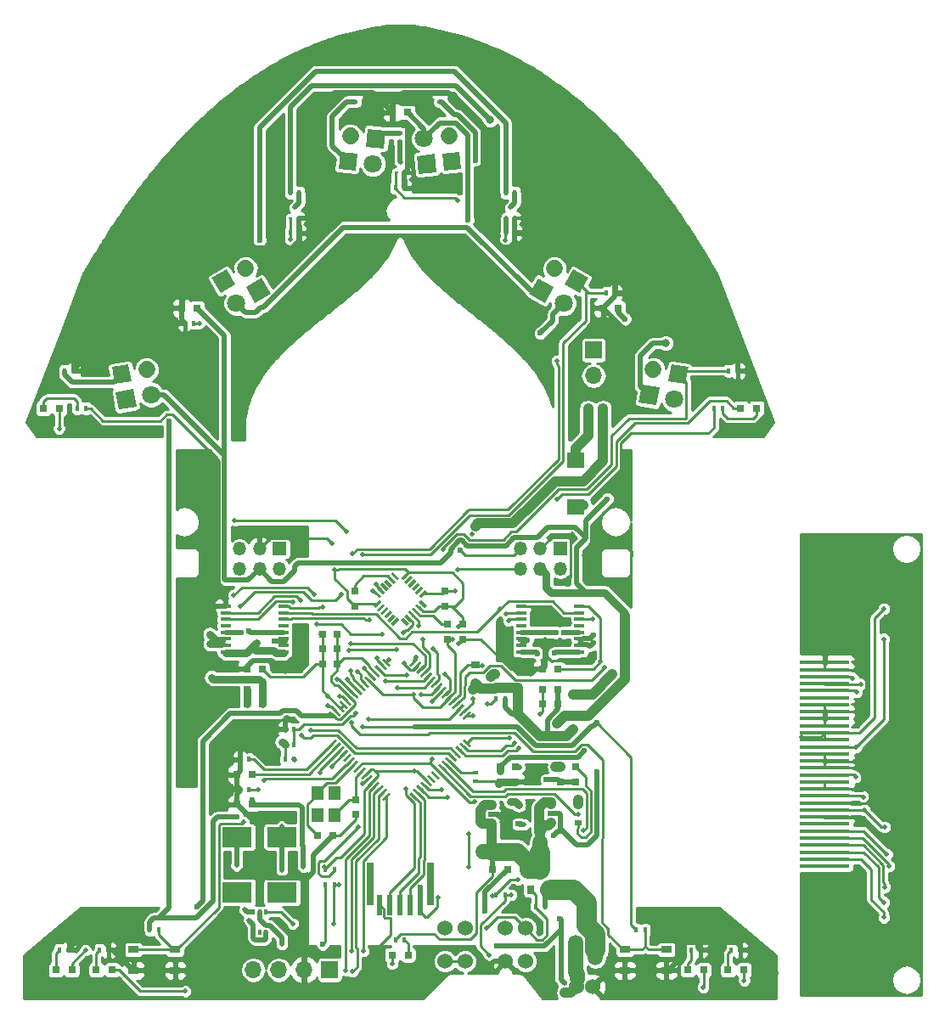
<source format=gtl>
G04 #@! TF.FileFunction,Copper,L1,Top,Signal*
%FSLAX46Y46*%
G04 Gerber Fmt 4.6, Leading zero omitted, Abs format (unit mm)*
G04 Created by KiCad (PCBNEW 4.0.1-stable) date 2017/06/23 15:44:35*
%MOMM*%
G01*
G04 APERTURE LIST*
%ADD10C,0.100000*%
%ADD11O,1.506220X3.014980*%
%ADD12R,0.800000X0.800000*%
%ADD13R,1.750000X1.500000*%
%ADD14R,1.000000X0.400000*%
%ADD15R,0.700000X0.500000*%
%ADD16R,1.700000X1.700000*%
%ADD17O,1.700000X1.700000*%
%ADD18R,0.304800X0.508000*%
%ADD19R,0.800000X0.900000*%
%ADD20R,0.320000X0.300000*%
%ADD21R,0.320000X0.220000*%
%ADD22R,0.900000X0.800000*%
%ADD23C,1.524000*%
%ADD24R,3.000000X2.000000*%
%ADD25R,1.050000X0.750000*%
%ADD26R,5.000000X0.400000*%
%ADD27C,1.800000*%
%ADD28C,1.700000*%
%ADD29R,0.600000X2.000000*%
%ADD30R,0.700000X4.200000*%
%ADD31R,1.200000X1.400000*%
%ADD32R,1.350000X1.350000*%
%ADD33O,1.350000X1.350000*%
%ADD34R,0.800000X0.750000*%
%ADD35R,0.750000X0.800000*%
%ADD36R,0.400000X0.600000*%
%ADD37R,0.600000X0.400000*%
%ADD38C,0.500000*%
%ADD39C,0.600000*%
%ADD40C,0.800000*%
%ADD41C,2.000000*%
%ADD42C,0.500000*%
%ADD43C,1.000000*%
%ADD44C,0.800000*%
%ADD45C,1.500000*%
%ADD46C,0.250000*%
%ADD47C,1.800000*%
%ADD48C,0.254000*%
G04 APERTURE END LIST*
D10*
D11*
X168000000Y-152000000D03*
X166000000Y-152000000D03*
D12*
X115800000Y-154000000D03*
X114200000Y-154000000D03*
X119800000Y-154000000D03*
X118200000Y-154000000D03*
X178800000Y-154000000D03*
X177200000Y-154000000D03*
X182800000Y-154000000D03*
X181200000Y-154000000D03*
X182450000Y-98000000D03*
X184050000Y-98000000D03*
X114550000Y-98000000D03*
X112950000Y-98000000D03*
X149300000Y-152500000D03*
X147700000Y-152500000D03*
D13*
X166000000Y-103150000D03*
X166000000Y-107850000D03*
D14*
X160600000Y-117725000D03*
X160600000Y-118375000D03*
X160600000Y-119025000D03*
X160600000Y-119675000D03*
X160600000Y-120325000D03*
X160600000Y-120975000D03*
X160600000Y-121625000D03*
X160600000Y-122275000D03*
X166400000Y-122275000D03*
X166400000Y-121625000D03*
X166400000Y-120975000D03*
X166400000Y-120325000D03*
X166400000Y-119675000D03*
X166400000Y-119025000D03*
X166400000Y-118375000D03*
X166400000Y-117725000D03*
X131100000Y-117725000D03*
X131100000Y-118375000D03*
X131100000Y-119025000D03*
X131100000Y-119675000D03*
X131100000Y-120325000D03*
X131100000Y-120975000D03*
X131100000Y-121625000D03*
X131100000Y-122275000D03*
X136900000Y-122275000D03*
X136900000Y-121625000D03*
X136900000Y-120975000D03*
X136900000Y-120325000D03*
X136900000Y-119675000D03*
X136900000Y-119025000D03*
X136900000Y-118375000D03*
X136900000Y-117725000D03*
D15*
X163550000Y-137450000D03*
X163550000Y-138400000D03*
X163550000Y-139350000D03*
X166250000Y-139350000D03*
X166250000Y-137450000D03*
X157650000Y-137550000D03*
X157650000Y-138500000D03*
X157650000Y-139450000D03*
X160350000Y-139450000D03*
X160350000Y-137550000D03*
D10*
G36*
X146042804Y-117901561D02*
X145830672Y-117689429D01*
X146431712Y-117088389D01*
X146643844Y-117300521D01*
X146042804Y-117901561D01*
X146042804Y-117901561D01*
G37*
G36*
X146396358Y-118255114D02*
X146184226Y-118042982D01*
X146785266Y-117441942D01*
X146997398Y-117654074D01*
X146396358Y-118255114D01*
X146396358Y-118255114D01*
G37*
G36*
X146749911Y-118608668D02*
X146537779Y-118396536D01*
X147138819Y-117795496D01*
X147350951Y-118007628D01*
X146749911Y-118608668D01*
X146749911Y-118608668D01*
G37*
G36*
X147103464Y-118962221D02*
X146891332Y-118750089D01*
X147492372Y-118149049D01*
X147704504Y-118361181D01*
X147103464Y-118962221D01*
X147103464Y-118962221D01*
G37*
G36*
X147457018Y-119315774D02*
X147244886Y-119103642D01*
X147845926Y-118502602D01*
X148058058Y-118714734D01*
X147457018Y-119315774D01*
X147457018Y-119315774D01*
G37*
G36*
X147810571Y-119669328D02*
X147598439Y-119457196D01*
X148199479Y-118856156D01*
X148411611Y-119068288D01*
X147810571Y-119669328D01*
X147810571Y-119669328D01*
G37*
G36*
X149401561Y-119457196D02*
X149189429Y-119669328D01*
X148588389Y-119068288D01*
X148800521Y-118856156D01*
X149401561Y-119457196D01*
X149401561Y-119457196D01*
G37*
G36*
X149755114Y-119103642D02*
X149542982Y-119315774D01*
X148941942Y-118714734D01*
X149154074Y-118502602D01*
X149755114Y-119103642D01*
X149755114Y-119103642D01*
G37*
G36*
X150108668Y-118750089D02*
X149896536Y-118962221D01*
X149295496Y-118361181D01*
X149507628Y-118149049D01*
X150108668Y-118750089D01*
X150108668Y-118750089D01*
G37*
G36*
X150462221Y-118396536D02*
X150250089Y-118608668D01*
X149649049Y-118007628D01*
X149861181Y-117795496D01*
X150462221Y-118396536D01*
X150462221Y-118396536D01*
G37*
G36*
X150815774Y-118042982D02*
X150603642Y-118255114D01*
X150002602Y-117654074D01*
X150214734Y-117441942D01*
X150815774Y-118042982D01*
X150815774Y-118042982D01*
G37*
G36*
X151169328Y-117689429D02*
X150957196Y-117901561D01*
X150356156Y-117300521D01*
X150568288Y-117088389D01*
X151169328Y-117689429D01*
X151169328Y-117689429D01*
G37*
G36*
X150568288Y-116911611D02*
X150356156Y-116699479D01*
X150957196Y-116098439D01*
X151169328Y-116310571D01*
X150568288Y-116911611D01*
X150568288Y-116911611D01*
G37*
G36*
X150214734Y-116558058D02*
X150002602Y-116345926D01*
X150603642Y-115744886D01*
X150815774Y-115957018D01*
X150214734Y-116558058D01*
X150214734Y-116558058D01*
G37*
G36*
X149861181Y-116204504D02*
X149649049Y-115992372D01*
X150250089Y-115391332D01*
X150462221Y-115603464D01*
X149861181Y-116204504D01*
X149861181Y-116204504D01*
G37*
G36*
X149507628Y-115850951D02*
X149295496Y-115638819D01*
X149896536Y-115037779D01*
X150108668Y-115249911D01*
X149507628Y-115850951D01*
X149507628Y-115850951D01*
G37*
G36*
X149154074Y-115497398D02*
X148941942Y-115285266D01*
X149542982Y-114684226D01*
X149755114Y-114896358D01*
X149154074Y-115497398D01*
X149154074Y-115497398D01*
G37*
G36*
X148800521Y-115143844D02*
X148588389Y-114931712D01*
X149189429Y-114330672D01*
X149401561Y-114542804D01*
X148800521Y-115143844D01*
X148800521Y-115143844D01*
G37*
G36*
X148411611Y-114931712D02*
X148199479Y-115143844D01*
X147598439Y-114542804D01*
X147810571Y-114330672D01*
X148411611Y-114931712D01*
X148411611Y-114931712D01*
G37*
G36*
X148058058Y-115285266D02*
X147845926Y-115497398D01*
X147244886Y-114896358D01*
X147457018Y-114684226D01*
X148058058Y-115285266D01*
X148058058Y-115285266D01*
G37*
G36*
X147704504Y-115638819D02*
X147492372Y-115850951D01*
X146891332Y-115249911D01*
X147103464Y-115037779D01*
X147704504Y-115638819D01*
X147704504Y-115638819D01*
G37*
G36*
X147350951Y-115992372D02*
X147138819Y-116204504D01*
X146537779Y-115603464D01*
X146749911Y-115391332D01*
X147350951Y-115992372D01*
X147350951Y-115992372D01*
G37*
G36*
X146997398Y-116345926D02*
X146785266Y-116558058D01*
X146184226Y-115957018D01*
X146396358Y-115744886D01*
X146997398Y-116345926D01*
X146997398Y-116345926D01*
G37*
G36*
X146643844Y-116699479D02*
X146431712Y-116911611D01*
X145830672Y-116310571D01*
X146042804Y-116098439D01*
X146643844Y-116699479D01*
X146643844Y-116699479D01*
G37*
D16*
X141500000Y-154000000D03*
D17*
X138960000Y-154000000D03*
X136420000Y-154000000D03*
X133880000Y-154000000D03*
D18*
X134500000Y-150266000D03*
X135135000Y-148234000D03*
X133865000Y-148234000D03*
X135135000Y-150266000D03*
X134500000Y-148234000D03*
X133865000Y-150266000D03*
D19*
X161550000Y-146000000D03*
X163450000Y-146000000D03*
X162500000Y-144000000D03*
D20*
X159500000Y-77975000D03*
D21*
X159100000Y-79025000D03*
X159900000Y-79025000D03*
D20*
X148550000Y-73425000D03*
D21*
X148150000Y-74475000D03*
X148950000Y-74475000D03*
D22*
X156000000Y-123550000D03*
X156000000Y-125450000D03*
X158000000Y-124500000D03*
D20*
X138000000Y-77975000D03*
D21*
X137600000Y-79025000D03*
X138400000Y-79025000D03*
D23*
X167700000Y-155700000D03*
X166100000Y-155700000D03*
D24*
X136750000Y-140750000D03*
X132250000Y-140750000D03*
X136750000Y-146250000D03*
X132250000Y-146250000D03*
D23*
X153000000Y-153150000D03*
X155000000Y-153150000D03*
X159000000Y-153150000D03*
X161000000Y-153150000D03*
X153000000Y-149850000D03*
X155000000Y-149850000D03*
X159000000Y-149850000D03*
X161000000Y-149850000D03*
D25*
X121925000Y-151975000D03*
X126075000Y-151975000D03*
X121925000Y-154025000D03*
X126075000Y-154025000D03*
X170925000Y-151975000D03*
X175075000Y-151975000D03*
X170925000Y-154025000D03*
X175075000Y-154025000D03*
D10*
G36*
X141552676Y-131820800D02*
X141375899Y-131644023D01*
X142083006Y-130936916D01*
X142259783Y-131113693D01*
X141552676Y-131820800D01*
X141552676Y-131820800D01*
G37*
G36*
X141906229Y-132174354D02*
X141729452Y-131997577D01*
X142436559Y-131290470D01*
X142613336Y-131467247D01*
X141906229Y-132174354D01*
X141906229Y-132174354D01*
G37*
G36*
X142259783Y-132527907D02*
X142083006Y-132351130D01*
X142790113Y-131644023D01*
X142966890Y-131820800D01*
X142259783Y-132527907D01*
X142259783Y-132527907D01*
G37*
G36*
X142613336Y-132881460D02*
X142436559Y-132704683D01*
X143143666Y-131997576D01*
X143320443Y-132174353D01*
X142613336Y-132881460D01*
X142613336Y-132881460D01*
G37*
G36*
X142966889Y-133235014D02*
X142790112Y-133058237D01*
X143497219Y-132351130D01*
X143673996Y-132527907D01*
X142966889Y-133235014D01*
X142966889Y-133235014D01*
G37*
G36*
X143320443Y-133588567D02*
X143143666Y-133411790D01*
X143850773Y-132704683D01*
X144027550Y-132881460D01*
X143320443Y-133588567D01*
X143320443Y-133588567D01*
G37*
G36*
X143673996Y-133942121D02*
X143497219Y-133765344D01*
X144204326Y-133058237D01*
X144381103Y-133235014D01*
X143673996Y-133942121D01*
X143673996Y-133942121D01*
G37*
G36*
X144027550Y-134295674D02*
X143850773Y-134118897D01*
X144557880Y-133411790D01*
X144734657Y-133588567D01*
X144027550Y-134295674D01*
X144027550Y-134295674D01*
G37*
G36*
X144381103Y-134649227D02*
X144204326Y-134472450D01*
X144911433Y-133765343D01*
X145088210Y-133942120D01*
X144381103Y-134649227D01*
X144381103Y-134649227D01*
G37*
G36*
X144734656Y-135002781D02*
X144557879Y-134826004D01*
X145264986Y-134118897D01*
X145441763Y-134295674D01*
X144734656Y-135002781D01*
X144734656Y-135002781D01*
G37*
G36*
X145088210Y-135356334D02*
X144911433Y-135179557D01*
X145618540Y-134472450D01*
X145795317Y-134649227D01*
X145088210Y-135356334D01*
X145088210Y-135356334D01*
G37*
G36*
X145441763Y-135709888D02*
X145264986Y-135533111D01*
X145972093Y-134826004D01*
X146148870Y-135002781D01*
X145441763Y-135709888D01*
X145441763Y-135709888D01*
G37*
G36*
X145795317Y-136063441D02*
X145618540Y-135886664D01*
X146325647Y-135179557D01*
X146502424Y-135356334D01*
X145795317Y-136063441D01*
X145795317Y-136063441D01*
G37*
G36*
X146148870Y-136416994D02*
X145972093Y-136240217D01*
X146679200Y-135533110D01*
X146855977Y-135709887D01*
X146148870Y-136416994D01*
X146148870Y-136416994D01*
G37*
G36*
X146502423Y-136770548D02*
X146325646Y-136593771D01*
X147032753Y-135886664D01*
X147209530Y-136063441D01*
X146502423Y-136770548D01*
X146502423Y-136770548D01*
G37*
G36*
X146855977Y-137124101D02*
X146679200Y-136947324D01*
X147386307Y-136240217D01*
X147563084Y-136416994D01*
X146855977Y-137124101D01*
X146855977Y-137124101D01*
G37*
G36*
X150320800Y-136947324D02*
X150144023Y-137124101D01*
X149436916Y-136416994D01*
X149613693Y-136240217D01*
X150320800Y-136947324D01*
X150320800Y-136947324D01*
G37*
G36*
X150674354Y-136593771D02*
X150497577Y-136770548D01*
X149790470Y-136063441D01*
X149967247Y-135886664D01*
X150674354Y-136593771D01*
X150674354Y-136593771D01*
G37*
G36*
X151027907Y-136240217D02*
X150851130Y-136416994D01*
X150144023Y-135709887D01*
X150320800Y-135533110D01*
X151027907Y-136240217D01*
X151027907Y-136240217D01*
G37*
G36*
X151381460Y-135886664D02*
X151204683Y-136063441D01*
X150497576Y-135356334D01*
X150674353Y-135179557D01*
X151381460Y-135886664D01*
X151381460Y-135886664D01*
G37*
G36*
X151735014Y-135533111D02*
X151558237Y-135709888D01*
X150851130Y-135002781D01*
X151027907Y-134826004D01*
X151735014Y-135533111D01*
X151735014Y-135533111D01*
G37*
G36*
X152088567Y-135179557D02*
X151911790Y-135356334D01*
X151204683Y-134649227D01*
X151381460Y-134472450D01*
X152088567Y-135179557D01*
X152088567Y-135179557D01*
G37*
G36*
X152442121Y-134826004D02*
X152265344Y-135002781D01*
X151558237Y-134295674D01*
X151735014Y-134118897D01*
X152442121Y-134826004D01*
X152442121Y-134826004D01*
G37*
G36*
X152795674Y-134472450D02*
X152618897Y-134649227D01*
X151911790Y-133942120D01*
X152088567Y-133765343D01*
X152795674Y-134472450D01*
X152795674Y-134472450D01*
G37*
G36*
X153149227Y-134118897D02*
X152972450Y-134295674D01*
X152265343Y-133588567D01*
X152442120Y-133411790D01*
X153149227Y-134118897D01*
X153149227Y-134118897D01*
G37*
G36*
X153502781Y-133765344D02*
X153326004Y-133942121D01*
X152618897Y-133235014D01*
X152795674Y-133058237D01*
X153502781Y-133765344D01*
X153502781Y-133765344D01*
G37*
G36*
X153856334Y-133411790D02*
X153679557Y-133588567D01*
X152972450Y-132881460D01*
X153149227Y-132704683D01*
X153856334Y-133411790D01*
X153856334Y-133411790D01*
G37*
G36*
X154209888Y-133058237D02*
X154033111Y-133235014D01*
X153326004Y-132527907D01*
X153502781Y-132351130D01*
X154209888Y-133058237D01*
X154209888Y-133058237D01*
G37*
G36*
X154563441Y-132704683D02*
X154386664Y-132881460D01*
X153679557Y-132174353D01*
X153856334Y-131997576D01*
X154563441Y-132704683D01*
X154563441Y-132704683D01*
G37*
G36*
X154916994Y-132351130D02*
X154740217Y-132527907D01*
X154033110Y-131820800D01*
X154209887Y-131644023D01*
X154916994Y-132351130D01*
X154916994Y-132351130D01*
G37*
G36*
X155270548Y-131997577D02*
X155093771Y-132174354D01*
X154386664Y-131467247D01*
X154563441Y-131290470D01*
X155270548Y-131997577D01*
X155270548Y-131997577D01*
G37*
G36*
X155624101Y-131644023D02*
X155447324Y-131820800D01*
X154740217Y-131113693D01*
X154916994Y-130936916D01*
X155624101Y-131644023D01*
X155624101Y-131644023D01*
G37*
G36*
X154916994Y-129063084D02*
X154740217Y-128886307D01*
X155447324Y-128179200D01*
X155624101Y-128355977D01*
X154916994Y-129063084D01*
X154916994Y-129063084D01*
G37*
G36*
X154563441Y-128709530D02*
X154386664Y-128532753D01*
X155093771Y-127825646D01*
X155270548Y-128002423D01*
X154563441Y-128709530D01*
X154563441Y-128709530D01*
G37*
G36*
X154209887Y-128355977D02*
X154033110Y-128179200D01*
X154740217Y-127472093D01*
X154916994Y-127648870D01*
X154209887Y-128355977D01*
X154209887Y-128355977D01*
G37*
G36*
X153856334Y-128002424D02*
X153679557Y-127825647D01*
X154386664Y-127118540D01*
X154563441Y-127295317D01*
X153856334Y-128002424D01*
X153856334Y-128002424D01*
G37*
G36*
X153502781Y-127648870D02*
X153326004Y-127472093D01*
X154033111Y-126764986D01*
X154209888Y-126941763D01*
X153502781Y-127648870D01*
X153502781Y-127648870D01*
G37*
G36*
X153149227Y-127295317D02*
X152972450Y-127118540D01*
X153679557Y-126411433D01*
X153856334Y-126588210D01*
X153149227Y-127295317D01*
X153149227Y-127295317D01*
G37*
G36*
X152795674Y-126941763D02*
X152618897Y-126764986D01*
X153326004Y-126057879D01*
X153502781Y-126234656D01*
X152795674Y-126941763D01*
X152795674Y-126941763D01*
G37*
G36*
X152442120Y-126588210D02*
X152265343Y-126411433D01*
X152972450Y-125704326D01*
X153149227Y-125881103D01*
X152442120Y-126588210D01*
X152442120Y-126588210D01*
G37*
G36*
X152088567Y-126234657D02*
X151911790Y-126057880D01*
X152618897Y-125350773D01*
X152795674Y-125527550D01*
X152088567Y-126234657D01*
X152088567Y-126234657D01*
G37*
G36*
X151735014Y-125881103D02*
X151558237Y-125704326D01*
X152265344Y-124997219D01*
X152442121Y-125173996D01*
X151735014Y-125881103D01*
X151735014Y-125881103D01*
G37*
G36*
X151381460Y-125527550D02*
X151204683Y-125350773D01*
X151911790Y-124643666D01*
X152088567Y-124820443D01*
X151381460Y-125527550D01*
X151381460Y-125527550D01*
G37*
G36*
X151027907Y-125173996D02*
X150851130Y-124997219D01*
X151558237Y-124290112D01*
X151735014Y-124466889D01*
X151027907Y-125173996D01*
X151027907Y-125173996D01*
G37*
G36*
X150674353Y-124820443D02*
X150497576Y-124643666D01*
X151204683Y-123936559D01*
X151381460Y-124113336D01*
X150674353Y-124820443D01*
X150674353Y-124820443D01*
G37*
G36*
X150320800Y-124466890D02*
X150144023Y-124290113D01*
X150851130Y-123583006D01*
X151027907Y-123759783D01*
X150320800Y-124466890D01*
X150320800Y-124466890D01*
G37*
G36*
X149967247Y-124113336D02*
X149790470Y-123936559D01*
X150497577Y-123229452D01*
X150674354Y-123406229D01*
X149967247Y-124113336D01*
X149967247Y-124113336D01*
G37*
G36*
X149613693Y-123759783D02*
X149436916Y-123583006D01*
X150144023Y-122875899D01*
X150320800Y-123052676D01*
X149613693Y-123759783D01*
X149613693Y-123759783D01*
G37*
G36*
X147563084Y-123583006D02*
X147386307Y-123759783D01*
X146679200Y-123052676D01*
X146855977Y-122875899D01*
X147563084Y-123583006D01*
X147563084Y-123583006D01*
G37*
G36*
X147209530Y-123936559D02*
X147032753Y-124113336D01*
X146325646Y-123406229D01*
X146502423Y-123229452D01*
X147209530Y-123936559D01*
X147209530Y-123936559D01*
G37*
G36*
X146855977Y-124290113D02*
X146679200Y-124466890D01*
X145972093Y-123759783D01*
X146148870Y-123583006D01*
X146855977Y-124290113D01*
X146855977Y-124290113D01*
G37*
G36*
X146502424Y-124643666D02*
X146325647Y-124820443D01*
X145618540Y-124113336D01*
X145795317Y-123936559D01*
X146502424Y-124643666D01*
X146502424Y-124643666D01*
G37*
G36*
X146148870Y-124997219D02*
X145972093Y-125173996D01*
X145264986Y-124466889D01*
X145441763Y-124290112D01*
X146148870Y-124997219D01*
X146148870Y-124997219D01*
G37*
G36*
X145795317Y-125350773D02*
X145618540Y-125527550D01*
X144911433Y-124820443D01*
X145088210Y-124643666D01*
X145795317Y-125350773D01*
X145795317Y-125350773D01*
G37*
G36*
X145441763Y-125704326D02*
X145264986Y-125881103D01*
X144557879Y-125173996D01*
X144734656Y-124997219D01*
X145441763Y-125704326D01*
X145441763Y-125704326D01*
G37*
G36*
X145088210Y-126057880D02*
X144911433Y-126234657D01*
X144204326Y-125527550D01*
X144381103Y-125350773D01*
X145088210Y-126057880D01*
X145088210Y-126057880D01*
G37*
G36*
X144734657Y-126411433D02*
X144557880Y-126588210D01*
X143850773Y-125881103D01*
X144027550Y-125704326D01*
X144734657Y-126411433D01*
X144734657Y-126411433D01*
G37*
G36*
X144381103Y-126764986D02*
X144204326Y-126941763D01*
X143497219Y-126234656D01*
X143673996Y-126057879D01*
X144381103Y-126764986D01*
X144381103Y-126764986D01*
G37*
G36*
X144027550Y-127118540D02*
X143850773Y-127295317D01*
X143143666Y-126588210D01*
X143320443Y-126411433D01*
X144027550Y-127118540D01*
X144027550Y-127118540D01*
G37*
G36*
X143673996Y-127472093D02*
X143497219Y-127648870D01*
X142790112Y-126941763D01*
X142966889Y-126764986D01*
X143673996Y-127472093D01*
X143673996Y-127472093D01*
G37*
G36*
X143320443Y-127825647D02*
X143143666Y-128002424D01*
X142436559Y-127295317D01*
X142613336Y-127118540D01*
X143320443Y-127825647D01*
X143320443Y-127825647D01*
G37*
G36*
X142966890Y-128179200D02*
X142790113Y-128355977D01*
X142083006Y-127648870D01*
X142259783Y-127472093D01*
X142966890Y-128179200D01*
X142966890Y-128179200D01*
G37*
G36*
X142613336Y-128532753D02*
X142436559Y-128709530D01*
X141729452Y-128002423D01*
X141906229Y-127825646D01*
X142613336Y-128532753D01*
X142613336Y-128532753D01*
G37*
G36*
X142259783Y-128886307D02*
X142083006Y-129063084D01*
X141375899Y-128355977D01*
X141552676Y-128179200D01*
X142259783Y-128886307D01*
X142259783Y-128886307D01*
G37*
D26*
X190850000Y-143650000D03*
X190850000Y-142950000D03*
X190850000Y-142250000D03*
X190850000Y-141550000D03*
X190850000Y-140850000D03*
X190850000Y-140150000D03*
X190850000Y-139450000D03*
X190850000Y-138750000D03*
X190850000Y-138050000D03*
X190850000Y-137350000D03*
X190850000Y-136650000D03*
X190850000Y-135950000D03*
X190850000Y-135250000D03*
X190850000Y-134550000D03*
X190850000Y-133850000D03*
X190850000Y-133150000D03*
X190850000Y-132450000D03*
X190850000Y-131750000D03*
X190850000Y-131050000D03*
X190850000Y-130350000D03*
X190850000Y-129650000D03*
X190850000Y-128950000D03*
X190850000Y-128250000D03*
X190850000Y-127550000D03*
X190850000Y-126850000D03*
X190850000Y-126150000D03*
X190850000Y-125450000D03*
X190850000Y-124750000D03*
X190850000Y-124050000D03*
X190850000Y-123350000D03*
D10*
G36*
X161390577Y-86579423D02*
X162290577Y-85020577D01*
X163849423Y-85920577D01*
X162949423Y-87479423D01*
X161390577Y-86579423D01*
X161390577Y-86579423D01*
G37*
D27*
X164819705Y-87520000D03*
D10*
G36*
X134689423Y-85010577D02*
X135589423Y-86569423D01*
X134030577Y-87469423D01*
X133130577Y-85910577D01*
X134689423Y-85010577D01*
X134689423Y-85010577D01*
G37*
D27*
X132160295Y-87510000D03*
D10*
G36*
X152161935Y-74437536D02*
X150372464Y-74631935D01*
X150178065Y-72842464D01*
X151967536Y-72648065D01*
X152161935Y-74437536D01*
X152161935Y-74437536D01*
G37*
D27*
X150895682Y-71114857D03*
D10*
G36*
X145302464Y-70118065D02*
X147091935Y-70312464D01*
X146897536Y-72101935D01*
X145108065Y-71907536D01*
X145302464Y-70118065D01*
X145302464Y-70118065D01*
G37*
D27*
X145825682Y-73635143D03*
D10*
G36*
X120439956Y-98132610D02*
X120127390Y-96359956D01*
X121900044Y-96047390D01*
X122212610Y-97820044D01*
X120439956Y-98132610D01*
X120439956Y-98132610D01*
G37*
D27*
X123671412Y-96648934D03*
D10*
G36*
X172277390Y-97380044D02*
X172589956Y-95607390D01*
X174362610Y-95919956D01*
X174050044Y-97692610D01*
X172277390Y-97380044D01*
X172277390Y-97380044D01*
G37*
D27*
X175821412Y-97091066D03*
D16*
X167800000Y-92200000D03*
D17*
X167800000Y-94740000D03*
D10*
G36*
X165788878Y-84158878D02*
X167261122Y-85008878D01*
X166411122Y-86481122D01*
X164938878Y-85631122D01*
X165788878Y-84158878D01*
X165788878Y-84158878D01*
G37*
D28*
X163900295Y-84050000D02*
X163900295Y-84050000D01*
D10*
G36*
X175570514Y-93605312D02*
X177244688Y-93900514D01*
X176949486Y-95574688D01*
X175275312Y-95279486D01*
X175570514Y-93605312D01*
X175570514Y-93605312D01*
G37*
D28*
X173758588Y-94148934D02*
X173758588Y-94148934D01*
D10*
G36*
X132061122Y-85631122D02*
X130588878Y-86481122D01*
X129738878Y-85008878D01*
X131211122Y-84158878D01*
X132061122Y-85631122D01*
X132061122Y-85631122D01*
G37*
D28*
X133099705Y-84050000D02*
X133099705Y-84050000D01*
D10*
G36*
X121724688Y-95279486D02*
X120050514Y-95574688D01*
X119755312Y-93900514D01*
X121429486Y-93605312D01*
X121724688Y-95279486D01*
X121724688Y-95279486D01*
G37*
D28*
X123241412Y-94148934D02*
X123241412Y-94148934D01*
D10*
G36*
X144236828Y-72616771D02*
X144053229Y-74306828D01*
X142363172Y-74123229D01*
X142546771Y-72433172D01*
X144236828Y-72616771D01*
X144236828Y-72616771D01*
G37*
D28*
X143574318Y-70844857D02*
X143574318Y-70844857D01*
D10*
G36*
X154443229Y-72423172D02*
X154626828Y-74113229D01*
X152936771Y-74296828D01*
X152753172Y-72606771D01*
X154443229Y-72423172D01*
X154443229Y-72423172D01*
G37*
D28*
X153415682Y-70834857D02*
X153415682Y-70834857D01*
D29*
X148500000Y-147500000D03*
X149500000Y-147500000D03*
X147500000Y-147500000D03*
X150500000Y-147500000D03*
X146500000Y-147500000D03*
D30*
X145500000Y-145400000D03*
X151500000Y-145400000D03*
D31*
X141950000Y-136400000D03*
X140250000Y-136400000D03*
X140250000Y-138600000D03*
X141950000Y-138600000D03*
D32*
X164500000Y-112000000D03*
D33*
X164500000Y-114000000D03*
X162500000Y-112000000D03*
X162500000Y-114000000D03*
X160500000Y-112000000D03*
X160500000Y-114000000D03*
D32*
X136500000Y-112000000D03*
D33*
X136500000Y-114000000D03*
X134500000Y-112000000D03*
X134500000Y-114000000D03*
X132500000Y-112000000D03*
X132500000Y-114000000D03*
D34*
X167250000Y-98000000D03*
X168750000Y-98000000D03*
X157750000Y-144000000D03*
X159250000Y-144000000D03*
X162750000Y-126000000D03*
X164250000Y-126000000D03*
X133250000Y-126000000D03*
X134750000Y-126000000D03*
X164250000Y-124000000D03*
X162750000Y-124000000D03*
X162750000Y-127500000D03*
X164250000Y-127500000D03*
X134750000Y-124000000D03*
X133250000Y-124000000D03*
X133250000Y-127500000D03*
X134750000Y-127500000D03*
X142250000Y-122000000D03*
X140750000Y-122000000D03*
X140750000Y-123500000D03*
X142250000Y-123500000D03*
X133750000Y-134500000D03*
X132250000Y-134500000D03*
X140300000Y-140600000D03*
X141800000Y-140600000D03*
D35*
X144100000Y-137000000D03*
X144100000Y-138500000D03*
D34*
X133750000Y-137500000D03*
X132250000Y-137500000D03*
X154750000Y-121000000D03*
X153250000Y-121000000D03*
D35*
X166000000Y-133750000D03*
X166000000Y-135250000D03*
X160000000Y-133750000D03*
X160000000Y-135250000D03*
X164500000Y-133750000D03*
X164500000Y-135250000D03*
X158500000Y-133750000D03*
X158500000Y-135250000D03*
D34*
X170250000Y-88000000D03*
X168750000Y-88000000D03*
D35*
X144000000Y-117750000D03*
X144000000Y-116250000D03*
D34*
X153250000Y-119500000D03*
X154750000Y-119500000D03*
D35*
X153000000Y-117750000D03*
X153000000Y-116250000D03*
D34*
X149250000Y-68500000D03*
X147750000Y-68500000D03*
X142250000Y-120500000D03*
X140750000Y-120500000D03*
X167250000Y-100000000D03*
X168750000Y-100000000D03*
X128250000Y-88000000D03*
X126750000Y-88000000D03*
D36*
X114550000Y-152000000D03*
X115450000Y-152000000D03*
X118550000Y-152000000D03*
X119450000Y-152000000D03*
X177550000Y-152000000D03*
X178450000Y-152000000D03*
X181550000Y-152000000D03*
X182450000Y-152000000D03*
X180700000Y-98000000D03*
X179800000Y-98000000D03*
X116300000Y-98000000D03*
X117200000Y-98000000D03*
X158050000Y-146500000D03*
X158950000Y-146500000D03*
X123550000Y-150000000D03*
X124450000Y-150000000D03*
X162950000Y-147700000D03*
X162050000Y-147700000D03*
X133450000Y-133000000D03*
X132550000Y-133000000D03*
X133450000Y-136000000D03*
X132550000Y-136000000D03*
X137050000Y-131500000D03*
X137950000Y-131500000D03*
X137950000Y-130000000D03*
X137050000Y-130000000D03*
X141950000Y-144000000D03*
X141050000Y-144000000D03*
D37*
X156000000Y-135200000D03*
X156000000Y-134300000D03*
D36*
X169050000Y-86500000D03*
X169950000Y-86500000D03*
X159050000Y-80500000D03*
X159950000Y-80500000D03*
X181300000Y-94250000D03*
X182200000Y-94250000D03*
X159050000Y-76500000D03*
X159950000Y-76500000D03*
X127950000Y-89500000D03*
X127050000Y-89500000D03*
X115050000Y-94250000D03*
X115950000Y-94250000D03*
X148050000Y-76000000D03*
X148950000Y-76000000D03*
D37*
X148500000Y-70550000D03*
X148500000Y-71450000D03*
X164900000Y-156250000D03*
X164900000Y-155350000D03*
D36*
X141950000Y-145500000D03*
X141050000Y-145500000D03*
X158050000Y-127000000D03*
X158950000Y-127000000D03*
X137050000Y-133000000D03*
X137950000Y-133000000D03*
X172050000Y-150000000D03*
X172950000Y-150000000D03*
X148050000Y-151000000D03*
X148950000Y-151000000D03*
X137550000Y-80500000D03*
X138450000Y-80500000D03*
X137550000Y-76500000D03*
X138450000Y-76500000D03*
D37*
X144000000Y-67450000D03*
X144000000Y-66550000D03*
X152500000Y-67450000D03*
X152500000Y-66550000D03*
D38*
X156000000Y-109750000D03*
X155704614Y-110545386D03*
X156000000Y-125450000D03*
X155750000Y-126000000D03*
D39*
X157000000Y-148137999D03*
X133445875Y-120204809D03*
D40*
X165756501Y-130000000D03*
D39*
X129700000Y-124809537D03*
X164050000Y-120350000D03*
X164850000Y-120350000D03*
X132700000Y-120350000D03*
X136750000Y-131250000D03*
X134140627Y-122176564D03*
X134163120Y-121411800D03*
D40*
X169700020Y-124549980D03*
X165750000Y-126500000D03*
X166000000Y-102000000D03*
D39*
X162249980Y-122442841D03*
X163872221Y-122425219D03*
D38*
X162500000Y-128500000D03*
D39*
X133250000Y-126000000D03*
X156800000Y-142200000D03*
X157700000Y-142200000D03*
X162500000Y-141250000D03*
X162500000Y-142300000D03*
X155252033Y-79191007D03*
D40*
X169197070Y-126750000D03*
X166250000Y-137000000D03*
X164143971Y-129433136D03*
D39*
X169177462Y-107031639D03*
X162500000Y-90500000D03*
X170905344Y-89094656D03*
D40*
X164000000Y-133750000D03*
D38*
X154307428Y-119724974D03*
X154307428Y-121500000D03*
X166901038Y-112669852D03*
X151750000Y-133000000D03*
X151750000Y-127250000D03*
X165645903Y-110524634D03*
D40*
X137050000Y-124075000D03*
X137250000Y-129000000D03*
D38*
X162419047Y-150438278D03*
X142000000Y-114090604D03*
D39*
X165250000Y-115500000D03*
D38*
X141750000Y-111500000D03*
X161500000Y-124500000D03*
X162727914Y-118003832D03*
X163000000Y-121025020D03*
X159462291Y-140628062D03*
X155925000Y-137250000D03*
D39*
X158349427Y-135461951D03*
D38*
X160450000Y-146900000D03*
D39*
X158200000Y-138500000D03*
D38*
X140928230Y-143750000D03*
D39*
X159522674Y-137200000D03*
D38*
X153732418Y-121000000D03*
X154000000Y-116250000D03*
X157700020Y-146594988D03*
D39*
X150500000Y-145750000D03*
X133750000Y-137000000D03*
X132250000Y-138750000D03*
X125500000Y-99250000D03*
D38*
X140624936Y-120500000D03*
X140782091Y-117859385D03*
D39*
X166883333Y-132145243D03*
X168120283Y-129376466D03*
D38*
X168510319Y-123262980D03*
X149828939Y-126534987D03*
X160275217Y-144973681D03*
X149900000Y-134200000D03*
X149900000Y-129775000D03*
X141310913Y-126700000D03*
X144800000Y-129800000D03*
X138875000Y-143750000D03*
X152325000Y-146775000D03*
D39*
X158500000Y-134200000D03*
D38*
X182200000Y-95100000D03*
D39*
X163829212Y-140613597D03*
X168094128Y-134228022D03*
X163090228Y-135026311D03*
X128219656Y-147719656D03*
X164402687Y-148874831D03*
X171500000Y-90500000D03*
D38*
X136726811Y-151447388D03*
D39*
X140795382Y-151424969D03*
X158144081Y-151605864D03*
D38*
X147700000Y-153400000D03*
X160849875Y-139498373D03*
X160400000Y-133800000D03*
X143071307Y-154047590D03*
X117150000Y-152050000D03*
X143760245Y-154171612D03*
X127100000Y-156125020D03*
X166277498Y-138488897D03*
X178750000Y-155725000D03*
X166793030Y-140110951D03*
X182825000Y-155050000D03*
X151794062Y-121974887D03*
X164158716Y-107074946D03*
X114500000Y-100000000D03*
X132000000Y-109174989D03*
X143150011Y-110250000D03*
X143604168Y-121442632D03*
D39*
X134500000Y-81249990D03*
D38*
X159073267Y-118483346D03*
X159885029Y-131385029D03*
X159300051Y-119159860D03*
X160380012Y-131880012D03*
D39*
X160493933Y-121067472D03*
X161200000Y-121100000D03*
X167800000Y-121400000D03*
X167800000Y-120600000D03*
D38*
X168898615Y-123845425D03*
X167750000Y-119000000D03*
X159390046Y-130890046D03*
X158500000Y-118000000D03*
X139639813Y-130070987D03*
X138616609Y-117162877D03*
X137852352Y-117325008D03*
X138660236Y-130596550D03*
D39*
X129500000Y-121500000D03*
X129500000Y-120500000D03*
X137100000Y-121200000D03*
X136000000Y-121200000D03*
D38*
X145408186Y-119050021D03*
X145375010Y-129000000D03*
X143650637Y-152124989D03*
X144849477Y-152124989D03*
X148804511Y-120343821D03*
X148887241Y-123427179D03*
X150322627Y-119674980D03*
X150110561Y-122845656D03*
X146174980Y-122884602D03*
X146089621Y-115562723D03*
X147400000Y-123100000D03*
X145800000Y-116200000D03*
D39*
X154496266Y-112165482D03*
D38*
X152608568Y-135984328D03*
X154276374Y-114082732D03*
X153250000Y-136750000D03*
X140174925Y-119500032D03*
X147086122Y-125163295D03*
X139946308Y-116557117D03*
X131889292Y-116654897D03*
X146750000Y-120500000D03*
X142674980Y-116534440D03*
X143436945Y-122126110D03*
X148127058Y-122075020D03*
X132612859Y-117730469D03*
X148242553Y-125823337D03*
X155310318Y-140467599D03*
X155758822Y-128639112D03*
X155325000Y-143700000D03*
X142375000Y-145525000D03*
X141925000Y-149400000D03*
X137800000Y-149375000D03*
X133000000Y-148000000D03*
X136700000Y-144099989D03*
X138000000Y-133049981D03*
X136700000Y-139700000D03*
X133455482Y-149047357D03*
X132200000Y-143600000D03*
X144900514Y-123923995D03*
X144765262Y-112599428D03*
X152846233Y-112091489D03*
X149201300Y-124588275D03*
X159000000Y-81250000D03*
X155750000Y-127000000D03*
X117250000Y-95394445D03*
X142250000Y-125000000D03*
X152953153Y-124487057D03*
X154265010Y-77250000D03*
X156685251Y-123622200D03*
X157250000Y-127500000D03*
X140500000Y-134349968D03*
X159600000Y-146500000D03*
X157400000Y-152500000D03*
X134922336Y-135075020D03*
X132883350Y-139229086D03*
X134347326Y-136000000D03*
X141712050Y-133712050D03*
X142462487Y-126694566D03*
X144100000Y-128400000D03*
X144325000Y-139775000D03*
X144766184Y-135466184D03*
X128500000Y-89500000D03*
X143268249Y-125015709D03*
X143702736Y-129352601D03*
X141300000Y-127600000D03*
X157159307Y-149846106D03*
D40*
X157521252Y-124766139D03*
X166799930Y-107644303D03*
D38*
X196750000Y-148750000D03*
X196750000Y-147250000D03*
X196825020Y-145742000D03*
X197275031Y-143642171D03*
X193653170Y-124916142D03*
X194424980Y-125500000D03*
X150772638Y-121064134D03*
X137605021Y-81155001D03*
X194033976Y-126256562D03*
D40*
X175000000Y-91500000D03*
X157500000Y-69250000D03*
D39*
X156000000Y-73250000D03*
D38*
X164136059Y-93265120D03*
X144282174Y-124252129D03*
X143750000Y-112500000D03*
X150629545Y-126549813D03*
X149100000Y-135900000D03*
X143583691Y-124205890D03*
X196825020Y-139750000D03*
X194000000Y-134750000D03*
X194803160Y-138050000D03*
X194750000Y-136750000D03*
X197043011Y-142456990D03*
X193750000Y-133250000D03*
X194608996Y-128000000D03*
X196886657Y-141073456D03*
X197500000Y-137500000D03*
X188500000Y-130750000D03*
X196750000Y-118000000D03*
X193980511Y-131805803D03*
X196750000Y-121000000D03*
D41*
X165850000Y-146000000D02*
X163450000Y-146000000D01*
X167118450Y-147268450D02*
X165850000Y-146000000D01*
X167118450Y-149601942D02*
X167118450Y-147268450D01*
X167953120Y-151953120D02*
X167953120Y-150436612D01*
X167953120Y-150436612D02*
X167118450Y-149601942D01*
X168000000Y-152000000D02*
X167953120Y-151953120D01*
D42*
X162950000Y-147700000D02*
X162950000Y-146500000D01*
X162950000Y-146500000D02*
X163450000Y-146000000D01*
D43*
X156275022Y-109474978D02*
X159775022Y-109474978D01*
X156000000Y-109750000D02*
X156275022Y-109474978D01*
X156000000Y-125450000D02*
X156000000Y-125750000D01*
X156000000Y-125750000D02*
X155750000Y-126000000D01*
X162024124Y-107209558D02*
X162024124Y-107225876D01*
X162024124Y-107225876D02*
X159775022Y-109474978D01*
X168750000Y-100000000D02*
X168750000Y-103285002D01*
X168750000Y-103285002D02*
X166785001Y-105250001D01*
X166785001Y-105250001D02*
X163983681Y-105250001D01*
X163983681Y-105250001D02*
X162024124Y-107209558D01*
D42*
X157000000Y-146225000D02*
X157000000Y-148137999D01*
X159225000Y-144000000D02*
X157000000Y-146225000D01*
X159250000Y-144000000D02*
X159225000Y-144000000D01*
X164250000Y-127500000D02*
X164250000Y-127983591D01*
X164250000Y-127983591D02*
X163193962Y-129039629D01*
X163193962Y-129039629D02*
X163193962Y-130486173D01*
X163193962Y-130486173D02*
X163000000Y-130680135D01*
D43*
X162430135Y-130680135D02*
X163000000Y-130680135D01*
X163000000Y-130680135D02*
X165076366Y-130680135D01*
X165076366Y-130680135D02*
X165756501Y-130000000D01*
X160250000Y-128500000D02*
X162430135Y-130680135D01*
D42*
X164250000Y-126000000D02*
X164250000Y-127500000D01*
X158950000Y-127000000D02*
X158950000Y-127800000D01*
X158950000Y-127800000D02*
X159650000Y-128500000D01*
X159650000Y-128500000D02*
X160250000Y-128500000D01*
X133566066Y-120325000D02*
X133445875Y-120204809D01*
X136900000Y-120325000D02*
X133566066Y-120325000D01*
D43*
X156500009Y-125950009D02*
X157997061Y-125950009D01*
X156000000Y-125450000D02*
X156500009Y-125950009D01*
X158044501Y-125902569D02*
X160250000Y-125902569D01*
X160250000Y-125902569D02*
X160250000Y-128500000D01*
X157997061Y-125950009D02*
X158044501Y-125902569D01*
X168750000Y-98000000D02*
X168750000Y-100000000D01*
D42*
X164025000Y-120325000D02*
X164050000Y-120350000D01*
X160600000Y-120325000D02*
X164025000Y-120325000D01*
D44*
X134750000Y-125250000D02*
X134475001Y-124975001D01*
X134475001Y-124975001D02*
X129865464Y-124975001D01*
X129865464Y-124975001D02*
X129700000Y-124809537D01*
X134750000Y-126000000D02*
X134750000Y-125250000D01*
X134750000Y-127500000D02*
X134750000Y-126000000D01*
D42*
X164850000Y-120350000D02*
X164875000Y-120325000D01*
X164875000Y-120325000D02*
X166400000Y-120325000D01*
X132700000Y-120350000D02*
X132675000Y-120325000D01*
X132675000Y-120325000D02*
X131100000Y-120325000D01*
D43*
X166150001Y-154940000D02*
X166000000Y-155600000D01*
D45*
X166150001Y-154389999D02*
X166150001Y-154940000D01*
X166000000Y-152000000D02*
X166000000Y-154239998D01*
X166000000Y-154239998D02*
X166150001Y-154389999D01*
D43*
X166100000Y-155700000D02*
X165550000Y-156250000D01*
X165550000Y-156250000D02*
X164900000Y-156250000D01*
X166000000Y-155600000D02*
X166100000Y-155700000D01*
X162400000Y-140219584D02*
X163005988Y-139613596D01*
X163005988Y-139613596D02*
X163286404Y-139613596D01*
X163286404Y-139613596D02*
X163550000Y-139350000D01*
X163550000Y-137450000D02*
X163549999Y-137299999D01*
X163549999Y-137299999D02*
X162900001Y-137299999D01*
X162900001Y-137299999D02*
X162400000Y-137800000D01*
X162400000Y-140219584D02*
X162500000Y-140319584D01*
X162400000Y-137800000D02*
X162400000Y-140219584D01*
X162500000Y-140319584D02*
X162500000Y-142300000D01*
D42*
X157750000Y-144000000D02*
X157750000Y-142250000D01*
X157750000Y-142250000D02*
X157650000Y-142150000D01*
D44*
X136750000Y-131250000D02*
X136800000Y-131250000D01*
X136800000Y-131250000D02*
X137050000Y-131500000D01*
X135878661Y-122176564D02*
X134140627Y-122176564D01*
X136127098Y-122425001D02*
X135878661Y-122176564D01*
X136900000Y-122425001D02*
X136127098Y-122425001D01*
X133149919Y-122425001D02*
X134163120Y-121411800D01*
X131100000Y-122425001D02*
X133149919Y-122425001D01*
D43*
X165750000Y-126500000D02*
X167750000Y-126500000D01*
X167750000Y-126500000D02*
X169700020Y-124549980D01*
X167250000Y-100000000D02*
X167250000Y-100750000D01*
X167250000Y-100750000D02*
X166000000Y-102000000D01*
X167250000Y-98000000D02*
X167250000Y-100000000D01*
X166000000Y-103150000D02*
X166000000Y-102000000D01*
D42*
X162082139Y-122275000D02*
X162249980Y-122442841D01*
X160600000Y-122275000D02*
X162082139Y-122275000D01*
X166400000Y-122275000D02*
X164022440Y-122275000D01*
X164022440Y-122275000D02*
X163872221Y-122425219D01*
D46*
X162750000Y-127500000D02*
X162750000Y-128250000D01*
X162750000Y-128250000D02*
X162500000Y-128500000D01*
X162750000Y-126000000D02*
X162750000Y-127500000D01*
D47*
X160205002Y-142200000D02*
X157700000Y-142200000D01*
X161300000Y-144000000D02*
X161300000Y-143294998D01*
X162500000Y-144000000D02*
X161300000Y-144000000D01*
X161300000Y-143294998D02*
X160205002Y-142200000D01*
D46*
X156087001Y-146287999D02*
X157750000Y-144625000D01*
X152478239Y-150937001D02*
X155521761Y-150937001D01*
X155521761Y-150937001D02*
X156087001Y-150371761D01*
X157750000Y-144625000D02*
X157750000Y-144000000D01*
X148050000Y-150900000D02*
X148575001Y-150374999D01*
X148050000Y-151000000D02*
X148050000Y-150900000D01*
X148575001Y-150374999D02*
X151916237Y-150374999D01*
X156087001Y-150371761D02*
X156087001Y-146287999D01*
X151916237Y-150374999D02*
X152478239Y-150937001D01*
X137050000Y-131500000D02*
X137050000Y-133000000D01*
D44*
X133250000Y-126000000D02*
X133250000Y-127500000D01*
D45*
X157700000Y-142200000D02*
X156800000Y-142200000D01*
D43*
X157650000Y-139450000D02*
X157650000Y-142150000D01*
X157650000Y-142150000D02*
X157700000Y-142200000D01*
D45*
X162500000Y-142300000D02*
X162500000Y-141250000D01*
D43*
X156500000Y-138050000D02*
X156500000Y-139210002D01*
X156500000Y-139210002D02*
X156739998Y-139450000D01*
X156739998Y-139450000D02*
X157650000Y-139450000D01*
X157000000Y-137550000D02*
X156500000Y-138050000D01*
X157650000Y-137550000D02*
X157000000Y-137550000D01*
D41*
X162500000Y-144000000D02*
X162500000Y-142300000D01*
D42*
X155252033Y-78766743D02*
X155252033Y-79191007D01*
X155249998Y-78764708D02*
X155252033Y-78766743D01*
X155249998Y-70745171D02*
X155249998Y-78764708D01*
X154039683Y-69534856D02*
X155249998Y-70745171D01*
X150895682Y-71114857D02*
X152475683Y-69534856D01*
X152475683Y-69534856D02*
X154039683Y-69534856D01*
D43*
X170900029Y-125047041D02*
X169197070Y-126750000D01*
X169197070Y-126750000D02*
X167305501Y-128641569D01*
X166250000Y-137450000D02*
X166250000Y-137000000D01*
D42*
X162188189Y-110874999D02*
X163238556Y-109824632D01*
X138359416Y-113390584D02*
X152583142Y-113390584D01*
X165937069Y-109824632D02*
X167000000Y-110887563D01*
X167000000Y-110887563D02*
X167000000Y-111000000D01*
X159034531Y-111695398D02*
X159854930Y-110874999D01*
X154424108Y-111150012D02*
X154645050Y-111150012D01*
X153546235Y-112427491D02*
X153546235Y-112027885D01*
X152583142Y-113390584D02*
X153546235Y-112427491D01*
X138000000Y-114165002D02*
X138000000Y-113750000D01*
X136915002Y-115250000D02*
X138000000Y-114165002D01*
X153546235Y-112027885D02*
X154424108Y-111150012D01*
X163238556Y-109824632D02*
X165937069Y-109824632D01*
X138000000Y-113750000D02*
X138359416Y-113390584D01*
X135750000Y-115250000D02*
X136915002Y-115250000D01*
X159854930Y-110874999D02*
X162188189Y-110874999D01*
X154645050Y-111150012D02*
X155190436Y-111695398D01*
X155190436Y-111695398D02*
X159034531Y-111695398D01*
X134500000Y-114000000D02*
X135750000Y-115250000D01*
X166079077Y-111920923D02*
X166079077Y-115480941D01*
X166079077Y-115480941D02*
X167000000Y-116401864D01*
X167000000Y-111000000D02*
X166079077Y-111920923D01*
D43*
X167305501Y-128641569D02*
X164935538Y-128641569D01*
X164935538Y-128641569D02*
X164143971Y-129433136D01*
D42*
X124944204Y-96648934D02*
X123671412Y-96648934D01*
X131000000Y-103977522D02*
X131000000Y-102704730D01*
X131000000Y-102704730D02*
X124944204Y-96648934D01*
X167000000Y-109209101D02*
X169177462Y-107031639D01*
X167000000Y-111000000D02*
X167000000Y-109209101D01*
X128250000Y-88000000D02*
X128275000Y-88000000D01*
X128275000Y-88000000D02*
X131000000Y-90725000D01*
X131000000Y-90725000D02*
X131000000Y-103977522D01*
X134500000Y-114000000D02*
X133374999Y-115125001D01*
X133374999Y-115125001D02*
X131125001Y-115125001D01*
X131125001Y-115125001D02*
X131000000Y-115000000D01*
X131000000Y-115000000D02*
X131000000Y-103977522D01*
X163750000Y-89250000D02*
X163750000Y-88589705D01*
X163750000Y-88589705D02*
X164819705Y-87520000D01*
X162500000Y-90500000D02*
X163750000Y-89250000D01*
X170250000Y-88000000D02*
X170250000Y-88439312D01*
X170250000Y-88439312D02*
X170905344Y-89094656D01*
X149250000Y-68500000D02*
X150895682Y-70145682D01*
X150895682Y-70145682D02*
X150895682Y-71114857D01*
D44*
X168901864Y-116401864D02*
X167000000Y-116401864D01*
X167000000Y-116401864D02*
X163544017Y-116401864D01*
X170900029Y-118650029D02*
X170900029Y-118400029D01*
X170900029Y-118400029D02*
X168901864Y-116401864D01*
X163043757Y-114543757D02*
X162500000Y-114000000D01*
X163544017Y-116401864D02*
X163043757Y-115901604D01*
X163043757Y-115901604D02*
X163043757Y-114543757D01*
D43*
X170900029Y-118650029D02*
X170900029Y-125047041D01*
X164500000Y-133750000D02*
X164000000Y-133750000D01*
D42*
X141800000Y-140600000D02*
X141775000Y-140600000D01*
X141775000Y-140600000D02*
X139858202Y-142516798D01*
X139858202Y-142516798D02*
X139858202Y-144251796D01*
X139858202Y-144251796D02*
X138960000Y-145149998D01*
D46*
X154750000Y-119500000D02*
X154724975Y-119474975D01*
X154724975Y-119474975D02*
X154557427Y-119474975D01*
X154750000Y-121000000D02*
X154750000Y-121057428D01*
X154557427Y-119474975D02*
X154307428Y-119724974D01*
X154557427Y-121250001D02*
X154307428Y-121500000D01*
X154750000Y-121057428D02*
X154557427Y-121250001D01*
X149750000Y-114359216D02*
X153739657Y-114359216D01*
X153739657Y-114359216D02*
X154790328Y-115409887D01*
X154790328Y-115409887D02*
X154790328Y-116990543D01*
X154790328Y-116990543D02*
X154030871Y-117750000D01*
X154030871Y-117750000D02*
X153000000Y-117750000D01*
X143250000Y-116250000D02*
X143250000Y-116975000D01*
X143250000Y-116975000D02*
X144000000Y-117725000D01*
X144000000Y-117725000D02*
X144000000Y-117750000D01*
X142000000Y-115000000D02*
X143250000Y-116250000D01*
X142000000Y-114090604D02*
X142000000Y-115000000D01*
X179800000Y-98000000D02*
X179800000Y-99950000D01*
X167575010Y-109674990D02*
X167575010Y-111995880D01*
X179800000Y-99950000D02*
X179250000Y-100500000D01*
X179250000Y-100500000D02*
X171500000Y-100500000D01*
X171500000Y-100500000D02*
X170500000Y-101500000D01*
X170500000Y-101500000D02*
X170500000Y-106750000D01*
X170500000Y-106750000D02*
X167575010Y-109674990D01*
X167575010Y-111995880D02*
X166901038Y-112669852D01*
X165645903Y-110878187D02*
X165645903Y-110524634D01*
X165504066Y-114821670D02*
X165504066Y-111020024D01*
X165250000Y-115075736D02*
X165504066Y-114821670D01*
X165250000Y-115500000D02*
X165250000Y-115075736D01*
X165504066Y-111020024D02*
X165645903Y-110878187D01*
D42*
X132275000Y-137500000D02*
X134716029Y-139941029D01*
X135272873Y-144799999D02*
X138610001Y-144799999D01*
X138610001Y-144799999D02*
X138960000Y-145149998D01*
X134716029Y-139941029D02*
X134716029Y-144243155D01*
X132250000Y-137500000D02*
X132275000Y-137500000D01*
X134716029Y-144243155D02*
X135272873Y-144799999D01*
D46*
X124574996Y-99250000D02*
X125199998Y-98624998D01*
X130424990Y-116599990D02*
X131100000Y-117275000D01*
X130424990Y-103249986D02*
X130424990Y-116599990D01*
X125800002Y-98624998D02*
X130424990Y-103249986D01*
X118900000Y-99250000D02*
X124574996Y-99250000D01*
X125199998Y-98624998D02*
X125800002Y-98624998D01*
X131100000Y-117275000D02*
X131100000Y-117725000D01*
X117650000Y-98000000D02*
X118900000Y-99250000D01*
X117200000Y-98000000D02*
X117650000Y-98000000D01*
X151750000Y-133000000D02*
X151500001Y-133249999D01*
X151500001Y-133249999D02*
X151500001Y-133353554D01*
X151500001Y-133353554D02*
X151546447Y-133400000D01*
X152707285Y-126146268D02*
X151750000Y-127103553D01*
X151750000Y-127103553D02*
X151750000Y-127250000D01*
X163975366Y-110524634D02*
X165645903Y-110524634D01*
X162500000Y-112000000D02*
X163975366Y-110524634D01*
D42*
X137050000Y-130000000D02*
X137050000Y-129200000D01*
X137050000Y-129200000D02*
X137250000Y-129000000D01*
X133250000Y-124000000D02*
X133250000Y-123750000D01*
X133250000Y-123750000D02*
X133825001Y-123174999D01*
X135674999Y-123174999D02*
X136575000Y-124075000D01*
X133825001Y-123174999D02*
X135674999Y-123174999D01*
X136575000Y-124075000D02*
X137050000Y-124075000D01*
X128649990Y-122149990D02*
X130500000Y-124000000D01*
X130500000Y-124000000D02*
X133250000Y-124000000D01*
X131100000Y-117725000D02*
X130100000Y-117725000D01*
X130100000Y-117725000D02*
X128649990Y-119175010D01*
X128649990Y-119175010D02*
X128649990Y-122149990D01*
X162419047Y-149222600D02*
X162419047Y-150438278D01*
X160450000Y-146900000D02*
X160450000Y-147253553D01*
X160450000Y-147253553D02*
X162419047Y-149222600D01*
D46*
X149359216Y-114359216D02*
X148989606Y-113989606D01*
X142353553Y-114090604D02*
X142000000Y-114090604D01*
X142454551Y-113989606D02*
X142353553Y-114090604D01*
X148989606Y-113989606D02*
X142454551Y-113989606D01*
X149750000Y-114359216D02*
X149359216Y-114359216D01*
X149373017Y-114359216D02*
X149750000Y-114359216D01*
X141249999Y-110999999D02*
X141750000Y-111500000D01*
X159571413Y-124000000D02*
X162750000Y-124000000D01*
X156571413Y-121000000D02*
X159571413Y-124000000D01*
X154750000Y-121000000D02*
X156571413Y-121000000D01*
X134500000Y-112000000D02*
X135500001Y-110999999D01*
X135500001Y-110999999D02*
X141249999Y-110999999D01*
X148994975Y-114737258D02*
X149373017Y-114359216D01*
D42*
X162750000Y-124000000D02*
X162000000Y-124000000D01*
X162000000Y-124000000D02*
X161500000Y-124500000D01*
X163000000Y-123750000D02*
X162750000Y-124000000D01*
X163000000Y-121025020D02*
X163000000Y-123750000D01*
D46*
X154750000Y-119500000D02*
X154750000Y-118875000D01*
X154750000Y-118875000D02*
X153625000Y-117750000D01*
X153625000Y-117750000D02*
X153000000Y-117750000D01*
X162449082Y-117725000D02*
X162727914Y-118003832D01*
X160600000Y-117725000D02*
X162449082Y-117725000D01*
D42*
X159462291Y-139762291D02*
X159462291Y-140628062D01*
X158200000Y-138500000D02*
X159462291Y-139762291D01*
D46*
X152353732Y-134207285D02*
X151546447Y-133400000D01*
X151546447Y-133400000D02*
X144746447Y-133400000D01*
X144746447Y-133400000D02*
X144292715Y-133853732D01*
X141800000Y-140600000D02*
X142519827Y-140600000D01*
X142519827Y-140600000D02*
X144100000Y-139019827D01*
X144100000Y-139019827D02*
X144100000Y-138500000D01*
X155400000Y-137275000D02*
X155900000Y-137275000D01*
X155900000Y-137275000D02*
X155925000Y-137250000D01*
X152777995Y-134652995D02*
X155400000Y-137275000D01*
X152353732Y-134207285D02*
X152777995Y-134631548D01*
X152777995Y-134631548D02*
X152777995Y-134652995D01*
D44*
X158500000Y-135311378D02*
X158349427Y-135461951D01*
X158500000Y-135250000D02*
X158500000Y-135311378D01*
D42*
X178110001Y-151249999D02*
X182110001Y-151249999D01*
X182110001Y-151249999D02*
X182450000Y-151589998D01*
X182450000Y-151589998D02*
X182450000Y-152000000D01*
X178110001Y-151249999D02*
X178200001Y-151339999D01*
X178200001Y-151339999D02*
X178200001Y-151750001D01*
X178200001Y-151750001D02*
X178450000Y-152000000D01*
X175225000Y-154025000D02*
X175075000Y-154025000D01*
X176499999Y-152750001D02*
X175225000Y-154025000D01*
X176499999Y-151739999D02*
X176499999Y-152750001D01*
X176989999Y-151249999D02*
X176499999Y-151739999D01*
X178110001Y-151249999D02*
X176989999Y-151249999D01*
D46*
X133250000Y-124000000D02*
X133275000Y-124000000D01*
X146500000Y-151586410D02*
X146500000Y-155900000D01*
X147571153Y-148825001D02*
X147571153Y-150515258D01*
X146874999Y-148760001D02*
X146939999Y-148825001D01*
X147571153Y-150515258D02*
X146500000Y-151586410D01*
X146500000Y-147500000D02*
X146874999Y-147874999D01*
X146939999Y-148825001D02*
X147571153Y-148825001D01*
X146874999Y-147874999D02*
X146874999Y-148760001D01*
D42*
X126075000Y-154025000D02*
X127100000Y-154025000D01*
X127100000Y-154025000D02*
X128975000Y-155900000D01*
X128975000Y-155900000D02*
X139657919Y-155900000D01*
X121925000Y-154025000D02*
X126075000Y-154025000D01*
X119450000Y-152000000D02*
X119900000Y-152000000D01*
X119900000Y-152000000D02*
X121925000Y-154025000D01*
X116150000Y-151200000D02*
X119060002Y-151200000D01*
X119060002Y-151200000D02*
X119450000Y-151589998D01*
X119450000Y-151589998D02*
X119450000Y-152000000D01*
X115450000Y-152000000D02*
X115450000Y-151900000D01*
X115450000Y-151900000D02*
X116150000Y-151200000D01*
X157672370Y-153400000D02*
X157922370Y-153150000D01*
X157922370Y-153150000D02*
X159000000Y-153150000D01*
X157043762Y-153400000D02*
X157672370Y-153400000D01*
X152556238Y-151800000D02*
X155443762Y-151800000D01*
X155443762Y-151800000D02*
X157043762Y-153400000D01*
X146500000Y-155900000D02*
X148456238Y-155900000D01*
X148456238Y-155900000D02*
X152556238Y-151800000D01*
X138960000Y-154000000D02*
X138960000Y-155202081D01*
X138960000Y-155202081D02*
X139657919Y-155900000D01*
X139657919Y-155900000D02*
X146500000Y-155900000D01*
X138960000Y-145149998D02*
X138960000Y-154000000D01*
X132550000Y-136150000D02*
X132250000Y-136450000D01*
X132250000Y-136450000D02*
X132250000Y-137500000D01*
X132550000Y-136000000D02*
X132550000Y-136150000D01*
X132250000Y-134500000D02*
X132250000Y-135700000D01*
X132250000Y-135700000D02*
X132550000Y-136000000D01*
X132550000Y-133000000D02*
X132550000Y-134200000D01*
X132550000Y-134200000D02*
X132250000Y-134500000D01*
X137050000Y-130000000D02*
X132800000Y-130000000D01*
X132800000Y-130000000D02*
X132550000Y-130250000D01*
X132550000Y-130250000D02*
X132550000Y-133000000D01*
D46*
X146237258Y-117494975D02*
X144255025Y-117494975D01*
X144255025Y-117494975D02*
X144000000Y-117750000D01*
X150409188Y-117848528D02*
X150787231Y-118226571D01*
X150787231Y-118226571D02*
X151898429Y-118226571D01*
X151898429Y-118226571D02*
X152375000Y-117750000D01*
X152375000Y-117750000D02*
X153000000Y-117750000D01*
X156000000Y-135200000D02*
X158450000Y-135200000D01*
X158450000Y-135200000D02*
X158500000Y-135250000D01*
D42*
X158200000Y-138500000D02*
X157650000Y-138500000D01*
D44*
X158500000Y-135250000D02*
X160000000Y-135250000D01*
D42*
X170925000Y-154025000D02*
X175075000Y-154025000D01*
X168908001Y-154938001D02*
X169821002Y-154025000D01*
X169821002Y-154025000D02*
X170925000Y-154025000D01*
X167700000Y-155700000D02*
X168461999Y-154938001D01*
X168461999Y-154938001D02*
X168908001Y-154938001D01*
X138724559Y-141559585D02*
X138874988Y-141710014D01*
X138724559Y-137824559D02*
X138724559Y-141559585D01*
X138425000Y-137525000D02*
X138724559Y-137824559D01*
X133800000Y-137525000D02*
X138425000Y-137525000D01*
X138875000Y-141710026D02*
X138875000Y-143750000D01*
D46*
X140928230Y-143878230D02*
X140928230Y-143750000D01*
X141050000Y-144000000D02*
X140928230Y-143878230D01*
D44*
X160000000Y-137200000D02*
X159522674Y-137200000D01*
X160350000Y-137550000D02*
X160000000Y-137200000D01*
D46*
X153732418Y-121000000D02*
X153250000Y-121000000D01*
X153000000Y-116250000D02*
X154000000Y-116250000D01*
X154024969Y-126242798D02*
X153414392Y-126853375D01*
X154024969Y-122399969D02*
X154024969Y-126242798D01*
X153250000Y-121625000D02*
X154024969Y-122399969D01*
X153250000Y-121000000D02*
X153250000Y-121625000D01*
X158050000Y-146518529D02*
X157973541Y-146594988D01*
X158050000Y-146500000D02*
X158050000Y-146518529D01*
X157973541Y-146594988D02*
X157700020Y-146594988D01*
D42*
X149908783Y-129766217D02*
X149934966Y-129740034D01*
X166883333Y-132145243D02*
X166248410Y-132780166D01*
X160146516Y-129740034D02*
X162036627Y-131630145D01*
X159495570Y-132780166D02*
X158500000Y-133775736D01*
X166248410Y-132780166D02*
X159495570Y-132780166D01*
X149934966Y-129740034D02*
X160146516Y-129740034D01*
X162036627Y-131630145D02*
X165660241Y-131630145D01*
X165660241Y-131630145D02*
X167613921Y-129676465D01*
X167820284Y-129676465D02*
X168120283Y-129376466D01*
X158500000Y-133775736D02*
X158500000Y-134200000D01*
X167613921Y-129676465D02*
X167820284Y-129676465D01*
X150500000Y-147500000D02*
X150500000Y-145750000D01*
X133750000Y-137000000D02*
X133750000Y-137500000D01*
X130250000Y-138750000D02*
X132250000Y-138750000D01*
X129849988Y-139150012D02*
X130250000Y-138750000D01*
X129849988Y-147150012D02*
X129849988Y-139150012D01*
X128175000Y-148825000D02*
X129849988Y-147150012D01*
X124425000Y-148825000D02*
X128175000Y-148825000D01*
X124425000Y-148825000D02*
X123925000Y-148825000D01*
X123925000Y-148825000D02*
X123550000Y-149200000D01*
X123550000Y-149200000D02*
X123550000Y-150000000D01*
X125500000Y-147750000D02*
X125500000Y-99250000D01*
X124425000Y-148825000D02*
X125500000Y-147750000D01*
D46*
X150765401Y-127825002D02*
X149828939Y-126888540D01*
X152442765Y-127825002D02*
X150765401Y-127825002D01*
X149828939Y-126888540D02*
X149828939Y-126534987D01*
X153414392Y-126853375D02*
X152442765Y-127825002D01*
X134775000Y-124000000D02*
X134750000Y-124000000D01*
X135575001Y-124800001D02*
X134775000Y-124000000D01*
X138799999Y-124800001D02*
X135575001Y-124800001D01*
X140100000Y-123500000D02*
X138799999Y-124800001D01*
X140750000Y-123500000D02*
X140100000Y-123500000D01*
X140624936Y-120399936D02*
X140624936Y-120500000D01*
X140750000Y-120625064D02*
X140624936Y-120500000D01*
X136900000Y-117725000D02*
X137401340Y-117725000D01*
X140465491Y-120240491D02*
X140624936Y-120399936D01*
X140428538Y-117859385D02*
X140782091Y-117859385D01*
X140750000Y-122000000D02*
X140750000Y-120625064D01*
X137401340Y-117725000D02*
X137576350Y-117900010D01*
X140387913Y-117900010D02*
X140428538Y-117859385D01*
X137576350Y-117900010D02*
X140387913Y-117900010D01*
X172050000Y-150000000D02*
X171519900Y-149469900D01*
X171519900Y-149469900D02*
X171519900Y-132776083D01*
X171519900Y-132776083D02*
X168120283Y-129376466D01*
X167773299Y-124000000D02*
X168510319Y-123262980D01*
X164250000Y-124000000D02*
X167773299Y-124000000D01*
X168510319Y-118909317D02*
X168510319Y-123262980D01*
X166400000Y-117725000D02*
X167326002Y-117725000D01*
X167326002Y-117725000D02*
X168510319Y-118909317D01*
X146802754Y-126534987D02*
X149828939Y-126534987D01*
X145353375Y-125085608D02*
X146802754Y-126534987D01*
X159476319Y-144973681D02*
X160275217Y-144973681D01*
X158050000Y-146400000D02*
X159476319Y-144973681D01*
X158050000Y-146500000D02*
X158050000Y-146400000D01*
X146050000Y-134200000D02*
X149900000Y-134200000D01*
X149900000Y-134200000D02*
X150225126Y-134200000D01*
X150225126Y-134200000D02*
X151293072Y-135267946D01*
X140750000Y-126139087D02*
X141310913Y-126700000D01*
X141310913Y-126700000D02*
X142524948Y-127914035D01*
X149908783Y-129766217D02*
X144833783Y-129766217D01*
X144833783Y-129766217D02*
X144800000Y-129800000D01*
X138874988Y-141710014D02*
X138875000Y-141710026D01*
X133750000Y-137500000D02*
X133775000Y-137500000D01*
X133775000Y-137500000D02*
X133800000Y-137525000D01*
X152250000Y-147685002D02*
X152250000Y-146850000D01*
X152250000Y-146850000D02*
X152325000Y-146775000D01*
X150500000Y-147500000D02*
X150500000Y-148200000D01*
X150500000Y-148200000D02*
X151050000Y-148750000D01*
X151050000Y-148750000D02*
X151185002Y-148750000D01*
X151185002Y-148750000D02*
X152250000Y-147685002D01*
X142150000Y-142800000D02*
X141050000Y-143900000D01*
X142575000Y-142800000D02*
X142150000Y-142800000D01*
X144925000Y-136120569D02*
X144925000Y-140450000D01*
X141050000Y-143900000D02*
X141050000Y-144000000D01*
X145706928Y-135338641D02*
X144925000Y-136120569D01*
X144925000Y-140450000D02*
X142575000Y-142800000D01*
X145706928Y-135267946D02*
X145706928Y-135338641D01*
D42*
X149900000Y-129775000D02*
X149908783Y-129766217D01*
D46*
X133750000Y-137500000D02*
X133925000Y-137500000D01*
X133650000Y-137400000D02*
X133750000Y-137500000D01*
X146050000Y-134200000D02*
X146300000Y-134450000D01*
X145822525Y-133972525D02*
X146050000Y-134200000D01*
X144999821Y-134560839D02*
X145588135Y-133972525D01*
X145588135Y-133972525D02*
X145822525Y-133972525D01*
X146274874Y-134700000D02*
X145706928Y-135267946D01*
X146300000Y-134450000D02*
X146300000Y-134700000D01*
X146300000Y-134700000D02*
X146274874Y-134700000D01*
X140750000Y-123500000D02*
X140750000Y-126139087D01*
X142878501Y-127560482D02*
X142524948Y-127914035D01*
X140750000Y-122000000D02*
X140750000Y-123500000D01*
X150762742Y-116505025D02*
X152744975Y-116505025D01*
X152744975Y-116505025D02*
X153000000Y-116250000D01*
D44*
X158500000Y-133750000D02*
X158500000Y-134200000D01*
D46*
X182200000Y-95100000D02*
X182200000Y-94250000D01*
D42*
X164500000Y-135250000D02*
X166000000Y-135250000D01*
X163090228Y-135026311D02*
X164276311Y-135026311D01*
X164276311Y-135026311D02*
X164500000Y-135250000D01*
X163550000Y-138400000D02*
X164400000Y-138400000D01*
X164400000Y-138400000D02*
X164500000Y-138500000D01*
X164500000Y-138500000D02*
X164500000Y-138879565D01*
X164500000Y-138879565D02*
X164500000Y-139912250D01*
X164500000Y-139912250D02*
X166123270Y-141535520D01*
X166123270Y-141535520D02*
X167186382Y-141535520D01*
X168153813Y-134711971D02*
X168094128Y-134652286D01*
X167186382Y-141535520D02*
X168153813Y-140568089D01*
X168153813Y-140568089D02*
X168153813Y-134711971D01*
X168094128Y-134652286D02*
X168094128Y-134228022D01*
X164265020Y-140177789D02*
X163829212Y-140613597D01*
X164478297Y-140177789D02*
X164265020Y-140177789D01*
X164500000Y-140156086D02*
X164478297Y-140177789D01*
X164500000Y-138879565D02*
X164500000Y-140156086D01*
X126750000Y-88000000D02*
X126750000Y-89200000D01*
X126750000Y-89200000D02*
X127050000Y-89500000D01*
X141764800Y-128674183D02*
X138682187Y-128674183D01*
X138682187Y-128674183D02*
X138158002Y-128149998D01*
X138158002Y-128149998D02*
X136841998Y-128149998D01*
X136841998Y-128149998D02*
X136591998Y-128399998D01*
X136591998Y-128399998D02*
X131600002Y-128399998D01*
X131600002Y-128399998D02*
X128824120Y-131175880D01*
X128824120Y-131175880D02*
X128824120Y-147115192D01*
X128824120Y-147115192D02*
X128219656Y-147719656D01*
X152500000Y-66550000D02*
X153300000Y-66550000D01*
X153300000Y-66550000D02*
X156750002Y-70000002D01*
X156750002Y-80036004D02*
X158663999Y-81950001D01*
X156750002Y-70000002D02*
X156750002Y-80036004D01*
X158663999Y-81950001D02*
X159442947Y-81950001D01*
X159442947Y-81950001D02*
X159900000Y-81492948D01*
X159900000Y-81492948D02*
X159900000Y-79025000D01*
X148125000Y-69750000D02*
X147750000Y-69375000D01*
X149010002Y-69750000D02*
X148125000Y-69750000D01*
X149000000Y-74475000D02*
X149250001Y-74224999D01*
X149250001Y-69989999D02*
X149010002Y-69750000D01*
X149250001Y-74224999D02*
X149250001Y-69989999D01*
X147750000Y-69375000D02*
X147750000Y-68500000D01*
X148950000Y-74475000D02*
X149000000Y-74475000D01*
X164546898Y-149277366D02*
X164546898Y-149019042D01*
X164546898Y-149019042D02*
X164402687Y-148874831D01*
D46*
X141973998Y-125575002D02*
X142307235Y-125575002D01*
X142250000Y-123500000D02*
X142250000Y-124125000D01*
X145475515Y-123793534D02*
X146060482Y-124378501D01*
X142900000Y-122875000D02*
X144702521Y-122875000D01*
X142275000Y-123500000D02*
X142900000Y-122875000D01*
X141600000Y-125201004D02*
X141973998Y-125575002D01*
X145475515Y-123647994D02*
X145475515Y-123793534D01*
X142250000Y-123500000D02*
X142275000Y-123500000D01*
X142307235Y-125575002D02*
X143585608Y-126853375D01*
X142250000Y-124125000D02*
X141600000Y-124775000D01*
X141600000Y-124775000D02*
X141600000Y-125201004D01*
X144702521Y-122875000D02*
X145475515Y-123647994D01*
D42*
X171250000Y-90500000D02*
X171500000Y-90500000D01*
X168750000Y-88000000D02*
X171250000Y-90500000D01*
X169950000Y-86500000D02*
X176000000Y-86500000D01*
X176000000Y-86500000D02*
X182200000Y-92700000D01*
X182200000Y-92700000D02*
X182200000Y-94250000D01*
X168750000Y-88000000D02*
X169950000Y-86800000D01*
X169950000Y-86800000D02*
X169950000Y-86500000D01*
X170000000Y-83250000D02*
X169950000Y-83300000D01*
X169950000Y-83300000D02*
X169950000Y-86500000D01*
X167250000Y-80500000D02*
X170000000Y-83250000D01*
X159950000Y-80500000D02*
X167250000Y-80500000D01*
X159900000Y-79025000D02*
X159900000Y-80450000D01*
X159900000Y-80450000D02*
X159950000Y-80500000D01*
X148950000Y-74475000D02*
X148950000Y-76000000D01*
X147750000Y-68500000D02*
X147750000Y-67625000D01*
X147750000Y-67625000D02*
X148825000Y-66550000D01*
X148825000Y-66550000D02*
X152500000Y-66550000D01*
X147750000Y-68500000D02*
X145800000Y-66550000D01*
X145800000Y-66550000D02*
X144000000Y-66550000D01*
X140250000Y-68250000D02*
X141950000Y-66550000D01*
X141950000Y-66550000D02*
X144000000Y-66550000D01*
X140250000Y-77835000D02*
X140250000Y-68250000D01*
X138400000Y-79025000D02*
X139060000Y-79025000D01*
X139060000Y-79025000D02*
X140250000Y-77835000D01*
X138450000Y-80500000D02*
X138450000Y-79075000D01*
X138450000Y-79075000D02*
X138400000Y-79025000D01*
X137750000Y-82000000D02*
X138450000Y-81300000D01*
X131875000Y-82000000D02*
X137750000Y-82000000D01*
X138450000Y-81300000D02*
X138450000Y-80500000D01*
X126750000Y-87125000D02*
X131875000Y-82000000D01*
X126750000Y-88000000D02*
X126750000Y-87125000D01*
X115950000Y-94250000D02*
X115950000Y-94150000D01*
X122100000Y-88000000D02*
X126750000Y-88000000D01*
X115950000Y-94150000D02*
X122100000Y-88000000D01*
D46*
X144009871Y-127277638D02*
X143585608Y-126853375D01*
X144009871Y-127595854D02*
X144009871Y-127277638D01*
X142301934Y-129034540D02*
X142571184Y-129034540D01*
X142571184Y-129034540D02*
X144009871Y-127595854D01*
X141817841Y-128621142D02*
X141888536Y-128621142D01*
X141888536Y-128621142D02*
X142301934Y-129034540D01*
D42*
X136726811Y-150790016D02*
X136726811Y-151447388D01*
X135498794Y-149561999D02*
X136726811Y-150790016D01*
X135073999Y-149561999D02*
X135498794Y-149561999D01*
X134500000Y-148234000D02*
X134500000Y-148988000D01*
X134500000Y-148988000D02*
X135073999Y-149561999D01*
D46*
X141050000Y-151170351D02*
X140795382Y-151424969D01*
X141050000Y-145500000D02*
X141050000Y-151170351D01*
D42*
X164900000Y-155299990D02*
X164546898Y-154946888D01*
X164546898Y-154946888D02*
X164546898Y-149277366D01*
X162920512Y-151605864D02*
X164546898Y-149979478D01*
X158144081Y-151605864D02*
X162920512Y-151605864D01*
X164546898Y-149979478D02*
X164546898Y-149277366D01*
D46*
X147700000Y-152500000D02*
X147700000Y-153400000D01*
X142250000Y-122000000D02*
X142250000Y-123500000D01*
X142250000Y-120500000D02*
X142250000Y-122000000D01*
X142171394Y-131732412D02*
X139428829Y-134474977D01*
X134400000Y-134500000D02*
X133750000Y-134500000D01*
X134425023Y-134474977D02*
X134400000Y-134500000D01*
X139428829Y-134474977D02*
X134425023Y-134474977D01*
X166000000Y-133750000D02*
X166000000Y-133775000D01*
X166218029Y-139881971D02*
X166250000Y-139850000D01*
X166000000Y-133775000D02*
X167000000Y-134775000D01*
X167000000Y-134775000D02*
X167000000Y-135611007D01*
X166218029Y-140386952D02*
X166218029Y-139881971D01*
X167000000Y-135611007D02*
X167578803Y-136189810D01*
X167578803Y-136189810D02*
X167578803Y-140176180D01*
X167004983Y-140750000D02*
X166581077Y-140750000D01*
X167578803Y-140176180D02*
X167004983Y-140750000D01*
X166581077Y-140750000D02*
X166218029Y-140386952D01*
X166250000Y-139850000D02*
X166250000Y-139350000D01*
D42*
X160496322Y-139498373D02*
X160849875Y-139498373D01*
X160398373Y-139498373D02*
X160496322Y-139498373D01*
X160350000Y-139450000D02*
X160398373Y-139498373D01*
X160000000Y-133750000D02*
X160350000Y-133750000D01*
X160350000Y-133750000D02*
X160400000Y-133800000D01*
D46*
X144000000Y-116250000D02*
X144000000Y-115600000D01*
X144000000Y-115600000D02*
X144887231Y-114712769D01*
X144887231Y-114712769D02*
X147273429Y-114712769D01*
X147273429Y-114712769D02*
X147651472Y-115090812D01*
X150532105Y-118678552D02*
X150055635Y-118202082D01*
X153250000Y-119500000D02*
X152600000Y-119500000D01*
X152600000Y-119500000D02*
X151778552Y-118678552D01*
X151778552Y-118678552D02*
X150532105Y-118678552D01*
X145454168Y-136227813D02*
X145454168Y-140557242D01*
X145454168Y-140557242D02*
X143071307Y-142940103D01*
X143071307Y-142940103D02*
X143071307Y-154047590D01*
X146060482Y-135621499D02*
X145454168Y-136227813D01*
X115800000Y-154000000D02*
X115800000Y-153350000D01*
X115800000Y-153350000D02*
X117100000Y-152050000D01*
X117100000Y-152050000D02*
X117150000Y-152050000D01*
X114200000Y-154000000D02*
X114200000Y-152350000D01*
X114200000Y-152350000D02*
X114550000Y-152000000D01*
X144225639Y-153706218D02*
X143760245Y-154171612D01*
X144225639Y-151843069D02*
X144225639Y-153706218D01*
X144124998Y-151742428D02*
X144225639Y-151843069D01*
X144124998Y-143159232D02*
X144124998Y-151742428D01*
X146354190Y-140930040D02*
X144124998Y-143159232D01*
X146354190Y-136742004D02*
X146354190Y-140930040D01*
X146767588Y-136328606D02*
X146354190Y-136742004D01*
X122575020Y-156125020D02*
X127100000Y-156125020D01*
X120450000Y-154000000D02*
X122575020Y-156125020D01*
X119800000Y-154000000D02*
X120450000Y-154000000D01*
X118200000Y-154000000D02*
X118200000Y-152350000D01*
X118200000Y-152350000D02*
X118550000Y-152000000D01*
X163910037Y-136474989D02*
X165923945Y-138488897D01*
X155521047Y-136667494D02*
X159029860Y-136667494D01*
X165923945Y-138488897D02*
X166277498Y-138488897D01*
X152707285Y-133853732D02*
X155521047Y-136667494D01*
X159222365Y-136474989D02*
X163910037Y-136474989D01*
X159029860Y-136667494D02*
X159222365Y-136474989D01*
X178800000Y-154000000D02*
X178800000Y-155675000D01*
X178800000Y-155675000D02*
X178750000Y-155725000D01*
X177534993Y-152511823D02*
X177550000Y-152496816D01*
X177200000Y-154000000D02*
X177200000Y-153350000D01*
X177200000Y-153350000D02*
X177534993Y-153015007D01*
X177550000Y-152496816D02*
X177550000Y-152000000D01*
X177534993Y-153015007D02*
X177534993Y-152511823D01*
X167085554Y-136332971D02*
X167085554Y-139818427D01*
X167085554Y-139818427D02*
X166793030Y-140110951D01*
X159085943Y-135975001D02*
X166727584Y-135975001D01*
X158843461Y-136217483D02*
X159085943Y-135975001D01*
X166727584Y-135975001D02*
X167085554Y-136332971D01*
X153060839Y-133500179D02*
X155778143Y-136217483D01*
X155778143Y-136217483D02*
X158843461Y-136217483D01*
X182825000Y-155050000D02*
X182825000Y-154025000D01*
X182825000Y-154025000D02*
X182800000Y-154000000D01*
X181200000Y-154000000D02*
X181200000Y-152350000D01*
X181200000Y-152350000D02*
X181550000Y-152000000D01*
X152176832Y-122357657D02*
X151794062Y-121974887D01*
X152176832Y-124449073D02*
X152176832Y-122357657D01*
X152413577Y-124685818D02*
X152176832Y-124449073D01*
X152413577Y-125025763D02*
X152413577Y-124685818D01*
X152000179Y-125439161D02*
X152413577Y-125025763D01*
X167298342Y-106539812D02*
X164693850Y-106539812D01*
X164693850Y-106539812D02*
X164158716Y-107074946D01*
X170049989Y-103788165D02*
X167298342Y-106539812D01*
X171913580Y-99450009D02*
X170049989Y-101313600D01*
X177186402Y-99450009D02*
X171913580Y-99450009D01*
X181050000Y-97250000D02*
X179386411Y-97250000D01*
X182450000Y-98000000D02*
X181800000Y-98000000D01*
X170049989Y-101313600D02*
X170049989Y-103788165D01*
X179386411Y-97250000D02*
X177186402Y-99450009D01*
X181800000Y-98000000D02*
X181050000Y-97250000D01*
X180700000Y-98000000D02*
X180700000Y-98550000D01*
X180700000Y-98550000D02*
X181150000Y-99000000D01*
X181150000Y-99000000D02*
X183700000Y-99000000D01*
X183700000Y-99000000D02*
X184050000Y-98650000D01*
X184050000Y-98650000D02*
X184050000Y-98000000D01*
X149776466Y-121442632D02*
X143604168Y-121442632D01*
X151010228Y-123600685D02*
X151010228Y-122676394D01*
X150585965Y-124024948D02*
X151010228Y-123600685D01*
X151010228Y-122676394D02*
X149776466Y-121442632D01*
X114500000Y-100000000D02*
X114500000Y-98050000D01*
X114500000Y-98050000D02*
X114550000Y-98000000D01*
X143150011Y-110250000D02*
X142075000Y-109174989D01*
X142075000Y-109174989D02*
X132000000Y-109174989D01*
X112950000Y-98000000D02*
X112950000Y-97350000D01*
X112950000Y-97350000D02*
X113300000Y-97000000D01*
X113300000Y-97000000D02*
X116000000Y-97000000D01*
X116000000Y-97000000D02*
X116300000Y-97300000D01*
X116300000Y-97300000D02*
X116300000Y-98000000D01*
D42*
X134500000Y-70010036D02*
X134500000Y-81249990D01*
X153908002Y-64399998D02*
X140110038Y-64399998D01*
X159050000Y-76500000D02*
X159050000Y-69541996D01*
X140110038Y-64399998D02*
X134500000Y-70010036D01*
X159050000Y-69541996D02*
X153908002Y-64399998D01*
X148500000Y-70550000D02*
X146660000Y-70550000D01*
X146660000Y-70550000D02*
X146100000Y-71110000D01*
D46*
X149300000Y-152500000D02*
X149300000Y-151350000D01*
X149300000Y-151350000D02*
X148950000Y-151000000D01*
X159181613Y-118375000D02*
X159073267Y-118483346D01*
X160600000Y-118375000D02*
X159181613Y-118375000D01*
X159635030Y-131635028D02*
X159885029Y-131385029D01*
X158558725Y-132156675D02*
X159080372Y-131635028D01*
X155252869Y-132156675D02*
X158558725Y-132156675D01*
X154828606Y-131732412D02*
X155252869Y-132156675D01*
X159080372Y-131635028D02*
X159635030Y-131635028D01*
X160600000Y-119025000D02*
X159434911Y-119025000D01*
X159434911Y-119025000D02*
X159300051Y-119159860D01*
X154995772Y-132606685D02*
X155656925Y-132606686D01*
X154475052Y-132085965D02*
X154995772Y-132606685D01*
X160130013Y-132130011D02*
X160380012Y-131880012D01*
X158745125Y-132606686D02*
X159221800Y-132130011D01*
X155656925Y-132606686D02*
X158745125Y-132606686D01*
X159221800Y-132130011D02*
X160130013Y-132130011D01*
D42*
X160493933Y-121067472D02*
X160507528Y-121067472D01*
X160549990Y-121025010D02*
X160600000Y-121025010D01*
X160507528Y-121067472D02*
X160549990Y-121025010D01*
X161200000Y-121100000D02*
X160725008Y-121574992D01*
X160725008Y-121574992D02*
X160600000Y-121574992D01*
X167500000Y-121700000D02*
X167335002Y-121700000D01*
X167209994Y-121574992D02*
X166689954Y-121574992D01*
X167335002Y-121700000D02*
X167209994Y-121574992D01*
X166689954Y-121574992D02*
X166400000Y-121574992D01*
X167800000Y-121400000D02*
X167500000Y-121700000D01*
X167800000Y-120600000D02*
X167424999Y-120975001D01*
X167424999Y-120975001D02*
X166739962Y-120975001D01*
X166739962Y-120975001D02*
X166689953Y-121025010D01*
X166689953Y-121025010D02*
X166400000Y-121025010D01*
D46*
X157445662Y-123674989D02*
X158609991Y-123674989D01*
X156791520Y-124329131D02*
X157445662Y-123674989D01*
X167666482Y-125077558D02*
X168898615Y-123845425D01*
X158609991Y-123674989D02*
X160012560Y-125077558D01*
X154924991Y-125658269D02*
X155000000Y-125583260D01*
X155000000Y-124750000D02*
X155420869Y-124329131D01*
X154924991Y-126756990D02*
X154924991Y-125658269D01*
X155420869Y-124329131D02*
X156791520Y-124329131D01*
X154121499Y-127560482D02*
X154924991Y-126756990D01*
X155000000Y-125583260D02*
X155000000Y-124750000D01*
X160012560Y-125077558D02*
X167666482Y-125077558D01*
X167750000Y-119000000D02*
X166425000Y-119000000D01*
X166425000Y-119000000D02*
X166400000Y-119025000D01*
X148528509Y-120918823D02*
X149080513Y-120918823D01*
X146084687Y-118475001D02*
X148528509Y-120918823D01*
X136900000Y-118375000D02*
X139687611Y-118375000D01*
X139687611Y-118375000D02*
X139787612Y-118475001D01*
X139787612Y-118475001D02*
X146084687Y-118475001D01*
X149080513Y-120918823D02*
X149699337Y-120299999D01*
X149699337Y-120299999D02*
X156200001Y-120299999D01*
X156200001Y-120299999D02*
X158500000Y-118000000D01*
X159300001Y-117199999D02*
X158500000Y-118000000D01*
X163699999Y-117199999D02*
X159300001Y-117199999D01*
X164875000Y-118375000D02*
X163699999Y-117199999D01*
X166400000Y-118375000D02*
X164875000Y-118375000D01*
X155670971Y-130890046D02*
X159390046Y-130890046D01*
X155182159Y-131378858D02*
X155670971Y-130890046D01*
X135953599Y-116749988D02*
X138203720Y-116749988D01*
X138203720Y-116749988D02*
X138616609Y-117162877D01*
X134328588Y-118375000D02*
X135953599Y-116749988D01*
X131100000Y-118375000D02*
X134328588Y-118375000D01*
X142313121Y-130070987D02*
X139639813Y-130070987D01*
X144142134Y-131900000D02*
X142313121Y-130070987D01*
X154121499Y-132439518D02*
X153581981Y-131900000D01*
X153581981Y-131900000D02*
X144142134Y-131900000D01*
X134314998Y-119025000D02*
X136139999Y-117199999D01*
X137727343Y-117199999D02*
X137852352Y-117325008D01*
X131100000Y-119025000D02*
X134314998Y-119025000D01*
X136139999Y-117199999D02*
X137727343Y-117199999D01*
X142217094Y-130611370D02*
X139859396Y-130611370D01*
X138910235Y-130846549D02*
X138660236Y-130596550D01*
X153343683Y-132368809D02*
X143974533Y-132368809D01*
X143974533Y-132368809D02*
X142217094Y-130611370D01*
X139859396Y-130611370D02*
X139624217Y-130846549D01*
X139624217Y-130846549D02*
X138910235Y-130846549D01*
X153767946Y-132793072D02*
X153343683Y-132368809D01*
D44*
X129500000Y-121500000D02*
X130094998Y-121500000D01*
X130094998Y-121500000D02*
X130119999Y-121474999D01*
X130119999Y-121474999D02*
X130697907Y-121474999D01*
X129500000Y-120500000D02*
X130125001Y-121125001D01*
X130125001Y-121125001D02*
X130697906Y-121125001D01*
D42*
X136000000Y-121200000D02*
X136424264Y-121200000D01*
X136424264Y-121200000D02*
X136799255Y-121574991D01*
X136799255Y-121574991D02*
X136900000Y-121574991D01*
X137100000Y-121200000D02*
X137100000Y-121175000D01*
X137100000Y-121175000D02*
X136950010Y-121025010D01*
X136950010Y-121025010D02*
X136900000Y-121025010D01*
D46*
X137749988Y-118925012D02*
X144929624Y-118925012D01*
X145054633Y-119050021D02*
X145408186Y-119050021D01*
X136900000Y-119025000D02*
X137650000Y-119025000D01*
X144929624Y-118925012D02*
X145054633Y-119050021D01*
X137650000Y-119025000D02*
X137749988Y-118925012D01*
X154475052Y-127914035D02*
X153389087Y-129000000D01*
X153389087Y-129000000D02*
X145375010Y-129000000D01*
X143650637Y-142997183D02*
X143650637Y-152124989D01*
X146414035Y-135975052D02*
X145904179Y-136484908D01*
X145904179Y-136484908D02*
X145904179Y-140743641D01*
X145904179Y-140743641D02*
X143650637Y-142997183D01*
X147121142Y-136682159D02*
X147121142Y-140799498D01*
X144849477Y-151771436D02*
X144849477Y-152124989D01*
X147121142Y-140799498D02*
X144819912Y-143100728D01*
X144819912Y-143100728D02*
X144819912Y-151741871D01*
X144819912Y-151741871D02*
X144849477Y-151771436D01*
X149348528Y-118909188D02*
X149726571Y-119287231D01*
X149726571Y-119591822D02*
X149224571Y-120093822D01*
X149726571Y-119287231D02*
X149726571Y-119591822D01*
X149054510Y-120093822D02*
X148804511Y-120343821D01*
X149224571Y-120093822D02*
X149054510Y-120093822D01*
X148887241Y-123492966D02*
X148887241Y-123427179D01*
X149479068Y-124084793D02*
X148887241Y-123492966D01*
X150232412Y-123671394D02*
X149819013Y-124084793D01*
X149819013Y-124084793D02*
X149479068Y-124084793D01*
X150322627Y-119176180D02*
X150322627Y-119674980D01*
X149702082Y-118555635D02*
X150322627Y-119176180D01*
X149878858Y-123041064D02*
X150074266Y-122845656D01*
X150074266Y-122845656D02*
X150110561Y-122845656D01*
X149878858Y-123317841D02*
X149878858Y-123041064D01*
X146767588Y-123671394D02*
X146174980Y-123078786D01*
X146174980Y-123078786D02*
X146174980Y-122884602D01*
X146590812Y-116151472D02*
X146089621Y-115650281D01*
X146089621Y-115650281D02*
X146089621Y-115562723D01*
X147400000Y-123100000D02*
X147338983Y-123100000D01*
X147338983Y-123100000D02*
X147121142Y-123317841D01*
X146237258Y-116505025D02*
X146105025Y-116505025D01*
X146105025Y-116505025D02*
X145800000Y-116200000D01*
X160500000Y-112000000D02*
X159825001Y-112674999D01*
X155005783Y-112674999D02*
X154496266Y-112165482D01*
X159825001Y-112674999D02*
X155005783Y-112674999D01*
X151363781Y-136045762D02*
X152547134Y-136045762D01*
X150939518Y-135621499D02*
X151363781Y-136045762D01*
X152547134Y-136045762D02*
X152608568Y-135984328D01*
X154359106Y-114000000D02*
X154276374Y-114082732D01*
X160500000Y-114000000D02*
X154359106Y-114000000D01*
X150585965Y-135975052D02*
X151360913Y-136750000D01*
X151360913Y-136750000D02*
X153250000Y-136750000D01*
X146750000Y-120500000D02*
X143610002Y-120500000D01*
X142610034Y-119500032D02*
X140174925Y-119500032D01*
X143610002Y-120500000D02*
X142610034Y-119500032D01*
X150861831Y-125163295D02*
X147086122Y-125163295D01*
X151293072Y-124732054D02*
X150861831Y-125163295D01*
X139226969Y-115837778D02*
X139946308Y-116557117D01*
X132706411Y-115837778D02*
X139226969Y-115837778D01*
X131889292Y-116654897D02*
X132706411Y-115837778D01*
X134043351Y-116299977D02*
X138857719Y-116299977D01*
X139689861Y-117132119D02*
X142077301Y-117132119D01*
X142077301Y-117132119D02*
X142674980Y-116534440D01*
X132612859Y-117730469D02*
X134043351Y-116299977D01*
X138857719Y-116299977D02*
X139689861Y-117132119D01*
X143488035Y-122075020D02*
X143436945Y-122126110D01*
X148127058Y-122075020D02*
X143488035Y-122075020D01*
X151646625Y-125085608D02*
X150908896Y-125823337D01*
X150908896Y-125823337D02*
X148242553Y-125823337D01*
X155325000Y-140482281D02*
X155310318Y-140467599D01*
X155325000Y-143700000D02*
X155325000Y-140482281D01*
X155758822Y-128639112D02*
X155740852Y-128621142D01*
X155740852Y-128621142D02*
X155182159Y-128621142D01*
X141950000Y-145500000D02*
X142350000Y-145500000D01*
X142350000Y-145500000D02*
X142375000Y-145525000D01*
X141925000Y-149400000D02*
X141925000Y-145525000D01*
X141925000Y-145525000D02*
X141950000Y-145500000D01*
X135135000Y-148234000D02*
X136659000Y-148234000D01*
X136659000Y-148234000D02*
X137800000Y-149375000D01*
D42*
X133000000Y-148000000D02*
X133249999Y-148249999D01*
X133249999Y-148249999D02*
X133799990Y-148249999D01*
X133799990Y-148249999D02*
X133799990Y-148234000D01*
X136750000Y-140750000D02*
X136750000Y-144049989D01*
X136750000Y-144049989D02*
X136700000Y-144099989D01*
X137999981Y-133049981D02*
X138000000Y-133049981D01*
X137950000Y-133000000D02*
X137999981Y-133049981D01*
X136750000Y-140750000D02*
X136750000Y-139750000D01*
X136750000Y-139750000D02*
X136700000Y-139700000D01*
X133865000Y-150266000D02*
X133865000Y-149456875D01*
X133865000Y-149456875D02*
X133455482Y-149047357D01*
X135025000Y-150975000D02*
X135135000Y-150865000D01*
X135135000Y-150865000D02*
X135135000Y-150266000D01*
X134025000Y-150975000D02*
X135025000Y-150975000D01*
X133865000Y-150815000D02*
X134025000Y-150975000D01*
X133865000Y-150266000D02*
X133865000Y-150815000D01*
X132250000Y-140750000D02*
X132250000Y-143550000D01*
X132250000Y-143550000D02*
X132200000Y-143600000D01*
D46*
X144765262Y-112599428D02*
X151525094Y-112599428D01*
X164750000Y-103244875D02*
X164750000Y-91500000D01*
X155474555Y-108649967D02*
X159344908Y-108649967D01*
X159344908Y-108649967D02*
X164750000Y-103244875D01*
X167000000Y-89250000D02*
X167000000Y-86220000D01*
X164750000Y-91500000D02*
X167000000Y-89250000D01*
X151525094Y-112599428D02*
X155474555Y-108649967D01*
X144900514Y-123925640D02*
X144900514Y-123923995D01*
X145706928Y-124732054D02*
X144900514Y-123925640D01*
X169050000Y-86500000D02*
X167280000Y-86500000D01*
X167280000Y-86500000D02*
X167000000Y-86220000D01*
X167000000Y-86220000D02*
X166100000Y-85320000D01*
X164341728Y-106075012D02*
X160116752Y-110299988D01*
X152846233Y-111914699D02*
X152846233Y-112091489D01*
X154185931Y-110575001D02*
X152846233Y-111914699D01*
X155428613Y-111120387D02*
X154883227Y-110575001D01*
X158796354Y-111120387D02*
X155428613Y-111120387D01*
X159616753Y-110299988D02*
X158796354Y-111120387D01*
X169599978Y-103601765D02*
X167126731Y-106075012D01*
X169599978Y-100720755D02*
X169599978Y-103601765D01*
X177064445Y-98935555D02*
X177000002Y-98999998D01*
X177064445Y-95394445D02*
X177064445Y-98935555D01*
X160116752Y-110299988D02*
X159616753Y-110299988D01*
X176260000Y-94590000D02*
X177064445Y-95394445D01*
X154883227Y-110575001D02*
X154185931Y-110575001D01*
X177000002Y-98999998D02*
X171320735Y-98999998D01*
X171320735Y-98999998D02*
X169599978Y-100720755D01*
X167126731Y-106075012D02*
X164341728Y-106075012D01*
X181300000Y-94250000D02*
X176600000Y-94250000D01*
X176600000Y-94250000D02*
X176260000Y-94590000D01*
X149201300Y-124588275D02*
X146977362Y-124588275D01*
X146977362Y-124588275D02*
X146414035Y-124024948D01*
D42*
X159950000Y-76500000D02*
X159950000Y-77525000D01*
X159950000Y-77525000D02*
X159500000Y-77975000D01*
X159100000Y-80450000D02*
X159050000Y-80500000D01*
X159100000Y-79025000D02*
X159100000Y-80450000D01*
D46*
X159000000Y-81250000D02*
X159000000Y-80550000D01*
X159000000Y-80550000D02*
X159050000Y-80500000D01*
X154828606Y-128267588D02*
X155750000Y-127346194D01*
X155750000Y-127346194D02*
X155750000Y-127000000D01*
D42*
X115784443Y-95394445D02*
X117250000Y-95394445D01*
X117250000Y-95394445D02*
X119935555Y-95394445D01*
D46*
X142439340Y-125000000D02*
X142250000Y-125000000D01*
X143939161Y-126499821D02*
X142439340Y-125000000D01*
D42*
X115050000Y-94250000D02*
X115050000Y-94660002D01*
X115050000Y-94660002D02*
X115784443Y-95394445D01*
X119935555Y-95394445D02*
X120740000Y-94590000D01*
X148500000Y-71450000D02*
X148500000Y-73375000D01*
X148500000Y-73375000D02*
X148550000Y-73425000D01*
D46*
X153485102Y-125019006D02*
X152953153Y-124487057D01*
X153485102Y-126075558D02*
X153485102Y-125019006D01*
X153060839Y-126499821D02*
X153485102Y-126075558D01*
X154265010Y-77250000D02*
X154015010Y-77000000D01*
X154015010Y-77000000D02*
X148950000Y-77000000D01*
X148950000Y-77000000D02*
X148050000Y-76100000D01*
X148050000Y-76100000D02*
X148050000Y-76000000D01*
X148050000Y-76000000D02*
X148050000Y-74575000D01*
X148050000Y-74575000D02*
X148150000Y-74475000D01*
X156072200Y-123622200D02*
X156331698Y-123622200D01*
X156000000Y-123550000D02*
X156072200Y-123622200D01*
X156331698Y-123622200D02*
X156685251Y-123622200D01*
X154474980Y-126499894D02*
X153767946Y-127206928D01*
X155300000Y-123550000D02*
X154525013Y-124324987D01*
X156000000Y-123550000D02*
X155300000Y-123550000D01*
X154474980Y-125471869D02*
X154474980Y-126499894D01*
X154525013Y-125421836D02*
X154474980Y-125471869D01*
X154525013Y-124324987D02*
X154525013Y-125421836D01*
X157550000Y-127500000D02*
X158050000Y-127000000D01*
X157250000Y-127500000D02*
X157550000Y-127500000D01*
X153000000Y-153150000D02*
X155000000Y-153150000D01*
X156537012Y-151637012D02*
X157400000Y-152500000D01*
X156537012Y-149525991D02*
X156537012Y-151637012D01*
X158950000Y-146500000D02*
X158950000Y-147113003D01*
X158950000Y-147113003D02*
X156537012Y-149525991D01*
X140500000Y-134110913D02*
X140500000Y-134349968D01*
X142524948Y-132085965D02*
X140500000Y-134110913D01*
X159600000Y-146500000D02*
X158950000Y-146500000D01*
X132737434Y-139375002D02*
X132883350Y-139229086D01*
X130588609Y-139375002D02*
X132737434Y-139375002D01*
X130424999Y-139538612D02*
X130588609Y-139375002D01*
X126225000Y-151975000D02*
X130424999Y-147775001D01*
X130424999Y-147775001D02*
X130424999Y-139538612D01*
X126075000Y-151975000D02*
X126225000Y-151975000D01*
X141712334Y-134924988D02*
X135072368Y-134924988D01*
X143585608Y-133146625D02*
X143161345Y-133570888D01*
X143161345Y-133570888D02*
X143066434Y-133570888D01*
X143066434Y-133570888D02*
X141712334Y-134924988D01*
X135072368Y-134924988D02*
X134922336Y-135075020D01*
X121925000Y-151975000D02*
X126075000Y-151975000D01*
X124450000Y-150000000D02*
X124450000Y-150500000D01*
X124450000Y-150500000D02*
X125925000Y-151975000D01*
X125925000Y-151975000D02*
X126075000Y-151975000D01*
X133450000Y-133000000D02*
X133900000Y-133000000D01*
X133900000Y-133000000D02*
X134906220Y-134006220D01*
X134906220Y-134006220D02*
X139190479Y-134006220D01*
X139190479Y-134006220D02*
X141817841Y-131378858D01*
X134347326Y-136000000D02*
X133450000Y-136000000D01*
X142878501Y-132439518D02*
X141712050Y-133605969D01*
X141712050Y-133605969D02*
X141712050Y-133712050D01*
X143850001Y-128649999D02*
X144100000Y-128400000D01*
X143592135Y-128649999D02*
X143850001Y-128649999D01*
X142757584Y-129484550D02*
X143592135Y-128649999D01*
X138400000Y-130000000D02*
X138915450Y-129484550D01*
X137950000Y-130000000D02*
X138400000Y-130000000D01*
X138915450Y-129484550D02*
X142757584Y-129484550D01*
X137946164Y-130553836D02*
X137946164Y-130946164D01*
X137950000Y-130950000D02*
X137950000Y-131500000D01*
X137950000Y-130550000D02*
X137946164Y-130553836D01*
X137950000Y-130000000D02*
X137950000Y-130550000D01*
X137946164Y-130946164D02*
X137950000Y-130950000D01*
X142462487Y-126694566D02*
X142719692Y-126694566D01*
X142719692Y-126694566D02*
X143232054Y-127206928D01*
X140664998Y-144700000D02*
X141350000Y-144700000D01*
X140393212Y-144428214D02*
X140664998Y-144700000D01*
X141950000Y-144100000D02*
X141950000Y-144000000D01*
X140393212Y-143305786D02*
X140393212Y-144428214D01*
X140925001Y-143174999D02*
X140523999Y-143174999D01*
X141350000Y-144700000D02*
X141950000Y-144100000D01*
X140523999Y-143174999D02*
X140393212Y-143305786D01*
X144325000Y-139775000D02*
X140925001Y-143174999D01*
X145353375Y-134914392D02*
X145317976Y-134914392D01*
X145317976Y-134914392D02*
X144766184Y-135466184D01*
X156000000Y-134300000D02*
X154567767Y-134300000D01*
X154567767Y-134300000D02*
X153414392Y-133146625D01*
X127950000Y-89500000D02*
X128500000Y-89500000D01*
X144292715Y-126146268D02*
X143268249Y-125121802D01*
X143268249Y-125121802D02*
X143268249Y-125015709D01*
X144496582Y-130500000D02*
X143702736Y-129706154D01*
X151302558Y-130500000D02*
X144496582Y-130500000D01*
X159908339Y-130315045D02*
X151487513Y-130315045D01*
X167183334Y-131520242D02*
X166583332Y-131520242D01*
X168633658Y-149243302D02*
X168633658Y-140943957D01*
X161798450Y-132205156D02*
X159908339Y-130315045D01*
X170925000Y-151975000D02*
X170775000Y-151975000D01*
X151487513Y-130315045D02*
X151302558Y-130500000D01*
X169278130Y-149887774D02*
X168633658Y-149243302D01*
X168732416Y-133069324D02*
X167183334Y-131520242D01*
X168732416Y-140845199D02*
X168732416Y-133069324D01*
X169278131Y-150478131D02*
X169278130Y-149887774D01*
X165898418Y-132205156D02*
X161798450Y-132205156D01*
X143702736Y-129706154D02*
X143702736Y-129352601D01*
X170775000Y-151975000D02*
X169278131Y-150478131D01*
X168633658Y-140943957D02*
X168732416Y-140845199D01*
X166583332Y-131520242D02*
X165898418Y-132205156D01*
X141400000Y-127700000D02*
X141603806Y-127700000D01*
X141603806Y-127700000D02*
X142171394Y-128267588D01*
X141300000Y-127600000D02*
X141400000Y-127700000D01*
X172975000Y-151650000D02*
X173300000Y-151975000D01*
X173300000Y-151975000D02*
X175075000Y-151975000D01*
X172950000Y-151650000D02*
X172975000Y-151650000D01*
X172950000Y-150000000D02*
X172950000Y-151650000D01*
X172950000Y-151650000D02*
X172625000Y-151975000D01*
X172625000Y-151975000D02*
X170925000Y-151975000D01*
X162163280Y-151013280D02*
X161000000Y-149850000D01*
X163175011Y-148925011D02*
X163175011Y-150533318D01*
X162050000Y-147800000D02*
X163175011Y-148925011D01*
X162050000Y-147700000D02*
X162050000Y-147800000D01*
X162695049Y-151013280D02*
X162163280Y-151013280D01*
X163175011Y-150533318D02*
X162695049Y-151013280D01*
X158242414Y-148762999D02*
X157159307Y-149846106D01*
X161000000Y-149850000D02*
X159912999Y-148762999D01*
X159912999Y-148762999D02*
X158242414Y-148762999D01*
X162050000Y-147700000D02*
X162050000Y-146500000D01*
X162050000Y-146500000D02*
X161550000Y-146000000D01*
D43*
X157787391Y-124500000D02*
X157521252Y-124766139D01*
X158000000Y-124500000D02*
X157787391Y-124500000D01*
X166000000Y-107850000D02*
X166205697Y-107644303D01*
X166234245Y-107644303D02*
X166799930Y-107644303D01*
X166205697Y-107644303D02*
X166234245Y-107644303D01*
D46*
X140250000Y-136500000D02*
X139259570Y-137490430D01*
X139259570Y-137490430D02*
X139259570Y-139584570D01*
X140250000Y-136400000D02*
X140250000Y-136500000D01*
X139259570Y-139584570D02*
X140275000Y-140600000D01*
X140275000Y-140600000D02*
X140300000Y-140600000D01*
X142064341Y-135374999D02*
X143939161Y-133500179D01*
X141175001Y-135374999D02*
X142064341Y-135374999D01*
X140250000Y-136300000D02*
X141175001Y-135374999D01*
X140250000Y-136400000D02*
X140250000Y-136300000D01*
X144100000Y-137000000D02*
X144100000Y-134753553D01*
X144100000Y-134753553D02*
X144646268Y-134207285D01*
X141950000Y-138600000D02*
X141950000Y-138500000D01*
X141950000Y-138500000D02*
X143450000Y-137000000D01*
X143450000Y-137000000D02*
X144100000Y-137000000D01*
X195500000Y-144000000D02*
X194450000Y-142950000D01*
X194450000Y-142950000D02*
X190850000Y-142950000D01*
X195500000Y-147000000D02*
X195500000Y-144000000D01*
X196750000Y-148250000D02*
X195500000Y-147000000D01*
X196750000Y-148750000D02*
X196750000Y-148250000D01*
X196250000Y-143750000D02*
X194750000Y-142250000D01*
X194750000Y-142250000D02*
X190850000Y-142250000D01*
X196250000Y-146750000D02*
X196250000Y-143750000D01*
X196750000Y-147250000D02*
X196250000Y-146750000D01*
X196700011Y-143563600D02*
X196700011Y-145263438D01*
X196825020Y-145388447D02*
X196825020Y-145742000D01*
X196700011Y-145263438D02*
X196825020Y-145388447D01*
X194686411Y-141550000D02*
X196700011Y-143563600D01*
X190850000Y-141550000D02*
X194686411Y-141550000D01*
X194622822Y-140850000D02*
X197275031Y-143502209D01*
X197275031Y-143502209D02*
X197275031Y-143642171D01*
X190850000Y-140850000D02*
X194622822Y-140850000D01*
X193600000Y-124750000D02*
X193653170Y-124803170D01*
X193653170Y-124803170D02*
X193653170Y-124916142D01*
X190850000Y-124750000D02*
X193600000Y-124750000D01*
X190900000Y-125500000D02*
X194424980Y-125500000D01*
X190850000Y-125450000D02*
X190900000Y-125500000D01*
D42*
X138000000Y-77975000D02*
X138450000Y-77525000D01*
X138450000Y-77525000D02*
X138450000Y-76500000D01*
D46*
X137550000Y-79075000D02*
X137600000Y-79025000D01*
X137550000Y-80500000D02*
X137550000Y-79075000D01*
X150772638Y-121802393D02*
X150772638Y-121064134D01*
X151483226Y-122512981D02*
X150772638Y-121802393D01*
X151483226Y-123834793D02*
X151483226Y-122512981D01*
X150939518Y-124378501D02*
X151483226Y-123834793D01*
X137550000Y-81099980D02*
X137605021Y-81155001D01*
X137550000Y-80500000D02*
X137550000Y-81099980D01*
X150975832Y-137072026D02*
X150232412Y-136328606D01*
X150975832Y-142974999D02*
X150975832Y-137072026D01*
X150824999Y-143125832D02*
X150975832Y-142974999D01*
X150824999Y-144499997D02*
X150824999Y-143125832D01*
X149500000Y-145824996D02*
X150824999Y-144499997D01*
X149500000Y-147500000D02*
X149500000Y-145824996D01*
X150489853Y-137293154D02*
X149878858Y-136682159D01*
X150374988Y-142853599D02*
X150489853Y-142738734D01*
X150374988Y-144313597D02*
X150374988Y-142853599D01*
X148500000Y-146188585D02*
X150374988Y-144313597D01*
X150489853Y-142738734D02*
X150489853Y-137293154D01*
X148500000Y-147500000D02*
X148500000Y-146188585D01*
X190850000Y-126150000D02*
X193927414Y-126150000D01*
X193927414Y-126150000D02*
X194033976Y-126256562D01*
D42*
X173750000Y-91500000D02*
X172458587Y-92791413D01*
X172458587Y-95788587D02*
X173320000Y-96650000D01*
X172458587Y-92791413D02*
X172458587Y-95788587D01*
X175000000Y-91500000D02*
X173750000Y-91500000D01*
X137550000Y-67950000D02*
X139650010Y-65849990D01*
X139650010Y-65849990D02*
X154099990Y-65849990D01*
X154099990Y-65849990D02*
X157500000Y-69250000D01*
X137550000Y-76500000D02*
X137550000Y-67950000D01*
D46*
X155300043Y-108199957D02*
X155425048Y-108074952D01*
X155425048Y-108074952D02*
X159283512Y-108074952D01*
X159283512Y-108074952D02*
X164299989Y-103058475D01*
X164299989Y-103058475D02*
X164299989Y-93782603D01*
X164136059Y-93618673D02*
X164136059Y-93265120D01*
X164299989Y-93782603D02*
X164136059Y-93618673D01*
X143750000Y-112500000D02*
X144225573Y-112024427D01*
X144225573Y-112024427D02*
X151463685Y-112024427D01*
X155288155Y-108199957D02*
X155300043Y-108199957D01*
X151463685Y-112024427D02*
X155288155Y-108199957D01*
D42*
X156000000Y-70500000D02*
X156000000Y-73250000D01*
X154250000Y-68750000D02*
X156000000Y-70500000D01*
X153900000Y-68750000D02*
X154250000Y-68750000D01*
X152500000Y-67450000D02*
X152600000Y-67450000D01*
X152600000Y-67450000D02*
X153900000Y-68750000D01*
D46*
X144999821Y-125439161D02*
X144575558Y-125014898D01*
X144575558Y-125014898D02*
X144575558Y-124545513D01*
X144575558Y-124545513D02*
X144282174Y-124252129D01*
X152353732Y-125792715D02*
X151596634Y-126549813D01*
X151596634Y-126549813D02*
X150629545Y-126549813D01*
X149111906Y-136557072D02*
X149111906Y-135911906D01*
X149111906Y-135911906D02*
X149100000Y-135900000D01*
X149924978Y-143825022D02*
X149924978Y-137370144D01*
X149924978Y-137370144D02*
X149111906Y-136557072D01*
X147500000Y-147500000D02*
X147500000Y-146250000D01*
X147500000Y-146250000D02*
X149924978Y-143825022D01*
D42*
X141750000Y-68900000D02*
X141750000Y-71820000D01*
X141750000Y-71820000D02*
X143300000Y-73370000D01*
X144000000Y-67450000D02*
X143200000Y-67450000D01*
X143200000Y-67450000D02*
X141750000Y-68900000D01*
D46*
X143583691Y-124480147D02*
X143583691Y-124205890D01*
X143843251Y-124739707D02*
X143583691Y-124480147D01*
X143843251Y-124989698D02*
X143843251Y-124739707D01*
X144646268Y-125792715D02*
X143843251Y-124989698D01*
D42*
X133060294Y-88409999D02*
X134141928Y-88409999D01*
X142856007Y-79939251D02*
X155200442Y-79939251D01*
X155200442Y-79939251D02*
X161511191Y-86250000D01*
X132160295Y-87510000D02*
X133060294Y-88409999D01*
X134632494Y-87919433D02*
X134875825Y-87919433D01*
X134875825Y-87919433D02*
X142856007Y-79939251D01*
X134141928Y-88409999D02*
X134632494Y-87919433D01*
X161511191Y-86250000D02*
X162620000Y-86250000D01*
D46*
X194000000Y-134750000D02*
X193750001Y-134500001D01*
X193750001Y-134500001D02*
X190899999Y-134500001D01*
X190899999Y-134500001D02*
X190850000Y-134550000D01*
X196503160Y-139750000D02*
X196825020Y-139750000D01*
X194803160Y-138050000D02*
X196503160Y-139750000D01*
X194650000Y-136650000D02*
X194750000Y-136750000D01*
X190850000Y-136650000D02*
X194650000Y-136650000D01*
X194736021Y-140150000D02*
X197043011Y-142456990D01*
X190850000Y-140150000D02*
X194736021Y-140150000D01*
X194803160Y-138050000D02*
X190850000Y-138050000D01*
X193750000Y-133250000D02*
X190950000Y-133250000D01*
X190950000Y-133250000D02*
X190850000Y-133150000D01*
X190850000Y-124050000D02*
X194800000Y-124050000D01*
X194800000Y-124050000D02*
X195000000Y-124250000D01*
X195000000Y-124250000D02*
X195000000Y-127608996D01*
X195000000Y-127608996D02*
X194608996Y-128000000D01*
X195950000Y-135950000D02*
X195250000Y-135950000D01*
X195001004Y-137350000D02*
X195325002Y-137026002D01*
X195250000Y-135950000D02*
X194500000Y-135950000D01*
X195325002Y-137026002D02*
X195325002Y-136025002D01*
X190850000Y-137350000D02*
X195001004Y-137350000D01*
X195325002Y-136025002D02*
X195250000Y-135950000D01*
X194500000Y-135950000D02*
X190850000Y-135950000D01*
X193951002Y-133850000D02*
X194575001Y-134473999D01*
X190850000Y-133850000D02*
X193951002Y-133850000D01*
X194575001Y-134473999D02*
X194575001Y-135874999D01*
X194575001Y-135874999D02*
X194500000Y-135950000D01*
X197500000Y-137500000D02*
X195950000Y-135950000D01*
X190850000Y-135250000D02*
X190850000Y-135950000D01*
X190850000Y-133150000D02*
X190850000Y-133850000D01*
X190850000Y-132450000D02*
X190850000Y-133150000D01*
X190850000Y-128250000D02*
X194358997Y-128249999D01*
X194358997Y-128249999D02*
X194608996Y-128000000D01*
X194563201Y-138750000D02*
X196886657Y-141073456D01*
X190850000Y-138750000D02*
X194563201Y-138750000D01*
X190900000Y-129000000D02*
X190850000Y-128950000D01*
X190850000Y-123350000D02*
X190850000Y-124050000D01*
X190850000Y-128950000D02*
X190850000Y-129650000D01*
X190850000Y-128250000D02*
X190850000Y-128950000D01*
X190850000Y-127550000D02*
X190850000Y-128250000D01*
X190850000Y-130350000D02*
X190850000Y-131050000D01*
X196750000Y-118000000D02*
X195842002Y-118907998D01*
X195842002Y-118907998D02*
X195842002Y-128838992D01*
X195842002Y-128838992D02*
X194330994Y-130350000D01*
X194330994Y-130350000D02*
X190850000Y-130350000D01*
X188500000Y-130750000D02*
X190450000Y-130750000D01*
X190450000Y-130750000D02*
X190850000Y-130350000D01*
X196750000Y-129036314D02*
X193980511Y-131805803D01*
X196750000Y-121000000D02*
X196750000Y-129036314D01*
X193924708Y-131750000D02*
X193980511Y-131805803D01*
X190850000Y-131750000D02*
X193924708Y-131750000D01*
D48*
G36*
X200503000Y-156503000D02*
X188497000Y-156503000D01*
X188497000Y-155000000D01*
X197503000Y-155000000D01*
X197616952Y-155572877D01*
X197941461Y-156058539D01*
X198427123Y-156383048D01*
X199000000Y-156497000D01*
X199572877Y-156383048D01*
X200058539Y-156058539D01*
X200383048Y-155572877D01*
X200497000Y-155000000D01*
X200383048Y-154427123D01*
X200058539Y-153941461D01*
X199572877Y-153616952D01*
X199000000Y-153503000D01*
X198427123Y-153616952D01*
X197941461Y-153941461D01*
X197616952Y-154427123D01*
X197503000Y-155000000D01*
X188497000Y-155000000D01*
X188497000Y-154500000D01*
X188477000Y-154399453D01*
X188477000Y-154100547D01*
X188497000Y-154000000D01*
X188497000Y-144305757D01*
X193350000Y-144305757D01*
X193515648Y-144274588D01*
X193667786Y-144176690D01*
X193769850Y-144027315D01*
X193805757Y-143850000D01*
X193805757Y-143522000D01*
X194213070Y-143522000D01*
X194928000Y-144236930D01*
X194928000Y-147000000D01*
X194971541Y-147218895D01*
X195095535Y-147404465D01*
X196126091Y-148435021D01*
X196053121Y-148610750D01*
X196052879Y-148888034D01*
X196158768Y-149144303D01*
X196354666Y-149340543D01*
X196610750Y-149446879D01*
X196888034Y-149447121D01*
X197144303Y-149341232D01*
X197340543Y-149145334D01*
X197446879Y-148889250D01*
X197447121Y-148611966D01*
X197341232Y-148355697D01*
X197322000Y-148336431D01*
X197322000Y-148250000D01*
X197278459Y-148031105D01*
X197154465Y-147845535D01*
X197147235Y-147838305D01*
X197340543Y-147645334D01*
X197446879Y-147389250D01*
X197447121Y-147111966D01*
X197341232Y-146855697D01*
X197145334Y-146659457D01*
X196889250Y-146553121D01*
X196862027Y-146553097D01*
X196822000Y-146513070D01*
X196822000Y-146438998D01*
X196963054Y-146439121D01*
X197219323Y-146333232D01*
X197415563Y-146137334D01*
X197521899Y-145881250D01*
X197522141Y-145603966D01*
X197416252Y-145347697D01*
X197382111Y-145313497D01*
X197353479Y-145169552D01*
X197272011Y-145047627D01*
X197272011Y-144339169D01*
X197413065Y-144339292D01*
X197669334Y-144233403D01*
X197865574Y-144037505D01*
X197971910Y-143781421D01*
X197972152Y-143504137D01*
X197866263Y-143247868D01*
X197670365Y-143051628D01*
X197607117Y-143025365D01*
X197533728Y-142951976D01*
X197633554Y-142852324D01*
X197739890Y-142596240D01*
X197740132Y-142318956D01*
X197634243Y-142062687D01*
X197438345Y-141866447D01*
X197182261Y-141760111D01*
X197155038Y-141760087D01*
X195140486Y-139745535D01*
X194954916Y-139621541D01*
X194736021Y-139578000D01*
X193805757Y-139578000D01*
X193805757Y-139392268D01*
X193888327Y-139309698D01*
X193985000Y-139076309D01*
X193985000Y-139008750D01*
X193826250Y-138850000D01*
X193556366Y-138850000D01*
X193527315Y-138830150D01*
X193350000Y-138794243D01*
X190703000Y-138794243D01*
X190703000Y-138705757D01*
X193350000Y-138705757D01*
X193515648Y-138674588D01*
X193553859Y-138650000D01*
X193826250Y-138650000D01*
X193854250Y-138622000D01*
X194389315Y-138622000D01*
X194407826Y-138640543D01*
X194663910Y-138746879D01*
X194691133Y-138746903D01*
X196098695Y-140154465D01*
X196284265Y-140278459D01*
X196388385Y-140299170D01*
X196429686Y-140340543D01*
X196685770Y-140446879D01*
X196963054Y-140447121D01*
X197219323Y-140341232D01*
X197415563Y-140145334D01*
X197521899Y-139889250D01*
X197522141Y-139611966D01*
X197416252Y-139355697D01*
X197220354Y-139159457D01*
X196964270Y-139053121D01*
X196686986Y-139052879D01*
X196636026Y-139073936D01*
X195500258Y-137938168D01*
X195500281Y-137911966D01*
X195394392Y-137655697D01*
X195198494Y-137459457D01*
X195028756Y-137388975D01*
X195144303Y-137341232D01*
X195340543Y-137145334D01*
X195446879Y-136889250D01*
X195447121Y-136611966D01*
X195341232Y-136355697D01*
X195145334Y-136159457D01*
X194889250Y-136053121D01*
X194611966Y-136052879D01*
X194551169Y-136078000D01*
X193854250Y-136078000D01*
X193826250Y-136050000D01*
X193560807Y-136050000D01*
X193709699Y-135988327D01*
X193888327Y-135809698D01*
X193903724Y-135772526D01*
X193985000Y-135691250D01*
X193985000Y-135623691D01*
X193975187Y-135600000D01*
X193985000Y-135576309D01*
X193985000Y-135508750D01*
X193923183Y-135446933D01*
X194138034Y-135447121D01*
X194394303Y-135341232D01*
X194590543Y-135145334D01*
X194696879Y-134889250D01*
X194697121Y-134611966D01*
X194591232Y-134355697D01*
X194395334Y-134159457D01*
X194139250Y-134053121D01*
X194090924Y-134053079D01*
X193968896Y-133971542D01*
X193750001Y-133928001D01*
X193613918Y-133928001D01*
X193709699Y-133888327D01*
X193888327Y-133709698D01*
X193903724Y-133672526D01*
X193985000Y-133591250D01*
X193985000Y-133523691D01*
X193975187Y-133500000D01*
X193985000Y-133476309D01*
X193985000Y-133408750D01*
X193903724Y-133327474D01*
X193888327Y-133290302D01*
X193748026Y-133150000D01*
X193888327Y-133009698D01*
X193903724Y-132972526D01*
X193985000Y-132891250D01*
X193985000Y-132823691D01*
X193975187Y-132800000D01*
X193985000Y-132776309D01*
X193985000Y-132708750D01*
X193903724Y-132627474D01*
X193888327Y-132590302D01*
X193875027Y-132577002D01*
X193985000Y-132577002D01*
X193985000Y-132502807D01*
X194118545Y-132502924D01*
X194374814Y-132397035D01*
X194571054Y-132201137D01*
X194677390Y-131945053D01*
X194677414Y-131917830D01*
X197154465Y-129440779D01*
X197278459Y-129255209D01*
X197322000Y-129036314D01*
X197322000Y-121413845D01*
X197340543Y-121395334D01*
X197446879Y-121139250D01*
X197447121Y-120861966D01*
X197341232Y-120605697D01*
X197145334Y-120409457D01*
X196889250Y-120303121D01*
X196611966Y-120302879D01*
X196414002Y-120384677D01*
X196414002Y-119144928D01*
X196861832Y-118697098D01*
X196888034Y-118697121D01*
X197144303Y-118591232D01*
X197340543Y-118395334D01*
X197446879Y-118139250D01*
X197447121Y-117861966D01*
X197341232Y-117605697D01*
X197145334Y-117409457D01*
X196889250Y-117303121D01*
X196611966Y-117302879D01*
X196355697Y-117408768D01*
X196159457Y-117604666D01*
X196053121Y-117860750D01*
X196053097Y-117887973D01*
X195437537Y-118503533D01*
X195313543Y-118689103D01*
X195270002Y-118907998D01*
X195270002Y-128602062D01*
X194094064Y-129778000D01*
X193854250Y-129778000D01*
X193826250Y-129750000D01*
X193560807Y-129750000D01*
X193709699Y-129688327D01*
X193888327Y-129509698D01*
X193903724Y-129472526D01*
X193985000Y-129391250D01*
X193985000Y-129323691D01*
X193975187Y-129300000D01*
X193985000Y-129276309D01*
X193985000Y-129208750D01*
X193903724Y-129127474D01*
X193888327Y-129090302D01*
X193748026Y-128950000D01*
X193888327Y-128809698D01*
X193903724Y-128772526D01*
X193985000Y-128691250D01*
X193985000Y-128623691D01*
X193975187Y-128600000D01*
X193985000Y-128576309D01*
X193985000Y-128508750D01*
X193903724Y-128427474D01*
X193888327Y-128390302D01*
X193748026Y-128250000D01*
X193888327Y-128109698D01*
X193903724Y-128072526D01*
X193985000Y-127991250D01*
X193985000Y-127923691D01*
X193975187Y-127900000D01*
X193985000Y-127876309D01*
X193985000Y-127808750D01*
X193903724Y-127727474D01*
X193888327Y-127690302D01*
X193709699Y-127511673D01*
X193560807Y-127450000D01*
X193826250Y-127450000D01*
X193985000Y-127291250D01*
X193985000Y-127223691D01*
X193888327Y-126990302D01*
X193820748Y-126922722D01*
X193894726Y-126953441D01*
X194172010Y-126953683D01*
X194428279Y-126847794D01*
X194624519Y-126651896D01*
X194730855Y-126395812D01*
X194731089Y-126127673D01*
X194819283Y-126091232D01*
X195015523Y-125895334D01*
X195121859Y-125639250D01*
X195122101Y-125361966D01*
X195016212Y-125105697D01*
X194820314Y-124909457D01*
X194564230Y-124803121D01*
X194350269Y-124802934D01*
X194350291Y-124778108D01*
X194244402Y-124521839D01*
X194048504Y-124325599D01*
X193968719Y-124292469D01*
X193826250Y-124150000D01*
X193560807Y-124150000D01*
X193709699Y-124088327D01*
X193888327Y-123909698D01*
X193903724Y-123872526D01*
X193985000Y-123791250D01*
X193985000Y-123723691D01*
X193975187Y-123700000D01*
X193985000Y-123676309D01*
X193985000Y-123608750D01*
X193903724Y-123527474D01*
X193888327Y-123490302D01*
X193709699Y-123311673D01*
X193560807Y-123250000D01*
X193826250Y-123250000D01*
X193985000Y-123091250D01*
X193985000Y-123023691D01*
X193888327Y-122790302D01*
X193709699Y-122611673D01*
X193476310Y-122515000D01*
X191135750Y-122515000D01*
X190977000Y-122673750D01*
X190977000Y-123250000D01*
X191100750Y-123250000D01*
X190977000Y-123373750D01*
X190977000Y-123497000D01*
X190723000Y-123497000D01*
X190723000Y-123373750D01*
X190703000Y-123353750D01*
X190703000Y-123250000D01*
X190723000Y-123250000D01*
X190723000Y-122673750D01*
X190564250Y-122515000D01*
X188497000Y-122515000D01*
X188497000Y-113000000D01*
X188477000Y-112899453D01*
X188477000Y-112100547D01*
X188497000Y-112000000D01*
X197503000Y-112000000D01*
X197616952Y-112572877D01*
X197941461Y-113058539D01*
X198427123Y-113383048D01*
X199000000Y-113497000D01*
X199572877Y-113383048D01*
X200058539Y-113058539D01*
X200383048Y-112572877D01*
X200497000Y-112000000D01*
X200383048Y-111427123D01*
X200058539Y-110941461D01*
X199572877Y-110616952D01*
X199000000Y-110503000D01*
X198427123Y-110616952D01*
X197941461Y-110941461D01*
X197616952Y-111427123D01*
X197503000Y-112000000D01*
X188497000Y-112000000D01*
X188497000Y-110497000D01*
X200503000Y-110497000D01*
X200503000Y-156503000D01*
X200503000Y-156503000D01*
G37*
X200503000Y-156503000D02*
X188497000Y-156503000D01*
X188497000Y-155000000D01*
X197503000Y-155000000D01*
X197616952Y-155572877D01*
X197941461Y-156058539D01*
X198427123Y-156383048D01*
X199000000Y-156497000D01*
X199572877Y-156383048D01*
X200058539Y-156058539D01*
X200383048Y-155572877D01*
X200497000Y-155000000D01*
X200383048Y-154427123D01*
X200058539Y-153941461D01*
X199572877Y-153616952D01*
X199000000Y-153503000D01*
X198427123Y-153616952D01*
X197941461Y-153941461D01*
X197616952Y-154427123D01*
X197503000Y-155000000D01*
X188497000Y-155000000D01*
X188497000Y-154500000D01*
X188477000Y-154399453D01*
X188477000Y-154100547D01*
X188497000Y-154000000D01*
X188497000Y-144305757D01*
X193350000Y-144305757D01*
X193515648Y-144274588D01*
X193667786Y-144176690D01*
X193769850Y-144027315D01*
X193805757Y-143850000D01*
X193805757Y-143522000D01*
X194213070Y-143522000D01*
X194928000Y-144236930D01*
X194928000Y-147000000D01*
X194971541Y-147218895D01*
X195095535Y-147404465D01*
X196126091Y-148435021D01*
X196053121Y-148610750D01*
X196052879Y-148888034D01*
X196158768Y-149144303D01*
X196354666Y-149340543D01*
X196610750Y-149446879D01*
X196888034Y-149447121D01*
X197144303Y-149341232D01*
X197340543Y-149145334D01*
X197446879Y-148889250D01*
X197447121Y-148611966D01*
X197341232Y-148355697D01*
X197322000Y-148336431D01*
X197322000Y-148250000D01*
X197278459Y-148031105D01*
X197154465Y-147845535D01*
X197147235Y-147838305D01*
X197340543Y-147645334D01*
X197446879Y-147389250D01*
X197447121Y-147111966D01*
X197341232Y-146855697D01*
X197145334Y-146659457D01*
X196889250Y-146553121D01*
X196862027Y-146553097D01*
X196822000Y-146513070D01*
X196822000Y-146438998D01*
X196963054Y-146439121D01*
X197219323Y-146333232D01*
X197415563Y-146137334D01*
X197521899Y-145881250D01*
X197522141Y-145603966D01*
X197416252Y-145347697D01*
X197382111Y-145313497D01*
X197353479Y-145169552D01*
X197272011Y-145047627D01*
X197272011Y-144339169D01*
X197413065Y-144339292D01*
X197669334Y-144233403D01*
X197865574Y-144037505D01*
X197971910Y-143781421D01*
X197972152Y-143504137D01*
X197866263Y-143247868D01*
X197670365Y-143051628D01*
X197607117Y-143025365D01*
X197533728Y-142951976D01*
X197633554Y-142852324D01*
X197739890Y-142596240D01*
X197740132Y-142318956D01*
X197634243Y-142062687D01*
X197438345Y-141866447D01*
X197182261Y-141760111D01*
X197155038Y-141760087D01*
X195140486Y-139745535D01*
X194954916Y-139621541D01*
X194736021Y-139578000D01*
X193805757Y-139578000D01*
X193805757Y-139392268D01*
X193888327Y-139309698D01*
X193985000Y-139076309D01*
X193985000Y-139008750D01*
X193826250Y-138850000D01*
X193556366Y-138850000D01*
X193527315Y-138830150D01*
X193350000Y-138794243D01*
X190703000Y-138794243D01*
X190703000Y-138705757D01*
X193350000Y-138705757D01*
X193515648Y-138674588D01*
X193553859Y-138650000D01*
X193826250Y-138650000D01*
X193854250Y-138622000D01*
X194389315Y-138622000D01*
X194407826Y-138640543D01*
X194663910Y-138746879D01*
X194691133Y-138746903D01*
X196098695Y-140154465D01*
X196284265Y-140278459D01*
X196388385Y-140299170D01*
X196429686Y-140340543D01*
X196685770Y-140446879D01*
X196963054Y-140447121D01*
X197219323Y-140341232D01*
X197415563Y-140145334D01*
X197521899Y-139889250D01*
X197522141Y-139611966D01*
X197416252Y-139355697D01*
X197220354Y-139159457D01*
X196964270Y-139053121D01*
X196686986Y-139052879D01*
X196636026Y-139073936D01*
X195500258Y-137938168D01*
X195500281Y-137911966D01*
X195394392Y-137655697D01*
X195198494Y-137459457D01*
X195028756Y-137388975D01*
X195144303Y-137341232D01*
X195340543Y-137145334D01*
X195446879Y-136889250D01*
X195447121Y-136611966D01*
X195341232Y-136355697D01*
X195145334Y-136159457D01*
X194889250Y-136053121D01*
X194611966Y-136052879D01*
X194551169Y-136078000D01*
X193854250Y-136078000D01*
X193826250Y-136050000D01*
X193560807Y-136050000D01*
X193709699Y-135988327D01*
X193888327Y-135809698D01*
X193903724Y-135772526D01*
X193985000Y-135691250D01*
X193985000Y-135623691D01*
X193975187Y-135600000D01*
X193985000Y-135576309D01*
X193985000Y-135508750D01*
X193923183Y-135446933D01*
X194138034Y-135447121D01*
X194394303Y-135341232D01*
X194590543Y-135145334D01*
X194696879Y-134889250D01*
X194697121Y-134611966D01*
X194591232Y-134355697D01*
X194395334Y-134159457D01*
X194139250Y-134053121D01*
X194090924Y-134053079D01*
X193968896Y-133971542D01*
X193750001Y-133928001D01*
X193613918Y-133928001D01*
X193709699Y-133888327D01*
X193888327Y-133709698D01*
X193903724Y-133672526D01*
X193985000Y-133591250D01*
X193985000Y-133523691D01*
X193975187Y-133500000D01*
X193985000Y-133476309D01*
X193985000Y-133408750D01*
X193903724Y-133327474D01*
X193888327Y-133290302D01*
X193748026Y-133150000D01*
X193888327Y-133009698D01*
X193903724Y-132972526D01*
X193985000Y-132891250D01*
X193985000Y-132823691D01*
X193975187Y-132800000D01*
X193985000Y-132776309D01*
X193985000Y-132708750D01*
X193903724Y-132627474D01*
X193888327Y-132590302D01*
X193875027Y-132577002D01*
X193985000Y-132577002D01*
X193985000Y-132502807D01*
X194118545Y-132502924D01*
X194374814Y-132397035D01*
X194571054Y-132201137D01*
X194677390Y-131945053D01*
X194677414Y-131917830D01*
X197154465Y-129440779D01*
X197278459Y-129255209D01*
X197322000Y-129036314D01*
X197322000Y-121413845D01*
X197340543Y-121395334D01*
X197446879Y-121139250D01*
X197447121Y-120861966D01*
X197341232Y-120605697D01*
X197145334Y-120409457D01*
X196889250Y-120303121D01*
X196611966Y-120302879D01*
X196414002Y-120384677D01*
X196414002Y-119144928D01*
X196861832Y-118697098D01*
X196888034Y-118697121D01*
X197144303Y-118591232D01*
X197340543Y-118395334D01*
X197446879Y-118139250D01*
X197447121Y-117861966D01*
X197341232Y-117605697D01*
X197145334Y-117409457D01*
X196889250Y-117303121D01*
X196611966Y-117302879D01*
X196355697Y-117408768D01*
X196159457Y-117604666D01*
X196053121Y-117860750D01*
X196053097Y-117887973D01*
X195437537Y-118503533D01*
X195313543Y-118689103D01*
X195270002Y-118907998D01*
X195270002Y-128602062D01*
X194094064Y-129778000D01*
X193854250Y-129778000D01*
X193826250Y-129750000D01*
X193560807Y-129750000D01*
X193709699Y-129688327D01*
X193888327Y-129509698D01*
X193903724Y-129472526D01*
X193985000Y-129391250D01*
X193985000Y-129323691D01*
X193975187Y-129300000D01*
X193985000Y-129276309D01*
X193985000Y-129208750D01*
X193903724Y-129127474D01*
X193888327Y-129090302D01*
X193748026Y-128950000D01*
X193888327Y-128809698D01*
X193903724Y-128772526D01*
X193985000Y-128691250D01*
X193985000Y-128623691D01*
X193975187Y-128600000D01*
X193985000Y-128576309D01*
X193985000Y-128508750D01*
X193903724Y-128427474D01*
X193888327Y-128390302D01*
X193748026Y-128250000D01*
X193888327Y-128109698D01*
X193903724Y-128072526D01*
X193985000Y-127991250D01*
X193985000Y-127923691D01*
X193975187Y-127900000D01*
X193985000Y-127876309D01*
X193985000Y-127808750D01*
X193903724Y-127727474D01*
X193888327Y-127690302D01*
X193709699Y-127511673D01*
X193560807Y-127450000D01*
X193826250Y-127450000D01*
X193985000Y-127291250D01*
X193985000Y-127223691D01*
X193888327Y-126990302D01*
X193820748Y-126922722D01*
X193894726Y-126953441D01*
X194172010Y-126953683D01*
X194428279Y-126847794D01*
X194624519Y-126651896D01*
X194730855Y-126395812D01*
X194731089Y-126127673D01*
X194819283Y-126091232D01*
X195015523Y-125895334D01*
X195121859Y-125639250D01*
X195122101Y-125361966D01*
X195016212Y-125105697D01*
X194820314Y-124909457D01*
X194564230Y-124803121D01*
X194350269Y-124802934D01*
X194350291Y-124778108D01*
X194244402Y-124521839D01*
X194048504Y-124325599D01*
X193968719Y-124292469D01*
X193826250Y-124150000D01*
X193560807Y-124150000D01*
X193709699Y-124088327D01*
X193888327Y-123909698D01*
X193903724Y-123872526D01*
X193985000Y-123791250D01*
X193985000Y-123723691D01*
X193975187Y-123700000D01*
X193985000Y-123676309D01*
X193985000Y-123608750D01*
X193903724Y-123527474D01*
X193888327Y-123490302D01*
X193709699Y-123311673D01*
X193560807Y-123250000D01*
X193826250Y-123250000D01*
X193985000Y-123091250D01*
X193985000Y-123023691D01*
X193888327Y-122790302D01*
X193709699Y-122611673D01*
X193476310Y-122515000D01*
X191135750Y-122515000D01*
X190977000Y-122673750D01*
X190977000Y-123250000D01*
X191100750Y-123250000D01*
X190977000Y-123373750D01*
X190977000Y-123497000D01*
X190723000Y-123497000D01*
X190723000Y-123373750D01*
X190703000Y-123353750D01*
X190703000Y-123250000D01*
X190723000Y-123250000D01*
X190723000Y-122673750D01*
X190564250Y-122515000D01*
X188497000Y-122515000D01*
X188497000Y-113000000D01*
X188477000Y-112899453D01*
X188477000Y-112100547D01*
X188497000Y-112000000D01*
X197503000Y-112000000D01*
X197616952Y-112572877D01*
X197941461Y-113058539D01*
X198427123Y-113383048D01*
X199000000Y-113497000D01*
X199572877Y-113383048D01*
X200058539Y-113058539D01*
X200383048Y-112572877D01*
X200497000Y-112000000D01*
X200383048Y-111427123D01*
X200058539Y-110941461D01*
X199572877Y-110616952D01*
X199000000Y-110503000D01*
X198427123Y-110616952D01*
X197941461Y-110941461D01*
X197616952Y-111427123D01*
X197503000Y-112000000D01*
X188497000Y-112000000D01*
X188497000Y-110497000D01*
X200503000Y-110497000D01*
X200503000Y-156503000D01*
G36*
X194354666Y-137340543D02*
X194524404Y-137411025D01*
X194408857Y-137458768D01*
X194389591Y-137478000D01*
X193854250Y-137478000D01*
X193826250Y-137450000D01*
X193556366Y-137450000D01*
X193527315Y-137430150D01*
X193350000Y-137394243D01*
X190703000Y-137394243D01*
X190703000Y-137305757D01*
X193350000Y-137305757D01*
X193515648Y-137274588D01*
X193553859Y-137250000D01*
X193826250Y-137250000D01*
X193854250Y-137222000D01*
X194236330Y-137222000D01*
X194354666Y-137340543D01*
X194354666Y-137340543D01*
G37*
X194354666Y-137340543D02*
X194524404Y-137411025D01*
X194408857Y-137458768D01*
X194389591Y-137478000D01*
X193854250Y-137478000D01*
X193826250Y-137450000D01*
X193556366Y-137450000D01*
X193527315Y-137430150D01*
X193350000Y-137394243D01*
X190703000Y-137394243D01*
X190703000Y-137305757D01*
X193350000Y-137305757D01*
X193515648Y-137274588D01*
X193553859Y-137250000D01*
X193826250Y-137250000D01*
X193854250Y-137222000D01*
X194236330Y-137222000D01*
X194354666Y-137340543D01*
G36*
X190977000Y-133126250D02*
X191000750Y-133150000D01*
X190977000Y-133173750D01*
X190977000Y-133297000D01*
X190723000Y-133297000D01*
X190723000Y-133173750D01*
X190703000Y-133153750D01*
X190703000Y-133146250D01*
X190723000Y-133126250D01*
X190723000Y-133003000D01*
X190977000Y-133003000D01*
X190977000Y-133126250D01*
X190977000Y-133126250D01*
G37*
X190977000Y-133126250D02*
X191000750Y-133150000D01*
X190977000Y-133173750D01*
X190977000Y-133297000D01*
X190723000Y-133297000D01*
X190723000Y-133173750D01*
X190703000Y-133153750D01*
X190703000Y-133146250D01*
X190723000Y-133126250D01*
X190723000Y-133003000D01*
X190977000Y-133003000D01*
X190977000Y-133126250D01*
G36*
X190977000Y-128226250D02*
X191000750Y-128250000D01*
X190977000Y-128273750D01*
X190977000Y-128926250D01*
X191000750Y-128950000D01*
X190977000Y-128973750D01*
X190977000Y-129097000D01*
X190723000Y-129097000D01*
X190723000Y-128973750D01*
X190703000Y-128953750D01*
X190703000Y-128946250D01*
X190723000Y-128926250D01*
X190723000Y-128273750D01*
X190703000Y-128253750D01*
X190703000Y-128246250D01*
X190723000Y-128226250D01*
X190723000Y-128103000D01*
X190977000Y-128103000D01*
X190977000Y-128226250D01*
X190977000Y-128226250D01*
G37*
X190977000Y-128226250D02*
X191000750Y-128250000D01*
X190977000Y-128273750D01*
X190977000Y-128926250D01*
X191000750Y-128950000D01*
X190977000Y-128973750D01*
X190977000Y-129097000D01*
X190723000Y-129097000D01*
X190723000Y-128973750D01*
X190703000Y-128953750D01*
X190703000Y-128946250D01*
X190723000Y-128926250D01*
X190723000Y-128273750D01*
X190703000Y-128253750D01*
X190703000Y-128246250D01*
X190723000Y-128226250D01*
X190723000Y-128103000D01*
X190977000Y-128103000D01*
X190977000Y-128226250D01*
G36*
X149812154Y-59857491D02*
X150180067Y-59906948D01*
X150547202Y-59960963D01*
X150913056Y-60019465D01*
X151277931Y-60082593D01*
X151641846Y-60150258D01*
X152004776Y-60222453D01*
X152366505Y-60299137D01*
X152727222Y-60380443D01*
X153087074Y-60466309D01*
X153445750Y-60556662D01*
X153803493Y-60651659D01*
X154160253Y-60751191D01*
X154515944Y-60855233D01*
X154870686Y-60963821D01*
X155224301Y-61077002D01*
X155577056Y-61194758D01*
X155928714Y-61317013D01*
X156279449Y-61443931D01*
X156629194Y-61575285D01*
X156977769Y-61711210D01*
X157325578Y-61851861D01*
X157672273Y-61996900D01*
X158018021Y-62146601D01*
X158362789Y-62300839D01*
X158706511Y-62459707D01*
X159049345Y-62623149D01*
X159391152Y-62791148D01*
X159732050Y-62963715D01*
X160071779Y-63140768D01*
X160410662Y-63322524D01*
X160748617Y-63508842D01*
X161085494Y-63699796D01*
X161421520Y-63895261D01*
X161756510Y-64095328D01*
X162090526Y-64300096D01*
X162423460Y-64509302D01*
X162755561Y-64723238D01*
X163086748Y-64941760D01*
X163416851Y-65164754D01*
X163746040Y-65392503D01*
X164074170Y-65624809D01*
X164401423Y-65861734D01*
X164727669Y-66103284D01*
X165053016Y-66349343D01*
X165377311Y-66600068D01*
X165700681Y-66855563D01*
X166023084Y-67115521D01*
X166344520Y-67380140D01*
X166664944Y-67649368D01*
X166984351Y-67923216D01*
X167303029Y-68201738D01*
X167620465Y-68484771D01*
X167937015Y-68772544D01*
X168252594Y-69064873D01*
X168567195Y-69361864D01*
X168880875Y-69663567D01*
X169193604Y-69969764D01*
X169505164Y-70280631D01*
X169815949Y-70596269D01*
X170125667Y-70916383D01*
X170434509Y-71241271D01*
X170742314Y-71570673D01*
X171049109Y-71904710D01*
X171354934Y-72243536D01*
X171659759Y-72586810D01*
X171963572Y-72934833D01*
X172266405Y-73287428D01*
X172568426Y-73644894D01*
X172869262Y-74006709D01*
X173169172Y-74373266D01*
X173468106Y-74744626D01*
X173766083Y-75120495D01*
X174063053Y-75501011D01*
X174358982Y-75886155D01*
X174653939Y-76275990D01*
X174947914Y-76670439D01*
X175240889Y-77069544D01*
X175532930Y-77473435D01*
X175823930Y-77881789D01*
X176113819Y-78294824D01*
X176403017Y-78712721D01*
X176690956Y-79134945D01*
X176977842Y-79561897D01*
X177263908Y-79993580D01*
X177548902Y-80429914D01*
X177832900Y-80870871D01*
X178115913Y-81316515D01*
X178397952Y-81766764D01*
X178678959Y-82221684D01*
X178958912Y-82681345D01*
X179237997Y-83145525D01*
X179515970Y-83614351D01*
X179792810Y-84087783D01*
X180049898Y-84533284D01*
X185728190Y-99384202D01*
X184738725Y-100821853D01*
X179737077Y-100821853D01*
X180204465Y-100354465D01*
X180328459Y-100168895D01*
X180372000Y-99950000D01*
X180372000Y-99030930D01*
X180745535Y-99404465D01*
X180931105Y-99528459D01*
X181150000Y-99572000D01*
X183700000Y-99572000D01*
X183918895Y-99528459D01*
X184104465Y-99404465D01*
X184454465Y-99054465D01*
X184578459Y-98868895D01*
X184586169Y-98830135D01*
X184615648Y-98824588D01*
X184767786Y-98726690D01*
X184869850Y-98577315D01*
X184905757Y-98400000D01*
X184905757Y-97600000D01*
X184874588Y-97434352D01*
X184776690Y-97282214D01*
X184627315Y-97180150D01*
X184450000Y-97144243D01*
X183650000Y-97144243D01*
X183484352Y-97175412D01*
X183332214Y-97273310D01*
X183249169Y-97394850D01*
X183176690Y-97282214D01*
X183027315Y-97180150D01*
X182850000Y-97144243D01*
X182050000Y-97144243D01*
X181884352Y-97175412D01*
X181823499Y-97214569D01*
X181454465Y-96845535D01*
X181268895Y-96721541D01*
X181050000Y-96678000D01*
X179386411Y-96678000D01*
X179167516Y-96721541D01*
X179013716Y-96824307D01*
X178981946Y-96845535D01*
X177636445Y-98191036D01*
X177636445Y-95394445D01*
X177592904Y-95175550D01*
X177505672Y-95044999D01*
X177544993Y-94822000D01*
X180743848Y-94822000D01*
X180773310Y-94867786D01*
X180922685Y-94969850D01*
X181100000Y-95005757D01*
X181500000Y-95005757D01*
X181548589Y-94996614D01*
X181640302Y-95088327D01*
X181873691Y-95185000D01*
X181941250Y-95185000D01*
X182100000Y-95026250D01*
X182100000Y-94377000D01*
X182300000Y-94377000D01*
X182300000Y-95026250D01*
X182458750Y-95185000D01*
X182526309Y-95185000D01*
X182759698Y-95088327D01*
X182938327Y-94909699D01*
X183035000Y-94676310D01*
X183035000Y-94535750D01*
X182876250Y-94377000D01*
X182300000Y-94377000D01*
X182100000Y-94377000D01*
X182053000Y-94377000D01*
X182053000Y-94123000D01*
X182100000Y-94123000D01*
X182100000Y-93473750D01*
X182300000Y-93473750D01*
X182300000Y-94123000D01*
X182876250Y-94123000D01*
X183035000Y-93964250D01*
X183035000Y-93823690D01*
X182938327Y-93590301D01*
X182759698Y-93411673D01*
X182526309Y-93315000D01*
X182458750Y-93315000D01*
X182300000Y-93473750D01*
X182100000Y-93473750D01*
X181941250Y-93315000D01*
X181873691Y-93315000D01*
X181640302Y-93411673D01*
X181548009Y-93503965D01*
X181500000Y-93494243D01*
X181100000Y-93494243D01*
X180934352Y-93525412D01*
X180782214Y-93623310D01*
X180744846Y-93678000D01*
X177635743Y-93678000D01*
X177621598Y-93644285D01*
X177492215Y-93517833D01*
X177323829Y-93451681D01*
X175649655Y-93156479D01*
X175481111Y-93158410D01*
X175314285Y-93228402D01*
X175187833Y-93357785D01*
X175121681Y-93526171D01*
X175033277Y-94027532D01*
X175029252Y-93843168D01*
X174825428Y-93379965D01*
X174459860Y-93030020D01*
X173988202Y-92846611D01*
X173482258Y-92857658D01*
X173296159Y-92939548D01*
X174038707Y-92197000D01*
X174498989Y-92197000D01*
X174519586Y-92217633D01*
X174830782Y-92346853D01*
X175167740Y-92347147D01*
X175479160Y-92218471D01*
X175717633Y-91980414D01*
X175846853Y-91669218D01*
X175847147Y-91332260D01*
X175718471Y-91020840D01*
X175480414Y-90782367D01*
X175169218Y-90653147D01*
X174832260Y-90652853D01*
X174520840Y-90781529D01*
X174499331Y-90803000D01*
X173750000Y-90803000D01*
X173483270Y-90856056D01*
X173257147Y-91007146D01*
X171965734Y-92298560D01*
X171814643Y-92524682D01*
X171813734Y-92529252D01*
X171761587Y-92791413D01*
X171761587Y-95788587D01*
X171800654Y-95984988D01*
X171814643Y-96055318D01*
X171965734Y-96281440D01*
X172001933Y-96317639D01*
X171828557Y-97300903D01*
X171830488Y-97469447D01*
X171900480Y-97636273D01*
X172029863Y-97762725D01*
X172198249Y-97828877D01*
X173970903Y-98141443D01*
X174139447Y-98139512D01*
X174306273Y-98069520D01*
X174432725Y-97940137D01*
X174498877Y-97771751D01*
X174542645Y-97523527D01*
X174678815Y-97853083D01*
X175057402Y-98232331D01*
X175528621Y-98427998D01*
X171320735Y-98427998D01*
X171101840Y-98471539D01*
X170916270Y-98595533D01*
X169697000Y-99814803D01*
X169697000Y-98000000D01*
X169624914Y-97637599D01*
X169601548Y-97602629D01*
X169574588Y-97459352D01*
X169476690Y-97307214D01*
X169327315Y-97205150D01*
X169190874Y-97177520D01*
X169112401Y-97125086D01*
X168750000Y-97053000D01*
X168387599Y-97125086D01*
X168310347Y-97176704D01*
X168184352Y-97200412D01*
X168032214Y-97298310D01*
X168000669Y-97344478D01*
X167976690Y-97307214D01*
X167827315Y-97205150D01*
X167690874Y-97177520D01*
X167612401Y-97125086D01*
X167250000Y-97053000D01*
X166887599Y-97125086D01*
X166810347Y-97176704D01*
X166684352Y-97200412D01*
X166532214Y-97298310D01*
X166430150Y-97447685D01*
X166398913Y-97601940D01*
X166375086Y-97637599D01*
X166303000Y-98000000D01*
X166303000Y-100357740D01*
X165487740Y-101173000D01*
X165322000Y-101173000D01*
X165322000Y-94740000D01*
X166477590Y-94740000D01*
X166576318Y-95236340D01*
X166857473Y-95657117D01*
X167278250Y-95938272D01*
X167774590Y-96037000D01*
X167825410Y-96037000D01*
X168321750Y-95938272D01*
X168742527Y-95657117D01*
X169023682Y-95236340D01*
X169122410Y-94740000D01*
X169023682Y-94243660D01*
X168742527Y-93822883D01*
X168321750Y-93541728D01*
X168140911Y-93505757D01*
X168650000Y-93505757D01*
X168815648Y-93474588D01*
X168967786Y-93376690D01*
X169069850Y-93227315D01*
X169105757Y-93050000D01*
X169105757Y-91350000D01*
X169074588Y-91184352D01*
X168976690Y-91032214D01*
X168827315Y-90930150D01*
X168650000Y-90894243D01*
X166950000Y-90894243D01*
X166784352Y-90925412D01*
X166632214Y-91023310D01*
X166530150Y-91172685D01*
X166494243Y-91350000D01*
X166494243Y-93050000D01*
X166525412Y-93215648D01*
X166623310Y-93367786D01*
X166772685Y-93469850D01*
X166950000Y-93505757D01*
X167459089Y-93505757D01*
X167278250Y-93541728D01*
X166857473Y-93822883D01*
X166576318Y-94243660D01*
X166477590Y-94740000D01*
X165322000Y-94740000D01*
X165322000Y-91736930D01*
X167404465Y-89654465D01*
X167415444Y-89638034D01*
X167528459Y-89468895D01*
X167572000Y-89250000D01*
X167572000Y-88285750D01*
X167715000Y-88285750D01*
X167715000Y-88501310D01*
X167811673Y-88734699D01*
X167990302Y-88913327D01*
X168223691Y-89010000D01*
X168464250Y-89010000D01*
X168623000Y-88851250D01*
X168623000Y-88127000D01*
X167873750Y-88127000D01*
X167715000Y-88285750D01*
X167572000Y-88285750D01*
X167572000Y-87072000D01*
X168025726Y-87072000D01*
X167990302Y-87086673D01*
X167811673Y-87265301D01*
X167715000Y-87498690D01*
X167715000Y-87714250D01*
X167873750Y-87873000D01*
X168623000Y-87873000D01*
X168623000Y-87853000D01*
X168877000Y-87853000D01*
X168877000Y-87873000D01*
X168897000Y-87873000D01*
X168897000Y-88127000D01*
X168877000Y-88127000D01*
X168877000Y-88851250D01*
X169035750Y-89010000D01*
X169276309Y-89010000D01*
X169509698Y-88913327D01*
X169646243Y-88776783D01*
X169659271Y-88785685D01*
X169757147Y-88932165D01*
X170222038Y-89397057D01*
X170271699Y-89517245D01*
X170481650Y-89727563D01*
X170756105Y-89841526D01*
X171053280Y-89841786D01*
X171327933Y-89728301D01*
X171538251Y-89518350D01*
X171652214Y-89243895D01*
X171652474Y-88946720D01*
X171538989Y-88672067D01*
X171329038Y-88461749D01*
X171207803Y-88411408D01*
X171105757Y-88309362D01*
X171105757Y-87625000D01*
X171074588Y-87459352D01*
X170976690Y-87307214D01*
X170827315Y-87205150D01*
X170673936Y-87174090D01*
X170688327Y-87159699D01*
X170785000Y-86926310D01*
X170785000Y-86785750D01*
X170626250Y-86627000D01*
X170050000Y-86627000D01*
X170050000Y-86647000D01*
X169850000Y-86647000D01*
X169850000Y-86627000D01*
X169803000Y-86627000D01*
X169803000Y-86373000D01*
X169850000Y-86373000D01*
X169850000Y-85723750D01*
X170050000Y-85723750D01*
X170050000Y-86373000D01*
X170626250Y-86373000D01*
X170785000Y-86214250D01*
X170785000Y-86073690D01*
X170688327Y-85840301D01*
X170509698Y-85661673D01*
X170276309Y-85565000D01*
X170208750Y-85565000D01*
X170050000Y-85723750D01*
X169850000Y-85723750D01*
X169691250Y-85565000D01*
X169623691Y-85565000D01*
X169390302Y-85661673D01*
X169298009Y-85753965D01*
X169250000Y-85744243D01*
X168850000Y-85744243D01*
X168684352Y-85775412D01*
X168532214Y-85873310D01*
X168494846Y-85928000D01*
X167516930Y-85928000D01*
X167351969Y-85763039D01*
X167655819Y-85236756D01*
X167711650Y-85077716D01*
X167702937Y-84897012D01*
X167624606Y-84733935D01*
X167489000Y-84614181D01*
X166016756Y-83764181D01*
X165857716Y-83708350D01*
X165677012Y-83717063D01*
X165513935Y-83795394D01*
X165394181Y-83931000D01*
X165139634Y-84371888D01*
X165198905Y-84197279D01*
X165165803Y-83692298D01*
X164941975Y-83238424D01*
X164561494Y-82904755D01*
X164082286Y-82742089D01*
X163577305Y-82775190D01*
X163123430Y-82999019D01*
X162789762Y-83379500D01*
X162764351Y-83423513D01*
X162601685Y-83902721D01*
X162634787Y-84407701D01*
X162831518Y-84806627D01*
X162518455Y-84625880D01*
X162359415Y-84570049D01*
X162178711Y-84578762D01*
X162015634Y-84657093D01*
X161895880Y-84792699D01*
X161582459Y-85335561D01*
X155873259Y-79626362D01*
X155884940Y-79614701D01*
X155998903Y-79340246D01*
X155999163Y-79043071D01*
X155949033Y-78921748D01*
X155949033Y-78766743D01*
X155946998Y-78756512D01*
X155946998Y-73996954D01*
X156147936Y-73997130D01*
X156422589Y-73883645D01*
X156632907Y-73673694D01*
X156746870Y-73399239D01*
X156747130Y-73102064D01*
X156697000Y-72980741D01*
X156697000Y-70500000D01*
X156643944Y-70233270D01*
X156639632Y-70226816D01*
X156492854Y-70007147D01*
X154742853Y-68257147D01*
X154516731Y-68106056D01*
X154455839Y-68093944D01*
X154250000Y-68053000D01*
X154188707Y-68053000D01*
X153291866Y-67156160D01*
X153338327Y-67109698D01*
X153435000Y-66876309D01*
X153435000Y-66808750D01*
X153276250Y-66650000D01*
X152627000Y-66650000D01*
X152627000Y-66697000D01*
X152373000Y-66697000D01*
X152373000Y-66650000D01*
X151723750Y-66650000D01*
X151565000Y-66808750D01*
X151565000Y-66876309D01*
X151661673Y-67109698D01*
X151753965Y-67201991D01*
X151744243Y-67250000D01*
X151744243Y-67650000D01*
X151775412Y-67815648D01*
X151873310Y-67967786D01*
X152022685Y-68069850D01*
X152200000Y-68105757D01*
X152270051Y-68105757D01*
X153002149Y-68837856D01*
X152475683Y-68837856D01*
X152208953Y-68890912D01*
X151982830Y-69042002D01*
X151380270Y-69644563D01*
X150105757Y-68370051D01*
X150105757Y-68125000D01*
X150074588Y-67959352D01*
X149976690Y-67807214D01*
X149827315Y-67705150D01*
X149650000Y-67669243D01*
X148850000Y-67669243D01*
X148684352Y-67700412D01*
X148647288Y-67724262D01*
X148509698Y-67586673D01*
X148276309Y-67490000D01*
X148035750Y-67490000D01*
X147877000Y-67648750D01*
X147877000Y-68373000D01*
X147897000Y-68373000D01*
X147897000Y-68627000D01*
X147877000Y-68627000D01*
X147877000Y-69351250D01*
X148035750Y-69510000D01*
X148276309Y-69510000D01*
X148509698Y-69413327D01*
X148646243Y-69276783D01*
X148672685Y-69294850D01*
X148850000Y-69330757D01*
X149095051Y-69330757D01*
X149934936Y-70170643D01*
X149754417Y-70350847D01*
X149548917Y-70845747D01*
X149548449Y-71381616D01*
X149753085Y-71876874D01*
X150131672Y-72256122D01*
X150385444Y-72361497D01*
X150128843Y-72389373D01*
X149967530Y-72438249D01*
X149826855Y-72552005D01*
X149741521Y-72711530D01*
X149724974Y-72891686D01*
X149919373Y-74681157D01*
X149968249Y-74842470D01*
X150082005Y-74983145D01*
X150241530Y-75068479D01*
X150421686Y-75085026D01*
X152211157Y-74890627D01*
X152372470Y-74841751D01*
X152513145Y-74727995D01*
X152591906Y-74580758D01*
X152646312Y-74648038D01*
X152805837Y-74733372D01*
X152985992Y-74749919D01*
X154552998Y-74579688D01*
X154552998Y-76614883D01*
X154404260Y-76553121D01*
X154355935Y-76553079D01*
X154233905Y-76471541D01*
X154015010Y-76428000D01*
X149784300Y-76428000D01*
X149785000Y-76426310D01*
X149785000Y-76285750D01*
X149626250Y-76127000D01*
X149050000Y-76127000D01*
X149050000Y-76147000D01*
X148905930Y-76147000D01*
X148803000Y-76044070D01*
X148803000Y-75873000D01*
X148850000Y-75873000D01*
X148850000Y-75223750D01*
X148778750Y-75152500D01*
X148870000Y-75061250D01*
X148870000Y-74530000D01*
X149030000Y-74530000D01*
X149030000Y-75061250D01*
X149121250Y-75152500D01*
X149050000Y-75223750D01*
X149050000Y-75873000D01*
X149626250Y-75873000D01*
X149785000Y-75714250D01*
X149785000Y-75573690D01*
X149688327Y-75340301D01*
X149509698Y-75161673D01*
X149443410Y-75134216D01*
X149469698Y-75123327D01*
X149648327Y-74944699D01*
X149745000Y-74711310D01*
X149745000Y-74688750D01*
X149586250Y-74530000D01*
X149030000Y-74530000D01*
X148870000Y-74530000D01*
X148803000Y-74530000D01*
X148803000Y-74420000D01*
X148870000Y-74420000D01*
X148870000Y-74365000D01*
X149030000Y-74365000D01*
X149030000Y-74420000D01*
X149586250Y-74420000D01*
X149745000Y-74261250D01*
X149745000Y-74238690D01*
X149648327Y-74005301D01*
X149469698Y-73826673D01*
X149236309Y-73730000D01*
X149188750Y-73730000D01*
X149127343Y-73791407D01*
X149193944Y-73691731D01*
X149247000Y-73425000D01*
X149197000Y-73173634D01*
X149197000Y-71860757D01*
X149219850Y-71827315D01*
X149255757Y-71650000D01*
X149255757Y-71250000D01*
X149224588Y-71084352D01*
X149170249Y-70999907D01*
X149219850Y-70927315D01*
X149255757Y-70750000D01*
X149255757Y-70350000D01*
X149224588Y-70184352D01*
X149126690Y-70032214D01*
X148977315Y-69930150D01*
X148800000Y-69894243D01*
X148707342Y-69894243D01*
X148500000Y-69853000D01*
X147082493Y-69853000D01*
X145351686Y-69664974D01*
X145183640Y-69678070D01*
X145021819Y-69758965D01*
X144904220Y-69896444D01*
X144849373Y-70068843D01*
X144811235Y-70419911D01*
X144610373Y-70034887D01*
X144222418Y-69709937D01*
X143739643Y-69558186D01*
X143689121Y-69552698D01*
X143185022Y-69597249D01*
X142736343Y-69831319D01*
X142447000Y-70176762D01*
X142447000Y-69188706D01*
X142849956Y-68785750D01*
X146715000Y-68785750D01*
X146715000Y-69001310D01*
X146811673Y-69234699D01*
X146990302Y-69413327D01*
X147223691Y-69510000D01*
X147464250Y-69510000D01*
X147623000Y-69351250D01*
X147623000Y-68627000D01*
X146873750Y-68627000D01*
X146715000Y-68785750D01*
X142849956Y-68785750D01*
X143488707Y-68147000D01*
X144000000Y-68147000D01*
X144207342Y-68105757D01*
X144300000Y-68105757D01*
X144465648Y-68074588D01*
X144583596Y-67998690D01*
X146715000Y-67998690D01*
X146715000Y-68214250D01*
X146873750Y-68373000D01*
X147623000Y-68373000D01*
X147623000Y-67648750D01*
X147464250Y-67490000D01*
X147223691Y-67490000D01*
X146990302Y-67586673D01*
X146811673Y-67765301D01*
X146715000Y-67998690D01*
X144583596Y-67998690D01*
X144617786Y-67976690D01*
X144719850Y-67827315D01*
X144755757Y-67650000D01*
X144755757Y-67250000D01*
X144746614Y-67201411D01*
X144838327Y-67109698D01*
X144935000Y-66876309D01*
X144935000Y-66808750D01*
X144776250Y-66650000D01*
X144127000Y-66650000D01*
X144127000Y-66697000D01*
X143873000Y-66697000D01*
X143873000Y-66650000D01*
X143223750Y-66650000D01*
X143101072Y-66772678D01*
X142933270Y-66806056D01*
X142707147Y-66957146D01*
X141257147Y-68407147D01*
X141106056Y-68633269D01*
X141106056Y-68633270D01*
X141053000Y-68900000D01*
X141053000Y-71820000D01*
X141087447Y-71993177D01*
X141106056Y-72086731D01*
X141257147Y-72312853D01*
X142018675Y-73074381D01*
X141910081Y-74074008D01*
X141923177Y-74242053D01*
X142004072Y-74403874D01*
X142141551Y-74521473D01*
X142313951Y-74576320D01*
X144004008Y-74759919D01*
X144172053Y-74746823D01*
X144333874Y-74665928D01*
X144451473Y-74528449D01*
X144506320Y-74356049D01*
X144539583Y-74049858D01*
X144683085Y-74397160D01*
X145061672Y-74776408D01*
X145556572Y-74981908D01*
X146092441Y-74982376D01*
X146587699Y-74777740D01*
X146966947Y-74399153D01*
X147172447Y-73904253D01*
X147172915Y-73368384D01*
X146968279Y-72873126D01*
X146626700Y-72530951D01*
X146848314Y-72555026D01*
X147016360Y-72541930D01*
X147178181Y-72461035D01*
X147295780Y-72323556D01*
X147350627Y-72151157D01*
X147448850Y-71247000D01*
X147744851Y-71247000D01*
X147744243Y-71250000D01*
X147744243Y-71650000D01*
X147775412Y-71815648D01*
X147803000Y-71858521D01*
X147803000Y-73375000D01*
X147840988Y-73565976D01*
X147856056Y-73641731D01*
X148007147Y-73867853D01*
X148048536Y-73909243D01*
X147990000Y-73909243D01*
X147824352Y-73940412D01*
X147672214Y-74038310D01*
X147570150Y-74187685D01*
X147542351Y-74324960D01*
X147521541Y-74356105D01*
X147478000Y-74575000D01*
X147478000Y-75452654D01*
X147430150Y-75522685D01*
X147394243Y-75700000D01*
X147394243Y-76300000D01*
X147425412Y-76465648D01*
X147523310Y-76617786D01*
X147672685Y-76719850D01*
X147850000Y-76755757D01*
X147896827Y-76755757D01*
X148052030Y-76910960D01*
X147927123Y-76935805D01*
X147441461Y-77260314D01*
X147116952Y-77745976D01*
X147003000Y-78318853D01*
X147116952Y-78891730D01*
X147351163Y-79242251D01*
X142856007Y-79242251D01*
X142589277Y-79295307D01*
X142363154Y-79446397D01*
X135795209Y-86014342D01*
X135084120Y-84782699D01*
X134974303Y-84654827D01*
X134813452Y-84572021D01*
X134633057Y-84558319D01*
X134461545Y-84615880D01*
X134183339Y-84776502D01*
X134365213Y-84407702D01*
X134398315Y-83902721D01*
X134235649Y-83423513D01*
X134210239Y-83379501D01*
X133876570Y-82999020D01*
X133422695Y-82775191D01*
X132917715Y-82742089D01*
X132438507Y-82904755D01*
X132058026Y-83238424D01*
X131834197Y-83692299D01*
X131801095Y-84197279D01*
X131860366Y-84371888D01*
X131605819Y-83931000D01*
X131496002Y-83803128D01*
X131335151Y-83720322D01*
X131154757Y-83706620D01*
X130983244Y-83764181D01*
X129511000Y-84614181D01*
X129383128Y-84723998D01*
X129300322Y-84884849D01*
X129286620Y-85065243D01*
X129344181Y-85236756D01*
X130194181Y-86709000D01*
X130303998Y-86836872D01*
X130464849Y-86919678D01*
X130645243Y-86933380D01*
X130816756Y-86875819D01*
X131011905Y-86763150D01*
X130813530Y-87240890D01*
X130813062Y-87776759D01*
X131017698Y-88272017D01*
X131396285Y-88651265D01*
X131891185Y-88856765D01*
X132427054Y-88857233D01*
X132494113Y-88829525D01*
X132567441Y-88902853D01*
X132793564Y-89053943D01*
X133060294Y-89106999D01*
X134141928Y-89106999D01*
X134364405Y-89062745D01*
X134408659Y-89053943D01*
X134634781Y-88902852D01*
X134932467Y-88605166D01*
X135134396Y-88565000D01*
X135142556Y-88563377D01*
X135368678Y-88412286D01*
X143144714Y-80636251D01*
X154911736Y-80636251D01*
X160947850Y-86672366D01*
X160948762Y-86691289D01*
X161027093Y-86854366D01*
X161162699Y-86974120D01*
X162721545Y-87874120D01*
X162880585Y-87929951D01*
X163061289Y-87921238D01*
X163224366Y-87842907D01*
X163344120Y-87707301D01*
X163472736Y-87484532D01*
X163472472Y-87786759D01*
X163500180Y-87853818D01*
X163257147Y-88096852D01*
X163106056Y-88322974D01*
X163099978Y-88353532D01*
X163053000Y-88589705D01*
X163053000Y-88961294D01*
X162197601Y-89816693D01*
X162077411Y-89866355D01*
X161867093Y-90076306D01*
X161753130Y-90350761D01*
X161752870Y-90647936D01*
X161866355Y-90922589D01*
X162076306Y-91132907D01*
X162350761Y-91246870D01*
X162647936Y-91247130D01*
X162922589Y-91133645D01*
X163132907Y-90923694D01*
X163183248Y-90802458D01*
X164242853Y-89742853D01*
X164393944Y-89516731D01*
X164412985Y-89421004D01*
X164447000Y-89250000D01*
X164447000Y-88878411D01*
X164485624Y-88839787D01*
X164550595Y-88866765D01*
X165086464Y-88867233D01*
X165581722Y-88662597D01*
X165960970Y-88284010D01*
X166166470Y-87789110D01*
X166166938Y-87253241D01*
X165962302Y-86757983D01*
X165939387Y-86735028D01*
X166183244Y-86875819D01*
X166342284Y-86931650D01*
X166428000Y-86927517D01*
X166428000Y-89013070D01*
X164345535Y-91095535D01*
X164221541Y-91281105D01*
X164178000Y-91500000D01*
X164178000Y-92568156D01*
X163998025Y-92567999D01*
X163741756Y-92673888D01*
X163545516Y-92869786D01*
X163439180Y-93125870D01*
X163438938Y-93403154D01*
X163544827Y-93659423D01*
X163578968Y-93693623D01*
X163607600Y-93837568D01*
X163727989Y-94017743D01*
X163727989Y-97849000D01*
X163718898Y-97814716D01*
X163716354Y-97809524D01*
X163715859Y-97803761D01*
X163662159Y-97618461D01*
X163659617Y-97613560D01*
X163659025Y-97608074D01*
X163601225Y-97423774D01*
X163598565Y-97418908D01*
X163597849Y-97413409D01*
X163535949Y-97230209D01*
X163533213Y-97225455D01*
X163532387Y-97220031D01*
X163466387Y-97037830D01*
X163463599Y-97033220D01*
X163462675Y-97027916D01*
X163392675Y-96846816D01*
X163389868Y-96842390D01*
X163388861Y-96837243D01*
X163314960Y-96657243D01*
X163312076Y-96652897D01*
X163310968Y-96647796D01*
X163233168Y-96468896D01*
X163230178Y-96464587D01*
X163228960Y-96459489D01*
X163147260Y-96281789D01*
X163144401Y-96277846D01*
X163143178Y-96273131D01*
X163057778Y-96096431D01*
X163054657Y-96092296D01*
X163053254Y-96087311D01*
X162963954Y-95911811D01*
X162961089Y-95908172D01*
X162959752Y-95903736D01*
X162866952Y-95729336D01*
X162863900Y-95725603D01*
X162862420Y-95721010D01*
X162765920Y-95547710D01*
X162762935Y-95544197D01*
X162761441Y-95539836D01*
X162661341Y-95367536D01*
X162658305Y-95364093D01*
X162656740Y-95359780D01*
X162553140Y-95188680D01*
X162550229Y-95185497D01*
X162548689Y-95181469D01*
X162441689Y-95011369D01*
X162438753Y-95008266D01*
X162437160Y-95004302D01*
X162326760Y-94835202D01*
X162323875Y-94832255D01*
X162322274Y-94828451D01*
X162208574Y-94660351D01*
X162205669Y-94657479D01*
X162204024Y-94653740D01*
X162087024Y-94486640D01*
X162084177Y-94483914D01*
X162082533Y-94480331D01*
X161962333Y-94314231D01*
X161959544Y-94311644D01*
X161957907Y-94308211D01*
X161834607Y-94143111D01*
X161831936Y-94140707D01*
X161830343Y-94137485D01*
X161704043Y-93973285D01*
X161701296Y-93970882D01*
X161699631Y-93967634D01*
X161570230Y-93804333D01*
X161567624Y-93802119D01*
X161566022Y-93799095D01*
X161433722Y-93636696D01*
X161431244Y-93634648D01*
X161429703Y-93631826D01*
X161294603Y-93470225D01*
X161292006Y-93468133D01*
X161290369Y-93465228D01*
X161152469Y-93304628D01*
X161150055Y-93302736D01*
X161148518Y-93300083D01*
X161007819Y-93140184D01*
X161005496Y-93138408D01*
X161004002Y-93135897D01*
X160860802Y-92976896D01*
X160858470Y-92975155D01*
X160856954Y-92972673D01*
X160711054Y-92814373D01*
X160708805Y-92812734D01*
X160707327Y-92810373D01*
X160558927Y-92652873D01*
X160556750Y-92651323D01*
X160555309Y-92649074D01*
X160404509Y-92492374D01*
X160402472Y-92490956D01*
X160401113Y-92488880D01*
X160248014Y-92332880D01*
X160245983Y-92331495D01*
X160244619Y-92329455D01*
X160089219Y-92174155D01*
X160087196Y-92172804D01*
X160085826Y-92170797D01*
X159928126Y-92016197D01*
X159926382Y-92015057D01*
X159925190Y-92013341D01*
X159765490Y-91859341D01*
X159763684Y-91858181D01*
X159762445Y-91856430D01*
X159600645Y-91703030D01*
X159598844Y-91701895D01*
X159597599Y-91700166D01*
X159433799Y-91547466D01*
X159432208Y-91546482D01*
X159431105Y-91544974D01*
X159265405Y-91392774D01*
X159263881Y-91391847D01*
X159262817Y-91390413D01*
X159095417Y-91238813D01*
X159093905Y-91237908D01*
X159092845Y-91236500D01*
X158923645Y-91085400D01*
X158922216Y-91084558D01*
X158921210Y-91083240D01*
X158750329Y-90932640D01*
X158749008Y-90931873D01*
X158748072Y-90930662D01*
X158575672Y-90780562D01*
X158574452Y-90779864D01*
X158573587Y-90778757D01*
X158399707Y-90629057D01*
X158398474Y-90628360D01*
X158397597Y-90627251D01*
X158222328Y-90478051D01*
X158221221Y-90477434D01*
X158220432Y-90476446D01*
X158043853Y-90327646D01*
X158042885Y-90327113D01*
X158042194Y-90326255D01*
X157864404Y-90177755D01*
X157863410Y-90177213D01*
X157862696Y-90176335D01*
X157683767Y-90028235D01*
X157682910Y-90027772D01*
X157682294Y-90027021D01*
X157502324Y-89879221D01*
X157501519Y-89878790D01*
X157500938Y-89878087D01*
X157320008Y-89730587D01*
X157319341Y-89730233D01*
X157318857Y-89729651D01*
X157137067Y-89582351D01*
X157136380Y-89581989D01*
X157135883Y-89581395D01*
X156953323Y-89434395D01*
X156952766Y-89434104D01*
X156952362Y-89433623D01*
X156769122Y-89286823D01*
X156768620Y-89286562D01*
X156768255Y-89286130D01*
X156584425Y-89139530D01*
X156584051Y-89139337D01*
X156583781Y-89139018D01*
X156399451Y-88992518D01*
X156399139Y-88992358D01*
X156398911Y-88992089D01*
X156214181Y-88845689D01*
X156213928Y-88845559D01*
X156213744Y-88845343D01*
X156028713Y-88699043D01*
X156028516Y-88698942D01*
X156028369Y-88698770D01*
X155843129Y-88552570D01*
X155843063Y-88552537D01*
X155843016Y-88552481D01*
X155657666Y-88406281D01*
X155657655Y-88406275D01*
X155657646Y-88406265D01*
X155472275Y-88260065D01*
X155287217Y-88113940D01*
X155287218Y-88113940D01*
X155102561Y-87967991D01*
X154918242Y-87821980D01*
X154734451Y-87675888D01*
X154551357Y-87529854D01*
X154368731Y-87383534D01*
X154187334Y-87237343D01*
X154006689Y-87090913D01*
X153827224Y-86944416D01*
X153648765Y-86797627D01*
X153471722Y-86650693D01*
X153296150Y-86503575D01*
X153122013Y-86356058D01*
X152949204Y-86208055D01*
X152778453Y-86060004D01*
X152609392Y-85911409D01*
X152442403Y-85762588D01*
X152277382Y-85613185D01*
X152114606Y-85463432D01*
X151954126Y-85313185D01*
X151796002Y-85162403D01*
X151640487Y-85011130D01*
X151487595Y-84859370D01*
X151337506Y-84706914D01*
X151190295Y-84553915D01*
X151046025Y-84400241D01*
X150905023Y-84246113D01*
X150767265Y-84091224D01*
X150632789Y-83935573D01*
X150501801Y-83779197D01*
X150374388Y-83622070D01*
X150250759Y-83464322D01*
X150130998Y-83305737D01*
X150015035Y-83146204D01*
X149903234Y-82986053D01*
X149795595Y-82824979D01*
X149692229Y-82663088D01*
X149593240Y-82500198D01*
X149498746Y-82336440D01*
X149408821Y-82171676D01*
X149323590Y-82005951D01*
X149243183Y-81839246D01*
X149167643Y-81671348D01*
X149097066Y-81502342D01*
X149031570Y-81332173D01*
X148968799Y-81153865D01*
X148954933Y-81130460D01*
X148948188Y-81104106D01*
X148905897Y-81047690D01*
X148869958Y-80987026D01*
X148848191Y-80970709D01*
X148831874Y-80948942D01*
X148771210Y-80913003D01*
X148714794Y-80870712D01*
X148688440Y-80863967D01*
X148665035Y-80850101D01*
X148595238Y-80840113D01*
X148526930Y-80822630D01*
X148500000Y-80826484D01*
X148473070Y-80822630D01*
X148404762Y-80840113D01*
X148334965Y-80850101D01*
X148311560Y-80863967D01*
X148285206Y-80870712D01*
X148228790Y-80913003D01*
X148168126Y-80948942D01*
X148151809Y-80970709D01*
X148130042Y-80987026D01*
X148094103Y-81047690D01*
X148051812Y-81104106D01*
X148045067Y-81130460D01*
X148031201Y-81153865D01*
X147968426Y-81332184D01*
X147902934Y-81502342D01*
X147832357Y-81671348D01*
X147756817Y-81839247D01*
X147676410Y-82005952D01*
X147591179Y-82171677D01*
X147501263Y-82336423D01*
X147406760Y-82500198D01*
X147307771Y-82663088D01*
X147204405Y-82824979D01*
X147096751Y-82986076D01*
X146984965Y-83146203D01*
X146869002Y-83305737D01*
X146749241Y-83464322D01*
X146625612Y-83622070D01*
X146498199Y-83779197D01*
X146367238Y-83935541D01*
X146232798Y-84091152D01*
X146095012Y-84246075D01*
X145953976Y-84400241D01*
X145809667Y-84553955D01*
X145662494Y-84706914D01*
X145512405Y-84859370D01*
X145359513Y-85011130D01*
X145203948Y-85162452D01*
X145045874Y-85313185D01*
X144885395Y-85463432D01*
X144722551Y-85613247D01*
X144557597Y-85762587D01*
X144390608Y-85911409D01*
X144221536Y-86060013D01*
X144050796Y-86208055D01*
X143878077Y-86355981D01*
X143703958Y-86503485D01*
X143528278Y-86650693D01*
X143351235Y-86797627D01*
X143172776Y-86944416D01*
X142993311Y-87090913D01*
X142812667Y-87237343D01*
X142631099Y-87383671D01*
X142448643Y-87529854D01*
X142265549Y-87675888D01*
X142081758Y-87821980D01*
X141897697Y-87967786D01*
X141897698Y-87967786D01*
X141712782Y-88113940D01*
X141712783Y-88113940D01*
X141527725Y-88260065D01*
X141342355Y-88406265D01*
X141342347Y-88406274D01*
X141342334Y-88406281D01*
X141156984Y-88552481D01*
X141156936Y-88552537D01*
X141156872Y-88552570D01*
X140971631Y-88698770D01*
X140971484Y-88698942D01*
X140971287Y-88699043D01*
X140786257Y-88845343D01*
X140786073Y-88845559D01*
X140785819Y-88845689D01*
X140601089Y-88992089D01*
X140600862Y-88992356D01*
X140600549Y-88992517D01*
X140416219Y-89139018D01*
X140415949Y-89139337D01*
X140415575Y-89139530D01*
X140231745Y-89286130D01*
X140231380Y-89286562D01*
X140230878Y-89286823D01*
X140047638Y-89433623D01*
X140047234Y-89434104D01*
X140046677Y-89434395D01*
X139864117Y-89581395D01*
X139863620Y-89581989D01*
X139862933Y-89582351D01*
X139681143Y-89729651D01*
X139680659Y-89730233D01*
X139679992Y-89730587D01*
X139499062Y-89878087D01*
X139498481Y-89878790D01*
X139497676Y-89879221D01*
X139317706Y-90027021D01*
X139317090Y-90027772D01*
X139316233Y-90028235D01*
X139137303Y-90176335D01*
X139136588Y-90177214D01*
X139135596Y-90177755D01*
X138957806Y-90326255D01*
X138957113Y-90327114D01*
X138956147Y-90327647D01*
X138779567Y-90476446D01*
X138778777Y-90477435D01*
X138777672Y-90478051D01*
X138602402Y-90627251D01*
X138601524Y-90628361D01*
X138600294Y-90629056D01*
X138426413Y-90778757D01*
X138425547Y-90779864D01*
X138424327Y-90780563D01*
X138251928Y-90930662D01*
X138250993Y-90931871D01*
X138249671Y-90932639D01*
X138078791Y-91083240D01*
X138077785Y-91084558D01*
X138076356Y-91085400D01*
X137907155Y-91236500D01*
X137906094Y-91237909D01*
X137904584Y-91238813D01*
X137737183Y-91390413D01*
X137736119Y-91391847D01*
X137734595Y-91392774D01*
X137568895Y-91544974D01*
X137567792Y-91546482D01*
X137566201Y-91547466D01*
X137402401Y-91700166D01*
X137401155Y-91701897D01*
X137399355Y-91703031D01*
X137237555Y-91856430D01*
X137236316Y-91858181D01*
X137234510Y-91859341D01*
X137074810Y-92013341D01*
X137073619Y-92015055D01*
X137071873Y-92016197D01*
X136914174Y-92170797D01*
X136912804Y-92172804D01*
X136910781Y-92174155D01*
X136755381Y-92329455D01*
X136754015Y-92331497D01*
X136751986Y-92332881D01*
X136598886Y-92488880D01*
X136597525Y-92490959D01*
X136595491Y-92492375D01*
X136444691Y-92649074D01*
X136443249Y-92651324D01*
X136441074Y-92652873D01*
X136292673Y-92810373D01*
X136291195Y-92812734D01*
X136288946Y-92814373D01*
X136143046Y-92972673D01*
X136141529Y-92975156D01*
X136139199Y-92976896D01*
X135995998Y-93135896D01*
X135994503Y-93138409D01*
X135992181Y-93140184D01*
X135851481Y-93300084D01*
X135849944Y-93302736D01*
X135847531Y-93304628D01*
X135709631Y-93465228D01*
X135707993Y-93468134D01*
X135705398Y-93470225D01*
X135570297Y-93631825D01*
X135568755Y-93634648D01*
X135566278Y-93636696D01*
X135433978Y-93799096D01*
X135432377Y-93802118D01*
X135429770Y-93804333D01*
X135300370Y-93967633D01*
X135298704Y-93970883D01*
X135295957Y-93973286D01*
X135169657Y-94137485D01*
X135168064Y-94140707D01*
X135165393Y-94143111D01*
X135042093Y-94308211D01*
X135040455Y-94311645D01*
X135037668Y-94314231D01*
X134917467Y-94480331D01*
X134915823Y-94483914D01*
X134912976Y-94486640D01*
X134795976Y-94653740D01*
X134794330Y-94657480D01*
X134791427Y-94660351D01*
X134677726Y-94828451D01*
X134676125Y-94832255D01*
X134673240Y-94835202D01*
X134562840Y-95004302D01*
X134561247Y-95008266D01*
X134558311Y-95011369D01*
X134451311Y-95181469D01*
X134449771Y-95185499D01*
X134446860Y-95188681D01*
X134343260Y-95359780D01*
X134341695Y-95364093D01*
X134338659Y-95367536D01*
X134238559Y-95539836D01*
X134237065Y-95544197D01*
X134234080Y-95547710D01*
X134137580Y-95721010D01*
X134136100Y-95725603D01*
X134133048Y-95729336D01*
X134040248Y-95903736D01*
X134038911Y-95908172D01*
X134036046Y-95911811D01*
X133946746Y-96087311D01*
X133945343Y-96092296D01*
X133942222Y-96096431D01*
X133856822Y-96273131D01*
X133855599Y-96277846D01*
X133852740Y-96281789D01*
X133771040Y-96459489D01*
X133769822Y-96464587D01*
X133766832Y-96468896D01*
X133689032Y-96647796D01*
X133687924Y-96652896D01*
X133685040Y-96657242D01*
X133611140Y-96837243D01*
X133610134Y-96842386D01*
X133607325Y-96846815D01*
X133537325Y-97027916D01*
X133536401Y-97033222D01*
X133533614Y-97037830D01*
X133467613Y-97220030D01*
X133466787Y-97225454D01*
X133464051Y-97230208D01*
X133402151Y-97413409D01*
X133401435Y-97418908D01*
X133398775Y-97423774D01*
X133340975Y-97608074D01*
X133340383Y-97613561D01*
X133337841Y-97618462D01*
X133284141Y-97803761D01*
X133283646Y-97809524D01*
X133281102Y-97814716D01*
X133231702Y-98001016D01*
X133231356Y-98006510D01*
X133229042Y-98011506D01*
X133183742Y-98198706D01*
X133183500Y-98204596D01*
X133181148Y-98210001D01*
X133140248Y-98398101D01*
X133140146Y-98403845D01*
X133137974Y-98409163D01*
X133101374Y-98598063D01*
X133101403Y-98603939D01*
X133099309Y-98609428D01*
X133067109Y-98799128D01*
X133067271Y-98804869D01*
X133065346Y-98810280D01*
X133037446Y-99000779D01*
X133037756Y-99006861D01*
X133035853Y-99012649D01*
X133012553Y-99203748D01*
X133012990Y-99209561D01*
X133011298Y-99215137D01*
X132992398Y-99406836D01*
X132992992Y-99412877D01*
X132991370Y-99418725D01*
X132977070Y-99610924D01*
X132977792Y-99616807D01*
X132976341Y-99622557D01*
X132966541Y-99815257D01*
X132967416Y-99821229D01*
X132966080Y-99827114D01*
X132960880Y-100020114D01*
X132961896Y-100026052D01*
X132960702Y-100031957D01*
X132960102Y-100225257D01*
X132961282Y-100231287D01*
X132960212Y-100237334D01*
X132964312Y-100430733D01*
X132965661Y-100436838D01*
X132964724Y-100443024D01*
X132973624Y-100636623D01*
X132975062Y-100642443D01*
X132974305Y-100648390D01*
X132987805Y-100841890D01*
X132989445Y-100847911D01*
X132988810Y-100854118D01*
X133007110Y-101047518D01*
X133008897Y-101053490D01*
X133008415Y-101059704D01*
X133021961Y-101173000D01*
X131697000Y-101173000D01*
X131697000Y-90725000D01*
X131647713Y-90477216D01*
X131643944Y-90458269D01*
X131492853Y-90232147D01*
X129105757Y-87845051D01*
X129105757Y-87625000D01*
X129074588Y-87459352D01*
X128976690Y-87307214D01*
X128827315Y-87205150D01*
X128650000Y-87169243D01*
X127850000Y-87169243D01*
X127684352Y-87200412D01*
X127647288Y-87224262D01*
X127509698Y-87086673D01*
X127276309Y-86990000D01*
X127035750Y-86990000D01*
X126877000Y-87148750D01*
X126877000Y-87873000D01*
X126897000Y-87873000D01*
X126897000Y-88127000D01*
X126877000Y-88127000D01*
X126877000Y-88147000D01*
X126623000Y-88147000D01*
X126623000Y-88127000D01*
X125873750Y-88127000D01*
X125715000Y-88285750D01*
X125715000Y-88501310D01*
X125811673Y-88734699D01*
X125990302Y-88913327D01*
X126223691Y-89010000D01*
X126241381Y-89010000D01*
X126215000Y-89073690D01*
X126215000Y-89214250D01*
X126373750Y-89373000D01*
X126950000Y-89373000D01*
X126950000Y-89353000D01*
X127150000Y-89353000D01*
X127150000Y-89373000D01*
X127197000Y-89373000D01*
X127197000Y-89627000D01*
X127150000Y-89627000D01*
X127150000Y-90276250D01*
X127308750Y-90435000D01*
X127376309Y-90435000D01*
X127609698Y-90338327D01*
X127701991Y-90246035D01*
X127750000Y-90255757D01*
X128150000Y-90255757D01*
X128315648Y-90224588D01*
X128359510Y-90196364D01*
X128360750Y-90196879D01*
X128638034Y-90197121D01*
X128894303Y-90091232D01*
X129090543Y-89895334D01*
X129118148Y-89828854D01*
X130303000Y-91013706D01*
X130303000Y-101022023D01*
X125437057Y-96156081D01*
X125210935Y-96004990D01*
X125166681Y-95996188D01*
X124944204Y-95951934D01*
X124840873Y-95951934D01*
X124814009Y-95886917D01*
X124435422Y-95507669D01*
X123940522Y-95302169D01*
X123854616Y-95302094D01*
X123942684Y-95267848D01*
X124308252Y-94917903D01*
X124512076Y-94454700D01*
X124523123Y-93948756D01*
X124514299Y-93898708D01*
X124330890Y-93427050D01*
X123980945Y-93061482D01*
X123517742Y-92857658D01*
X123011798Y-92846611D01*
X122540140Y-93030020D01*
X122174572Y-93379965D01*
X121970748Y-93843168D01*
X121966723Y-94027532D01*
X121878319Y-93526171D01*
X121818859Y-93368451D01*
X121696030Y-93235625D01*
X121531201Y-93161050D01*
X121350345Y-93156479D01*
X119676171Y-93451681D01*
X119518451Y-93511141D01*
X119385625Y-93633970D01*
X119311050Y-93798799D01*
X119306479Y-93979655D01*
X119433045Y-94697445D01*
X117250608Y-94697445D01*
X117111966Y-94697324D01*
X117111673Y-94697445D01*
X116776246Y-94697445D01*
X116785000Y-94676310D01*
X116785000Y-94535750D01*
X116626250Y-94377000D01*
X116050000Y-94377000D01*
X116050000Y-94397000D01*
X115850000Y-94397000D01*
X115850000Y-94377000D01*
X115803000Y-94377000D01*
X115803000Y-94123000D01*
X115850000Y-94123000D01*
X115850000Y-93473750D01*
X116050000Y-93473750D01*
X116050000Y-94123000D01*
X116626250Y-94123000D01*
X116785000Y-93964250D01*
X116785000Y-93823690D01*
X116688327Y-93590301D01*
X116509698Y-93411673D01*
X116276309Y-93315000D01*
X116208750Y-93315000D01*
X116050000Y-93473750D01*
X115850000Y-93473750D01*
X115691250Y-93315000D01*
X115623691Y-93315000D01*
X115390302Y-93411673D01*
X115298009Y-93503965D01*
X115250000Y-93494243D01*
X114850000Y-93494243D01*
X114684352Y-93525412D01*
X114532214Y-93623310D01*
X114430150Y-93772685D01*
X114394243Y-93950000D01*
X114394243Y-94042658D01*
X114353000Y-94250000D01*
X114353000Y-94660002D01*
X114392132Y-94856731D01*
X114406056Y-94926733D01*
X114557147Y-95152855D01*
X115291589Y-95887298D01*
X115517712Y-96038389D01*
X115561966Y-96047191D01*
X115784443Y-96091445D01*
X117249392Y-96091445D01*
X117388034Y-96091566D01*
X117388327Y-96091445D01*
X119759830Y-96091445D01*
X119757703Y-96093412D01*
X119683128Y-96258241D01*
X119678557Y-96439097D01*
X119991123Y-98211751D01*
X120050583Y-98369470D01*
X120173412Y-98502297D01*
X120338241Y-98576872D01*
X120519097Y-98581443D01*
X122291751Y-98268877D01*
X122449470Y-98209417D01*
X122582297Y-98086588D01*
X122656872Y-97921759D01*
X122661443Y-97740903D01*
X122619235Y-97501529D01*
X122907402Y-97790199D01*
X123402302Y-97995699D01*
X123938171Y-97996167D01*
X124433429Y-97791531D01*
X124767553Y-97457989D01*
X125362562Y-98052998D01*
X125199998Y-98052998D01*
X124981103Y-98096539D01*
X124795533Y-98220533D01*
X124338066Y-98678000D01*
X119136930Y-98678000D01*
X118054465Y-97595535D01*
X117868895Y-97471541D01*
X117771734Y-97452214D01*
X117726690Y-97382214D01*
X117577315Y-97280150D01*
X117400000Y-97244243D01*
X117000000Y-97244243D01*
X116865927Y-97269471D01*
X116828459Y-97081105D01*
X116704465Y-96895535D01*
X116404465Y-96595535D01*
X116218895Y-96471541D01*
X116000000Y-96428000D01*
X113300000Y-96428000D01*
X113081105Y-96471541D01*
X112895535Y-96595535D01*
X112545535Y-96945535D01*
X112421541Y-97131105D01*
X112413831Y-97169865D01*
X112384352Y-97175412D01*
X112232214Y-97273310D01*
X112130150Y-97422685D01*
X112094243Y-97600000D01*
X112094243Y-98400000D01*
X112125412Y-98565648D01*
X112223310Y-98717786D01*
X112372685Y-98819850D01*
X112550000Y-98855757D01*
X113350000Y-98855757D01*
X113515648Y-98824588D01*
X113667786Y-98726690D01*
X113750831Y-98605150D01*
X113823310Y-98717786D01*
X113928000Y-98789318D01*
X113928000Y-99586155D01*
X113909457Y-99604666D01*
X113803121Y-99860750D01*
X113802879Y-100138034D01*
X113908768Y-100394303D01*
X114104666Y-100590543D01*
X114360750Y-100696879D01*
X114638034Y-100697121D01*
X114894303Y-100591232D01*
X115090543Y-100395334D01*
X115196879Y-100139250D01*
X115197121Y-99861966D01*
X115091232Y-99605697D01*
X115072000Y-99586431D01*
X115072000Y-98832801D01*
X115115648Y-98824588D01*
X115267786Y-98726690D01*
X115369850Y-98577315D01*
X115405757Y-98400000D01*
X115405757Y-97600000D01*
X115400488Y-97572000D01*
X115670164Y-97572000D01*
X115644243Y-97700000D01*
X115644243Y-98300000D01*
X115675412Y-98465648D01*
X115773310Y-98617786D01*
X115922685Y-98719850D01*
X116100000Y-98755757D01*
X116500000Y-98755757D01*
X116665648Y-98724588D01*
X116750093Y-98670249D01*
X116822685Y-98719850D01*
X117000000Y-98755757D01*
X117400000Y-98755757D01*
X117565648Y-98724588D01*
X117565654Y-98724584D01*
X118495535Y-99654465D01*
X118681105Y-99778459D01*
X118900000Y-99822000D01*
X124574996Y-99822000D01*
X124793891Y-99778459D01*
X124803000Y-99772373D01*
X124803000Y-100821853D01*
X112261275Y-100821853D01*
X111271810Y-99384202D01*
X114941805Y-89785750D01*
X126215000Y-89785750D01*
X126215000Y-89926310D01*
X126311673Y-90159699D01*
X126490302Y-90338327D01*
X126723691Y-90435000D01*
X126791250Y-90435000D01*
X126950000Y-90276250D01*
X126950000Y-89627000D01*
X126373750Y-89627000D01*
X126215000Y-89785750D01*
X114941805Y-89785750D01*
X115816270Y-87498690D01*
X125715000Y-87498690D01*
X125715000Y-87714250D01*
X125873750Y-87873000D01*
X126623000Y-87873000D01*
X126623000Y-87148750D01*
X126464250Y-86990000D01*
X126223691Y-86990000D01*
X125990302Y-87086673D01*
X125811673Y-87265301D01*
X125715000Y-87498690D01*
X115816270Y-87498690D01*
X116950103Y-84533282D01*
X117207190Y-84087784D01*
X117484102Y-83614228D01*
X117762003Y-83145525D01*
X118041088Y-82681344D01*
X118320998Y-82221755D01*
X118602003Y-81766835D01*
X118833090Y-81397926D01*
X133752870Y-81397926D01*
X133866355Y-81672579D01*
X134076306Y-81882897D01*
X134350761Y-81996860D01*
X134647936Y-81997120D01*
X134922589Y-81883635D01*
X135132907Y-81673684D01*
X135246870Y-81399229D01*
X135247130Y-81102054D01*
X135197000Y-80980731D01*
X135197000Y-70298742D01*
X136853000Y-68642742D01*
X136853000Y-76500000D01*
X136894243Y-76707342D01*
X136894243Y-76800000D01*
X136925412Y-76965648D01*
X137023310Y-77117786D01*
X137172685Y-77219850D01*
X137350000Y-77255757D01*
X137733537Y-77255757D01*
X137507147Y-77482147D01*
X137356056Y-77708269D01*
X137303001Y-77975000D01*
X137356056Y-78241731D01*
X137501394Y-78459243D01*
X137440000Y-78459243D01*
X137274352Y-78490412D01*
X137122214Y-78588310D01*
X137020150Y-78737685D01*
X136984243Y-78915000D01*
X136984243Y-79043614D01*
X136978000Y-79075000D01*
X136978000Y-79952654D01*
X136930150Y-80022685D01*
X136894243Y-80200000D01*
X136894243Y-80800000D01*
X136925412Y-80965648D01*
X136927560Y-80968987D01*
X136908142Y-81015751D01*
X136907900Y-81293035D01*
X137013789Y-81549304D01*
X137209687Y-81745544D01*
X137465771Y-81851880D01*
X137743055Y-81852122D01*
X137999324Y-81746233D01*
X138195564Y-81550335D01*
X138280527Y-81345723D01*
X138350000Y-81276250D01*
X138350000Y-80627000D01*
X138550000Y-80627000D01*
X138550000Y-81276250D01*
X138708750Y-81435000D01*
X138776309Y-81435000D01*
X139009698Y-81338327D01*
X139188327Y-81159699D01*
X139285000Y-80926310D01*
X139285000Y-80785750D01*
X139126250Y-80627000D01*
X138550000Y-80627000D01*
X138350000Y-80627000D01*
X138303000Y-80627000D01*
X138303000Y-80373000D01*
X138350000Y-80373000D01*
X138350000Y-79723750D01*
X138278750Y-79652500D01*
X138320000Y-79611250D01*
X138320000Y-79080000D01*
X138480000Y-79080000D01*
X138480000Y-79611250D01*
X138571250Y-79702500D01*
X138550000Y-79723750D01*
X138550000Y-80373000D01*
X139126250Y-80373000D01*
X139285000Y-80214250D01*
X139285000Y-80073690D01*
X139188327Y-79840301D01*
X139009698Y-79661673D01*
X138954299Y-79638726D01*
X139098327Y-79494699D01*
X139195000Y-79261310D01*
X139195000Y-79238750D01*
X139036250Y-79080000D01*
X138480000Y-79080000D01*
X138320000Y-79080000D01*
X138253000Y-79080000D01*
X138253000Y-78970000D01*
X138320000Y-78970000D01*
X138320000Y-78915000D01*
X138480000Y-78915000D01*
X138480000Y-78970000D01*
X139036250Y-78970000D01*
X139195000Y-78811250D01*
X139195000Y-78788690D01*
X139098327Y-78555301D01*
X138919698Y-78376673D01*
X138686309Y-78280000D01*
X138680706Y-78280000D01*
X138942853Y-78017853D01*
X139093944Y-77791731D01*
X139111612Y-77702905D01*
X139147000Y-77525000D01*
X139147000Y-76500000D01*
X139105757Y-76292658D01*
X139105757Y-76200000D01*
X139074588Y-76034352D01*
X138976690Y-75882214D01*
X138827315Y-75780150D01*
X138650000Y-75744243D01*
X138250000Y-75744243D01*
X138247000Y-75744807D01*
X138247000Y-68238706D01*
X139938717Y-66546990D01*
X153811284Y-66546990D01*
X156652878Y-69388585D01*
X156652853Y-69417740D01*
X156781529Y-69729160D01*
X157019586Y-69967633D01*
X157330782Y-70096853D01*
X157667740Y-70097147D01*
X157979160Y-69968471D01*
X158217633Y-69730414D01*
X158227925Y-69705628D01*
X158353000Y-69830703D01*
X158353000Y-76500000D01*
X158394243Y-76707342D01*
X158394243Y-76800000D01*
X158425412Y-76965648D01*
X158523310Y-77117786D01*
X158672685Y-77219850D01*
X158850000Y-77255757D01*
X159233537Y-77255757D01*
X159007147Y-77482147D01*
X158856056Y-77708269D01*
X158803001Y-77975000D01*
X158856056Y-78241731D01*
X158935556Y-78360710D01*
X158833270Y-78381056D01*
X158607147Y-78532147D01*
X158456056Y-78758270D01*
X158403000Y-79025000D01*
X158403000Y-80156756D01*
X158394243Y-80200000D01*
X158394243Y-80292658D01*
X158353001Y-80500000D01*
X158394243Y-80707342D01*
X158394243Y-80800000D01*
X158406066Y-80862833D01*
X158303121Y-81110750D01*
X158302879Y-81388034D01*
X158408768Y-81644303D01*
X158604666Y-81840543D01*
X158860750Y-81946879D01*
X159138034Y-81947121D01*
X159394303Y-81841232D01*
X159590543Y-81645334D01*
X159677882Y-81435000D01*
X159691250Y-81435000D01*
X159850000Y-81276250D01*
X159850000Y-80627000D01*
X160050000Y-80627000D01*
X160050000Y-81276250D01*
X160208750Y-81435000D01*
X160276309Y-81435000D01*
X160509698Y-81338327D01*
X160688327Y-81159699D01*
X160785000Y-80926310D01*
X160785000Y-80785750D01*
X160626250Y-80627000D01*
X160050000Y-80627000D01*
X159850000Y-80627000D01*
X159803000Y-80627000D01*
X159803000Y-80373000D01*
X159850000Y-80373000D01*
X159850000Y-79723750D01*
X159797000Y-79670750D01*
X159797000Y-79634250D01*
X159820000Y-79611250D01*
X159820000Y-79080000D01*
X159980000Y-79080000D01*
X159980000Y-79611250D01*
X160071250Y-79702500D01*
X160050000Y-79723750D01*
X160050000Y-80373000D01*
X160626250Y-80373000D01*
X160785000Y-80214250D01*
X160785000Y-80073690D01*
X160688327Y-79840301D01*
X160509698Y-79661673D01*
X160454299Y-79638726D01*
X160598327Y-79494699D01*
X160695000Y-79261310D01*
X160695000Y-79238750D01*
X160536250Y-79080000D01*
X159980000Y-79080000D01*
X159820000Y-79080000D01*
X159797000Y-79080000D01*
X159797000Y-79025000D01*
X159786060Y-78970000D01*
X159820000Y-78970000D01*
X159820000Y-78915000D01*
X159980000Y-78915000D01*
X159980000Y-78970000D01*
X160536250Y-78970000D01*
X160695000Y-78811250D01*
X160695000Y-78788690D01*
X160598327Y-78555301D01*
X160419698Y-78376673D01*
X160186309Y-78280000D01*
X160180706Y-78280000D01*
X160442853Y-78017853D01*
X160593944Y-77791731D01*
X160611612Y-77702905D01*
X160647000Y-77525000D01*
X160647000Y-76500000D01*
X160605757Y-76292658D01*
X160605757Y-76200000D01*
X160574588Y-76034352D01*
X160476690Y-75882214D01*
X160327315Y-75780150D01*
X160150000Y-75744243D01*
X159750000Y-75744243D01*
X159747000Y-75744807D01*
X159747000Y-69541996D01*
X159693944Y-69275266D01*
X159693944Y-69275265D01*
X159542853Y-69049142D01*
X154400855Y-63907145D01*
X154174733Y-63756054D01*
X154130479Y-63747252D01*
X153908002Y-63702998D01*
X140110038Y-63702998D01*
X139843308Y-63756054D01*
X139617185Y-63907144D01*
X134007147Y-69517183D01*
X133856056Y-69743305D01*
X133856056Y-69743306D01*
X133803000Y-70010036D01*
X133803000Y-80980650D01*
X133753130Y-81100751D01*
X133752870Y-81397926D01*
X118833090Y-81397926D01*
X118884087Y-81316515D01*
X119167100Y-80870872D01*
X119451074Y-80429952D01*
X119736092Y-79993580D01*
X120022086Y-79562004D01*
X120309090Y-79134877D01*
X120597051Y-78712622D01*
X120886131Y-78294895D01*
X121176117Y-77881723D01*
X121467139Y-77473339D01*
X121759045Y-77069634D01*
X122052020Y-76670528D01*
X122346061Y-76275990D01*
X122641067Y-75886091D01*
X122936947Y-75501011D01*
X123233982Y-75120414D01*
X123531842Y-74744690D01*
X123830828Y-74373266D01*
X124130738Y-74006709D01*
X124431574Y-73644894D01*
X124733535Y-73287499D01*
X125036429Y-72934832D01*
X125340241Y-72586810D01*
X125645066Y-72243536D01*
X125950891Y-71904710D01*
X126257687Y-71570673D01*
X126565433Y-71241333D01*
X126874332Y-70916384D01*
X127184108Y-70596211D01*
X127494780Y-70280687D01*
X127806396Y-69969764D01*
X128119125Y-69663567D01*
X128432752Y-69361915D01*
X128747355Y-69064922D01*
X129062985Y-68772544D01*
X129379587Y-68484725D01*
X129696971Y-68201738D01*
X130015649Y-67923216D01*
X130335056Y-67649368D01*
X130655529Y-67380100D01*
X130976927Y-67115512D01*
X131299319Y-66855563D01*
X131622644Y-66600103D01*
X131946866Y-66349433D01*
X132272331Y-66103284D01*
X132598622Y-65861701D01*
X132925812Y-65624822D01*
X133253960Y-65392503D01*
X133583149Y-65164755D01*
X133913315Y-64941718D01*
X134244376Y-64723279D01*
X134576500Y-64509327D01*
X134909514Y-64300071D01*
X135243490Y-64095328D01*
X135578480Y-63895261D01*
X135914544Y-63699774D01*
X136251383Y-63508843D01*
X136589338Y-63322524D01*
X136928255Y-63140750D01*
X137267950Y-62963715D01*
X137608881Y-62791131D01*
X137950655Y-62623149D01*
X138293489Y-62459707D01*
X138637248Y-62300823D01*
X138981911Y-62146630D01*
X139327737Y-61996896D01*
X139674451Y-61851849D01*
X140022231Y-61711210D01*
X140370849Y-61575268D01*
X140720577Y-61443921D01*
X141071285Y-61317013D01*
X141422993Y-61194741D01*
X141775699Y-61077002D01*
X142129292Y-60963828D01*
X142484056Y-60855233D01*
X142839747Y-60751190D01*
X143196506Y-60651659D01*
X143554250Y-60556662D01*
X143912926Y-60466309D01*
X144272760Y-60380447D01*
X144633495Y-60299137D01*
X144995300Y-60222437D01*
X145358168Y-60150255D01*
X145722069Y-60082593D01*
X146086944Y-60019465D01*
X146452798Y-59960963D01*
X146819922Y-59906950D01*
X147187846Y-59857491D01*
X147530473Y-59815853D01*
X149469527Y-59815853D01*
X149812154Y-59857491D01*
X149812154Y-59857491D01*
G37*
X149812154Y-59857491D02*
X150180067Y-59906948D01*
X150547202Y-59960963D01*
X150913056Y-60019465D01*
X151277931Y-60082593D01*
X151641846Y-60150258D01*
X152004776Y-60222453D01*
X152366505Y-60299137D01*
X152727222Y-60380443D01*
X153087074Y-60466309D01*
X153445750Y-60556662D01*
X153803493Y-60651659D01*
X154160253Y-60751191D01*
X154515944Y-60855233D01*
X154870686Y-60963821D01*
X155224301Y-61077002D01*
X155577056Y-61194758D01*
X155928714Y-61317013D01*
X156279449Y-61443931D01*
X156629194Y-61575285D01*
X156977769Y-61711210D01*
X157325578Y-61851861D01*
X157672273Y-61996900D01*
X158018021Y-62146601D01*
X158362789Y-62300839D01*
X158706511Y-62459707D01*
X159049345Y-62623149D01*
X159391152Y-62791148D01*
X159732050Y-62963715D01*
X160071779Y-63140768D01*
X160410662Y-63322524D01*
X160748617Y-63508842D01*
X161085494Y-63699796D01*
X161421520Y-63895261D01*
X161756510Y-64095328D01*
X162090526Y-64300096D01*
X162423460Y-64509302D01*
X162755561Y-64723238D01*
X163086748Y-64941760D01*
X163416851Y-65164754D01*
X163746040Y-65392503D01*
X164074170Y-65624809D01*
X164401423Y-65861734D01*
X164727669Y-66103284D01*
X165053016Y-66349343D01*
X165377311Y-66600068D01*
X165700681Y-66855563D01*
X166023084Y-67115521D01*
X166344520Y-67380140D01*
X166664944Y-67649368D01*
X166984351Y-67923216D01*
X167303029Y-68201738D01*
X167620465Y-68484771D01*
X167937015Y-68772544D01*
X168252594Y-69064873D01*
X168567195Y-69361864D01*
X168880875Y-69663567D01*
X169193604Y-69969764D01*
X169505164Y-70280631D01*
X169815949Y-70596269D01*
X170125667Y-70916383D01*
X170434509Y-71241271D01*
X170742314Y-71570673D01*
X171049109Y-71904710D01*
X171354934Y-72243536D01*
X171659759Y-72586810D01*
X171963572Y-72934833D01*
X172266405Y-73287428D01*
X172568426Y-73644894D01*
X172869262Y-74006709D01*
X173169172Y-74373266D01*
X173468106Y-74744626D01*
X173766083Y-75120495D01*
X174063053Y-75501011D01*
X174358982Y-75886155D01*
X174653939Y-76275990D01*
X174947914Y-76670439D01*
X175240889Y-77069544D01*
X175532930Y-77473435D01*
X175823930Y-77881789D01*
X176113819Y-78294824D01*
X176403017Y-78712721D01*
X176690956Y-79134945D01*
X176977842Y-79561897D01*
X177263908Y-79993580D01*
X177548902Y-80429914D01*
X177832900Y-80870871D01*
X178115913Y-81316515D01*
X178397952Y-81766764D01*
X178678959Y-82221684D01*
X178958912Y-82681345D01*
X179237997Y-83145525D01*
X179515970Y-83614351D01*
X179792810Y-84087783D01*
X180049898Y-84533284D01*
X185728190Y-99384202D01*
X184738725Y-100821853D01*
X179737077Y-100821853D01*
X180204465Y-100354465D01*
X180328459Y-100168895D01*
X180372000Y-99950000D01*
X180372000Y-99030930D01*
X180745535Y-99404465D01*
X180931105Y-99528459D01*
X181150000Y-99572000D01*
X183700000Y-99572000D01*
X183918895Y-99528459D01*
X184104465Y-99404465D01*
X184454465Y-99054465D01*
X184578459Y-98868895D01*
X184586169Y-98830135D01*
X184615648Y-98824588D01*
X184767786Y-98726690D01*
X184869850Y-98577315D01*
X184905757Y-98400000D01*
X184905757Y-97600000D01*
X184874588Y-97434352D01*
X184776690Y-97282214D01*
X184627315Y-97180150D01*
X184450000Y-97144243D01*
X183650000Y-97144243D01*
X183484352Y-97175412D01*
X183332214Y-97273310D01*
X183249169Y-97394850D01*
X183176690Y-97282214D01*
X183027315Y-97180150D01*
X182850000Y-97144243D01*
X182050000Y-97144243D01*
X181884352Y-97175412D01*
X181823499Y-97214569D01*
X181454465Y-96845535D01*
X181268895Y-96721541D01*
X181050000Y-96678000D01*
X179386411Y-96678000D01*
X179167516Y-96721541D01*
X179013716Y-96824307D01*
X178981946Y-96845535D01*
X177636445Y-98191036D01*
X177636445Y-95394445D01*
X177592904Y-95175550D01*
X177505672Y-95044999D01*
X177544993Y-94822000D01*
X180743848Y-94822000D01*
X180773310Y-94867786D01*
X180922685Y-94969850D01*
X181100000Y-95005757D01*
X181500000Y-95005757D01*
X181548589Y-94996614D01*
X181640302Y-95088327D01*
X181873691Y-95185000D01*
X181941250Y-95185000D01*
X182100000Y-95026250D01*
X182100000Y-94377000D01*
X182300000Y-94377000D01*
X182300000Y-95026250D01*
X182458750Y-95185000D01*
X182526309Y-95185000D01*
X182759698Y-95088327D01*
X182938327Y-94909699D01*
X183035000Y-94676310D01*
X183035000Y-94535750D01*
X182876250Y-94377000D01*
X182300000Y-94377000D01*
X182100000Y-94377000D01*
X182053000Y-94377000D01*
X182053000Y-94123000D01*
X182100000Y-94123000D01*
X182100000Y-93473750D01*
X182300000Y-93473750D01*
X182300000Y-94123000D01*
X182876250Y-94123000D01*
X183035000Y-93964250D01*
X183035000Y-93823690D01*
X182938327Y-93590301D01*
X182759698Y-93411673D01*
X182526309Y-93315000D01*
X182458750Y-93315000D01*
X182300000Y-93473750D01*
X182100000Y-93473750D01*
X181941250Y-93315000D01*
X181873691Y-93315000D01*
X181640302Y-93411673D01*
X181548009Y-93503965D01*
X181500000Y-93494243D01*
X181100000Y-93494243D01*
X180934352Y-93525412D01*
X180782214Y-93623310D01*
X180744846Y-93678000D01*
X177635743Y-93678000D01*
X177621598Y-93644285D01*
X177492215Y-93517833D01*
X177323829Y-93451681D01*
X175649655Y-93156479D01*
X175481111Y-93158410D01*
X175314285Y-93228402D01*
X175187833Y-93357785D01*
X175121681Y-93526171D01*
X175033277Y-94027532D01*
X175029252Y-93843168D01*
X174825428Y-93379965D01*
X174459860Y-93030020D01*
X173988202Y-92846611D01*
X173482258Y-92857658D01*
X173296159Y-92939548D01*
X174038707Y-92197000D01*
X174498989Y-92197000D01*
X174519586Y-92217633D01*
X174830782Y-92346853D01*
X175167740Y-92347147D01*
X175479160Y-92218471D01*
X175717633Y-91980414D01*
X175846853Y-91669218D01*
X175847147Y-91332260D01*
X175718471Y-91020840D01*
X175480414Y-90782367D01*
X175169218Y-90653147D01*
X174832260Y-90652853D01*
X174520840Y-90781529D01*
X174499331Y-90803000D01*
X173750000Y-90803000D01*
X173483270Y-90856056D01*
X173257147Y-91007146D01*
X171965734Y-92298560D01*
X171814643Y-92524682D01*
X171813734Y-92529252D01*
X171761587Y-92791413D01*
X171761587Y-95788587D01*
X171800654Y-95984988D01*
X171814643Y-96055318D01*
X171965734Y-96281440D01*
X172001933Y-96317639D01*
X171828557Y-97300903D01*
X171830488Y-97469447D01*
X171900480Y-97636273D01*
X172029863Y-97762725D01*
X172198249Y-97828877D01*
X173970903Y-98141443D01*
X174139447Y-98139512D01*
X174306273Y-98069520D01*
X174432725Y-97940137D01*
X174498877Y-97771751D01*
X174542645Y-97523527D01*
X174678815Y-97853083D01*
X175057402Y-98232331D01*
X175528621Y-98427998D01*
X171320735Y-98427998D01*
X171101840Y-98471539D01*
X170916270Y-98595533D01*
X169697000Y-99814803D01*
X169697000Y-98000000D01*
X169624914Y-97637599D01*
X169601548Y-97602629D01*
X169574588Y-97459352D01*
X169476690Y-97307214D01*
X169327315Y-97205150D01*
X169190874Y-97177520D01*
X169112401Y-97125086D01*
X168750000Y-97053000D01*
X168387599Y-97125086D01*
X168310347Y-97176704D01*
X168184352Y-97200412D01*
X168032214Y-97298310D01*
X168000669Y-97344478D01*
X167976690Y-97307214D01*
X167827315Y-97205150D01*
X167690874Y-97177520D01*
X167612401Y-97125086D01*
X167250000Y-97053000D01*
X166887599Y-97125086D01*
X166810347Y-97176704D01*
X166684352Y-97200412D01*
X166532214Y-97298310D01*
X166430150Y-97447685D01*
X166398913Y-97601940D01*
X166375086Y-97637599D01*
X166303000Y-98000000D01*
X166303000Y-100357740D01*
X165487740Y-101173000D01*
X165322000Y-101173000D01*
X165322000Y-94740000D01*
X166477590Y-94740000D01*
X166576318Y-95236340D01*
X166857473Y-95657117D01*
X167278250Y-95938272D01*
X167774590Y-96037000D01*
X167825410Y-96037000D01*
X168321750Y-95938272D01*
X168742527Y-95657117D01*
X169023682Y-95236340D01*
X169122410Y-94740000D01*
X169023682Y-94243660D01*
X168742527Y-93822883D01*
X168321750Y-93541728D01*
X168140911Y-93505757D01*
X168650000Y-93505757D01*
X168815648Y-93474588D01*
X168967786Y-93376690D01*
X169069850Y-93227315D01*
X169105757Y-93050000D01*
X169105757Y-91350000D01*
X169074588Y-91184352D01*
X168976690Y-91032214D01*
X168827315Y-90930150D01*
X168650000Y-90894243D01*
X166950000Y-90894243D01*
X166784352Y-90925412D01*
X166632214Y-91023310D01*
X166530150Y-91172685D01*
X166494243Y-91350000D01*
X166494243Y-93050000D01*
X166525412Y-93215648D01*
X166623310Y-93367786D01*
X166772685Y-93469850D01*
X166950000Y-93505757D01*
X167459089Y-93505757D01*
X167278250Y-93541728D01*
X166857473Y-93822883D01*
X166576318Y-94243660D01*
X166477590Y-94740000D01*
X165322000Y-94740000D01*
X165322000Y-91736930D01*
X167404465Y-89654465D01*
X167415444Y-89638034D01*
X167528459Y-89468895D01*
X167572000Y-89250000D01*
X167572000Y-88285750D01*
X167715000Y-88285750D01*
X167715000Y-88501310D01*
X167811673Y-88734699D01*
X167990302Y-88913327D01*
X168223691Y-89010000D01*
X168464250Y-89010000D01*
X168623000Y-88851250D01*
X168623000Y-88127000D01*
X167873750Y-88127000D01*
X167715000Y-88285750D01*
X167572000Y-88285750D01*
X167572000Y-87072000D01*
X168025726Y-87072000D01*
X167990302Y-87086673D01*
X167811673Y-87265301D01*
X167715000Y-87498690D01*
X167715000Y-87714250D01*
X167873750Y-87873000D01*
X168623000Y-87873000D01*
X168623000Y-87853000D01*
X168877000Y-87853000D01*
X168877000Y-87873000D01*
X168897000Y-87873000D01*
X168897000Y-88127000D01*
X168877000Y-88127000D01*
X168877000Y-88851250D01*
X169035750Y-89010000D01*
X169276309Y-89010000D01*
X169509698Y-88913327D01*
X169646243Y-88776783D01*
X169659271Y-88785685D01*
X169757147Y-88932165D01*
X170222038Y-89397057D01*
X170271699Y-89517245D01*
X170481650Y-89727563D01*
X170756105Y-89841526D01*
X171053280Y-89841786D01*
X171327933Y-89728301D01*
X171538251Y-89518350D01*
X171652214Y-89243895D01*
X171652474Y-88946720D01*
X171538989Y-88672067D01*
X171329038Y-88461749D01*
X171207803Y-88411408D01*
X171105757Y-88309362D01*
X171105757Y-87625000D01*
X171074588Y-87459352D01*
X170976690Y-87307214D01*
X170827315Y-87205150D01*
X170673936Y-87174090D01*
X170688327Y-87159699D01*
X170785000Y-86926310D01*
X170785000Y-86785750D01*
X170626250Y-86627000D01*
X170050000Y-86627000D01*
X170050000Y-86647000D01*
X169850000Y-86647000D01*
X169850000Y-86627000D01*
X169803000Y-86627000D01*
X169803000Y-86373000D01*
X169850000Y-86373000D01*
X169850000Y-85723750D01*
X170050000Y-85723750D01*
X170050000Y-86373000D01*
X170626250Y-86373000D01*
X170785000Y-86214250D01*
X170785000Y-86073690D01*
X170688327Y-85840301D01*
X170509698Y-85661673D01*
X170276309Y-85565000D01*
X170208750Y-85565000D01*
X170050000Y-85723750D01*
X169850000Y-85723750D01*
X169691250Y-85565000D01*
X169623691Y-85565000D01*
X169390302Y-85661673D01*
X169298009Y-85753965D01*
X169250000Y-85744243D01*
X168850000Y-85744243D01*
X168684352Y-85775412D01*
X168532214Y-85873310D01*
X168494846Y-85928000D01*
X167516930Y-85928000D01*
X167351969Y-85763039D01*
X167655819Y-85236756D01*
X167711650Y-85077716D01*
X167702937Y-84897012D01*
X167624606Y-84733935D01*
X167489000Y-84614181D01*
X166016756Y-83764181D01*
X165857716Y-83708350D01*
X165677012Y-83717063D01*
X165513935Y-83795394D01*
X165394181Y-83931000D01*
X165139634Y-84371888D01*
X165198905Y-84197279D01*
X165165803Y-83692298D01*
X164941975Y-83238424D01*
X164561494Y-82904755D01*
X164082286Y-82742089D01*
X163577305Y-82775190D01*
X163123430Y-82999019D01*
X162789762Y-83379500D01*
X162764351Y-83423513D01*
X162601685Y-83902721D01*
X162634787Y-84407701D01*
X162831518Y-84806627D01*
X162518455Y-84625880D01*
X162359415Y-84570049D01*
X162178711Y-84578762D01*
X162015634Y-84657093D01*
X161895880Y-84792699D01*
X161582459Y-85335561D01*
X155873259Y-79626362D01*
X155884940Y-79614701D01*
X155998903Y-79340246D01*
X155999163Y-79043071D01*
X155949033Y-78921748D01*
X155949033Y-78766743D01*
X155946998Y-78756512D01*
X155946998Y-73996954D01*
X156147936Y-73997130D01*
X156422589Y-73883645D01*
X156632907Y-73673694D01*
X156746870Y-73399239D01*
X156747130Y-73102064D01*
X156697000Y-72980741D01*
X156697000Y-70500000D01*
X156643944Y-70233270D01*
X156639632Y-70226816D01*
X156492854Y-70007147D01*
X154742853Y-68257147D01*
X154516731Y-68106056D01*
X154455839Y-68093944D01*
X154250000Y-68053000D01*
X154188707Y-68053000D01*
X153291866Y-67156160D01*
X153338327Y-67109698D01*
X153435000Y-66876309D01*
X153435000Y-66808750D01*
X153276250Y-66650000D01*
X152627000Y-66650000D01*
X152627000Y-66697000D01*
X152373000Y-66697000D01*
X152373000Y-66650000D01*
X151723750Y-66650000D01*
X151565000Y-66808750D01*
X151565000Y-66876309D01*
X151661673Y-67109698D01*
X151753965Y-67201991D01*
X151744243Y-67250000D01*
X151744243Y-67650000D01*
X151775412Y-67815648D01*
X151873310Y-67967786D01*
X152022685Y-68069850D01*
X152200000Y-68105757D01*
X152270051Y-68105757D01*
X153002149Y-68837856D01*
X152475683Y-68837856D01*
X152208953Y-68890912D01*
X151982830Y-69042002D01*
X151380270Y-69644563D01*
X150105757Y-68370051D01*
X150105757Y-68125000D01*
X150074588Y-67959352D01*
X149976690Y-67807214D01*
X149827315Y-67705150D01*
X149650000Y-67669243D01*
X148850000Y-67669243D01*
X148684352Y-67700412D01*
X148647288Y-67724262D01*
X148509698Y-67586673D01*
X148276309Y-67490000D01*
X148035750Y-67490000D01*
X147877000Y-67648750D01*
X147877000Y-68373000D01*
X147897000Y-68373000D01*
X147897000Y-68627000D01*
X147877000Y-68627000D01*
X147877000Y-69351250D01*
X148035750Y-69510000D01*
X148276309Y-69510000D01*
X148509698Y-69413327D01*
X148646243Y-69276783D01*
X148672685Y-69294850D01*
X148850000Y-69330757D01*
X149095051Y-69330757D01*
X149934936Y-70170643D01*
X149754417Y-70350847D01*
X149548917Y-70845747D01*
X149548449Y-71381616D01*
X149753085Y-71876874D01*
X150131672Y-72256122D01*
X150385444Y-72361497D01*
X150128843Y-72389373D01*
X149967530Y-72438249D01*
X149826855Y-72552005D01*
X149741521Y-72711530D01*
X149724974Y-72891686D01*
X149919373Y-74681157D01*
X149968249Y-74842470D01*
X150082005Y-74983145D01*
X150241530Y-75068479D01*
X150421686Y-75085026D01*
X152211157Y-74890627D01*
X152372470Y-74841751D01*
X152513145Y-74727995D01*
X152591906Y-74580758D01*
X152646312Y-74648038D01*
X152805837Y-74733372D01*
X152985992Y-74749919D01*
X154552998Y-74579688D01*
X154552998Y-76614883D01*
X154404260Y-76553121D01*
X154355935Y-76553079D01*
X154233905Y-76471541D01*
X154015010Y-76428000D01*
X149784300Y-76428000D01*
X149785000Y-76426310D01*
X149785000Y-76285750D01*
X149626250Y-76127000D01*
X149050000Y-76127000D01*
X149050000Y-76147000D01*
X148905930Y-76147000D01*
X148803000Y-76044070D01*
X148803000Y-75873000D01*
X148850000Y-75873000D01*
X148850000Y-75223750D01*
X148778750Y-75152500D01*
X148870000Y-75061250D01*
X148870000Y-74530000D01*
X149030000Y-74530000D01*
X149030000Y-75061250D01*
X149121250Y-75152500D01*
X149050000Y-75223750D01*
X149050000Y-75873000D01*
X149626250Y-75873000D01*
X149785000Y-75714250D01*
X149785000Y-75573690D01*
X149688327Y-75340301D01*
X149509698Y-75161673D01*
X149443410Y-75134216D01*
X149469698Y-75123327D01*
X149648327Y-74944699D01*
X149745000Y-74711310D01*
X149745000Y-74688750D01*
X149586250Y-74530000D01*
X149030000Y-74530000D01*
X148870000Y-74530000D01*
X148803000Y-74530000D01*
X148803000Y-74420000D01*
X148870000Y-74420000D01*
X148870000Y-74365000D01*
X149030000Y-74365000D01*
X149030000Y-74420000D01*
X149586250Y-74420000D01*
X149745000Y-74261250D01*
X149745000Y-74238690D01*
X149648327Y-74005301D01*
X149469698Y-73826673D01*
X149236309Y-73730000D01*
X149188750Y-73730000D01*
X149127343Y-73791407D01*
X149193944Y-73691731D01*
X149247000Y-73425000D01*
X149197000Y-73173634D01*
X149197000Y-71860757D01*
X149219850Y-71827315D01*
X149255757Y-71650000D01*
X149255757Y-71250000D01*
X149224588Y-71084352D01*
X149170249Y-70999907D01*
X149219850Y-70927315D01*
X149255757Y-70750000D01*
X149255757Y-70350000D01*
X149224588Y-70184352D01*
X149126690Y-70032214D01*
X148977315Y-69930150D01*
X148800000Y-69894243D01*
X148707342Y-69894243D01*
X148500000Y-69853000D01*
X147082493Y-69853000D01*
X145351686Y-69664974D01*
X145183640Y-69678070D01*
X145021819Y-69758965D01*
X144904220Y-69896444D01*
X144849373Y-70068843D01*
X144811235Y-70419911D01*
X144610373Y-70034887D01*
X144222418Y-69709937D01*
X143739643Y-69558186D01*
X143689121Y-69552698D01*
X143185022Y-69597249D01*
X142736343Y-69831319D01*
X142447000Y-70176762D01*
X142447000Y-69188706D01*
X142849956Y-68785750D01*
X146715000Y-68785750D01*
X146715000Y-69001310D01*
X146811673Y-69234699D01*
X146990302Y-69413327D01*
X147223691Y-69510000D01*
X147464250Y-69510000D01*
X147623000Y-69351250D01*
X147623000Y-68627000D01*
X146873750Y-68627000D01*
X146715000Y-68785750D01*
X142849956Y-68785750D01*
X143488707Y-68147000D01*
X144000000Y-68147000D01*
X144207342Y-68105757D01*
X144300000Y-68105757D01*
X144465648Y-68074588D01*
X144583596Y-67998690D01*
X146715000Y-67998690D01*
X146715000Y-68214250D01*
X146873750Y-68373000D01*
X147623000Y-68373000D01*
X147623000Y-67648750D01*
X147464250Y-67490000D01*
X147223691Y-67490000D01*
X146990302Y-67586673D01*
X146811673Y-67765301D01*
X146715000Y-67998690D01*
X144583596Y-67998690D01*
X144617786Y-67976690D01*
X144719850Y-67827315D01*
X144755757Y-67650000D01*
X144755757Y-67250000D01*
X144746614Y-67201411D01*
X144838327Y-67109698D01*
X144935000Y-66876309D01*
X144935000Y-66808750D01*
X144776250Y-66650000D01*
X144127000Y-66650000D01*
X144127000Y-66697000D01*
X143873000Y-66697000D01*
X143873000Y-66650000D01*
X143223750Y-66650000D01*
X143101072Y-66772678D01*
X142933270Y-66806056D01*
X142707147Y-66957146D01*
X141257147Y-68407147D01*
X141106056Y-68633269D01*
X141106056Y-68633270D01*
X141053000Y-68900000D01*
X141053000Y-71820000D01*
X141087447Y-71993177D01*
X141106056Y-72086731D01*
X141257147Y-72312853D01*
X142018675Y-73074381D01*
X141910081Y-74074008D01*
X141923177Y-74242053D01*
X142004072Y-74403874D01*
X142141551Y-74521473D01*
X142313951Y-74576320D01*
X144004008Y-74759919D01*
X144172053Y-74746823D01*
X144333874Y-74665928D01*
X144451473Y-74528449D01*
X144506320Y-74356049D01*
X144539583Y-74049858D01*
X144683085Y-74397160D01*
X145061672Y-74776408D01*
X145556572Y-74981908D01*
X146092441Y-74982376D01*
X146587699Y-74777740D01*
X146966947Y-74399153D01*
X147172447Y-73904253D01*
X147172915Y-73368384D01*
X146968279Y-72873126D01*
X146626700Y-72530951D01*
X146848314Y-72555026D01*
X147016360Y-72541930D01*
X147178181Y-72461035D01*
X147295780Y-72323556D01*
X147350627Y-72151157D01*
X147448850Y-71247000D01*
X147744851Y-71247000D01*
X147744243Y-71250000D01*
X147744243Y-71650000D01*
X147775412Y-71815648D01*
X147803000Y-71858521D01*
X147803000Y-73375000D01*
X147840988Y-73565976D01*
X147856056Y-73641731D01*
X148007147Y-73867853D01*
X148048536Y-73909243D01*
X147990000Y-73909243D01*
X147824352Y-73940412D01*
X147672214Y-74038310D01*
X147570150Y-74187685D01*
X147542351Y-74324960D01*
X147521541Y-74356105D01*
X147478000Y-74575000D01*
X147478000Y-75452654D01*
X147430150Y-75522685D01*
X147394243Y-75700000D01*
X147394243Y-76300000D01*
X147425412Y-76465648D01*
X147523310Y-76617786D01*
X147672685Y-76719850D01*
X147850000Y-76755757D01*
X147896827Y-76755757D01*
X148052030Y-76910960D01*
X147927123Y-76935805D01*
X147441461Y-77260314D01*
X147116952Y-77745976D01*
X147003000Y-78318853D01*
X147116952Y-78891730D01*
X147351163Y-79242251D01*
X142856007Y-79242251D01*
X142589277Y-79295307D01*
X142363154Y-79446397D01*
X135795209Y-86014342D01*
X135084120Y-84782699D01*
X134974303Y-84654827D01*
X134813452Y-84572021D01*
X134633057Y-84558319D01*
X134461545Y-84615880D01*
X134183339Y-84776502D01*
X134365213Y-84407702D01*
X134398315Y-83902721D01*
X134235649Y-83423513D01*
X134210239Y-83379501D01*
X133876570Y-82999020D01*
X133422695Y-82775191D01*
X132917715Y-82742089D01*
X132438507Y-82904755D01*
X132058026Y-83238424D01*
X131834197Y-83692299D01*
X131801095Y-84197279D01*
X131860366Y-84371888D01*
X131605819Y-83931000D01*
X131496002Y-83803128D01*
X131335151Y-83720322D01*
X131154757Y-83706620D01*
X130983244Y-83764181D01*
X129511000Y-84614181D01*
X129383128Y-84723998D01*
X129300322Y-84884849D01*
X129286620Y-85065243D01*
X129344181Y-85236756D01*
X130194181Y-86709000D01*
X130303998Y-86836872D01*
X130464849Y-86919678D01*
X130645243Y-86933380D01*
X130816756Y-86875819D01*
X131011905Y-86763150D01*
X130813530Y-87240890D01*
X130813062Y-87776759D01*
X131017698Y-88272017D01*
X131396285Y-88651265D01*
X131891185Y-88856765D01*
X132427054Y-88857233D01*
X132494113Y-88829525D01*
X132567441Y-88902853D01*
X132793564Y-89053943D01*
X133060294Y-89106999D01*
X134141928Y-89106999D01*
X134364405Y-89062745D01*
X134408659Y-89053943D01*
X134634781Y-88902852D01*
X134932467Y-88605166D01*
X135134396Y-88565000D01*
X135142556Y-88563377D01*
X135368678Y-88412286D01*
X143144714Y-80636251D01*
X154911736Y-80636251D01*
X160947850Y-86672366D01*
X160948762Y-86691289D01*
X161027093Y-86854366D01*
X161162699Y-86974120D01*
X162721545Y-87874120D01*
X162880585Y-87929951D01*
X163061289Y-87921238D01*
X163224366Y-87842907D01*
X163344120Y-87707301D01*
X163472736Y-87484532D01*
X163472472Y-87786759D01*
X163500180Y-87853818D01*
X163257147Y-88096852D01*
X163106056Y-88322974D01*
X163099978Y-88353532D01*
X163053000Y-88589705D01*
X163053000Y-88961294D01*
X162197601Y-89816693D01*
X162077411Y-89866355D01*
X161867093Y-90076306D01*
X161753130Y-90350761D01*
X161752870Y-90647936D01*
X161866355Y-90922589D01*
X162076306Y-91132907D01*
X162350761Y-91246870D01*
X162647936Y-91247130D01*
X162922589Y-91133645D01*
X163132907Y-90923694D01*
X163183248Y-90802458D01*
X164242853Y-89742853D01*
X164393944Y-89516731D01*
X164412985Y-89421004D01*
X164447000Y-89250000D01*
X164447000Y-88878411D01*
X164485624Y-88839787D01*
X164550595Y-88866765D01*
X165086464Y-88867233D01*
X165581722Y-88662597D01*
X165960970Y-88284010D01*
X166166470Y-87789110D01*
X166166938Y-87253241D01*
X165962302Y-86757983D01*
X165939387Y-86735028D01*
X166183244Y-86875819D01*
X166342284Y-86931650D01*
X166428000Y-86927517D01*
X166428000Y-89013070D01*
X164345535Y-91095535D01*
X164221541Y-91281105D01*
X164178000Y-91500000D01*
X164178000Y-92568156D01*
X163998025Y-92567999D01*
X163741756Y-92673888D01*
X163545516Y-92869786D01*
X163439180Y-93125870D01*
X163438938Y-93403154D01*
X163544827Y-93659423D01*
X163578968Y-93693623D01*
X163607600Y-93837568D01*
X163727989Y-94017743D01*
X163727989Y-97849000D01*
X163718898Y-97814716D01*
X163716354Y-97809524D01*
X163715859Y-97803761D01*
X163662159Y-97618461D01*
X163659617Y-97613560D01*
X163659025Y-97608074D01*
X163601225Y-97423774D01*
X163598565Y-97418908D01*
X163597849Y-97413409D01*
X163535949Y-97230209D01*
X163533213Y-97225455D01*
X163532387Y-97220031D01*
X163466387Y-97037830D01*
X163463599Y-97033220D01*
X163462675Y-97027916D01*
X163392675Y-96846816D01*
X163389868Y-96842390D01*
X163388861Y-96837243D01*
X163314960Y-96657243D01*
X163312076Y-96652897D01*
X163310968Y-96647796D01*
X163233168Y-96468896D01*
X163230178Y-96464587D01*
X163228960Y-96459489D01*
X163147260Y-96281789D01*
X163144401Y-96277846D01*
X163143178Y-96273131D01*
X163057778Y-96096431D01*
X163054657Y-96092296D01*
X163053254Y-96087311D01*
X162963954Y-95911811D01*
X162961089Y-95908172D01*
X162959752Y-95903736D01*
X162866952Y-95729336D01*
X162863900Y-95725603D01*
X162862420Y-95721010D01*
X162765920Y-95547710D01*
X162762935Y-95544197D01*
X162761441Y-95539836D01*
X162661341Y-95367536D01*
X162658305Y-95364093D01*
X162656740Y-95359780D01*
X162553140Y-95188680D01*
X162550229Y-95185497D01*
X162548689Y-95181469D01*
X162441689Y-95011369D01*
X162438753Y-95008266D01*
X162437160Y-95004302D01*
X162326760Y-94835202D01*
X162323875Y-94832255D01*
X162322274Y-94828451D01*
X162208574Y-94660351D01*
X162205669Y-94657479D01*
X162204024Y-94653740D01*
X162087024Y-94486640D01*
X162084177Y-94483914D01*
X162082533Y-94480331D01*
X161962333Y-94314231D01*
X161959544Y-94311644D01*
X161957907Y-94308211D01*
X161834607Y-94143111D01*
X161831936Y-94140707D01*
X161830343Y-94137485D01*
X161704043Y-93973285D01*
X161701296Y-93970882D01*
X161699631Y-93967634D01*
X161570230Y-93804333D01*
X161567624Y-93802119D01*
X161566022Y-93799095D01*
X161433722Y-93636696D01*
X161431244Y-93634648D01*
X161429703Y-93631826D01*
X161294603Y-93470225D01*
X161292006Y-93468133D01*
X161290369Y-93465228D01*
X161152469Y-93304628D01*
X161150055Y-93302736D01*
X161148518Y-93300083D01*
X161007819Y-93140184D01*
X161005496Y-93138408D01*
X161004002Y-93135897D01*
X160860802Y-92976896D01*
X160858470Y-92975155D01*
X160856954Y-92972673D01*
X160711054Y-92814373D01*
X160708805Y-92812734D01*
X160707327Y-92810373D01*
X160558927Y-92652873D01*
X160556750Y-92651323D01*
X160555309Y-92649074D01*
X160404509Y-92492374D01*
X160402472Y-92490956D01*
X160401113Y-92488880D01*
X160248014Y-92332880D01*
X160245983Y-92331495D01*
X160244619Y-92329455D01*
X160089219Y-92174155D01*
X160087196Y-92172804D01*
X160085826Y-92170797D01*
X159928126Y-92016197D01*
X159926382Y-92015057D01*
X159925190Y-92013341D01*
X159765490Y-91859341D01*
X159763684Y-91858181D01*
X159762445Y-91856430D01*
X159600645Y-91703030D01*
X159598844Y-91701895D01*
X159597599Y-91700166D01*
X159433799Y-91547466D01*
X159432208Y-91546482D01*
X159431105Y-91544974D01*
X159265405Y-91392774D01*
X159263881Y-91391847D01*
X159262817Y-91390413D01*
X159095417Y-91238813D01*
X159093905Y-91237908D01*
X159092845Y-91236500D01*
X158923645Y-91085400D01*
X158922216Y-91084558D01*
X158921210Y-91083240D01*
X158750329Y-90932640D01*
X158749008Y-90931873D01*
X158748072Y-90930662D01*
X158575672Y-90780562D01*
X158574452Y-90779864D01*
X158573587Y-90778757D01*
X158399707Y-90629057D01*
X158398474Y-90628360D01*
X158397597Y-90627251D01*
X158222328Y-90478051D01*
X158221221Y-90477434D01*
X158220432Y-90476446D01*
X158043853Y-90327646D01*
X158042885Y-90327113D01*
X158042194Y-90326255D01*
X157864404Y-90177755D01*
X157863410Y-90177213D01*
X157862696Y-90176335D01*
X157683767Y-90028235D01*
X157682910Y-90027772D01*
X157682294Y-90027021D01*
X157502324Y-89879221D01*
X157501519Y-89878790D01*
X157500938Y-89878087D01*
X157320008Y-89730587D01*
X157319341Y-89730233D01*
X157318857Y-89729651D01*
X157137067Y-89582351D01*
X157136380Y-89581989D01*
X157135883Y-89581395D01*
X156953323Y-89434395D01*
X156952766Y-89434104D01*
X156952362Y-89433623D01*
X156769122Y-89286823D01*
X156768620Y-89286562D01*
X156768255Y-89286130D01*
X156584425Y-89139530D01*
X156584051Y-89139337D01*
X156583781Y-89139018D01*
X156399451Y-88992518D01*
X156399139Y-88992358D01*
X156398911Y-88992089D01*
X156214181Y-88845689D01*
X156213928Y-88845559D01*
X156213744Y-88845343D01*
X156028713Y-88699043D01*
X156028516Y-88698942D01*
X156028369Y-88698770D01*
X155843129Y-88552570D01*
X155843063Y-88552537D01*
X155843016Y-88552481D01*
X155657666Y-88406281D01*
X155657655Y-88406275D01*
X155657646Y-88406265D01*
X155472275Y-88260065D01*
X155287217Y-88113940D01*
X155287218Y-88113940D01*
X155102561Y-87967991D01*
X154918242Y-87821980D01*
X154734451Y-87675888D01*
X154551357Y-87529854D01*
X154368731Y-87383534D01*
X154187334Y-87237343D01*
X154006689Y-87090913D01*
X153827224Y-86944416D01*
X153648765Y-86797627D01*
X153471722Y-86650693D01*
X153296150Y-86503575D01*
X153122013Y-86356058D01*
X152949204Y-86208055D01*
X152778453Y-86060004D01*
X152609392Y-85911409D01*
X152442403Y-85762588D01*
X152277382Y-85613185D01*
X152114606Y-85463432D01*
X151954126Y-85313185D01*
X151796002Y-85162403D01*
X151640487Y-85011130D01*
X151487595Y-84859370D01*
X151337506Y-84706914D01*
X151190295Y-84553915D01*
X151046025Y-84400241D01*
X150905023Y-84246113D01*
X150767265Y-84091224D01*
X150632789Y-83935573D01*
X150501801Y-83779197D01*
X150374388Y-83622070D01*
X150250759Y-83464322D01*
X150130998Y-83305737D01*
X150015035Y-83146204D01*
X149903234Y-82986053D01*
X149795595Y-82824979D01*
X149692229Y-82663088D01*
X149593240Y-82500198D01*
X149498746Y-82336440D01*
X149408821Y-82171676D01*
X149323590Y-82005951D01*
X149243183Y-81839246D01*
X149167643Y-81671348D01*
X149097066Y-81502342D01*
X149031570Y-81332173D01*
X148968799Y-81153865D01*
X148954933Y-81130460D01*
X148948188Y-81104106D01*
X148905897Y-81047690D01*
X148869958Y-80987026D01*
X148848191Y-80970709D01*
X148831874Y-80948942D01*
X148771210Y-80913003D01*
X148714794Y-80870712D01*
X148688440Y-80863967D01*
X148665035Y-80850101D01*
X148595238Y-80840113D01*
X148526930Y-80822630D01*
X148500000Y-80826484D01*
X148473070Y-80822630D01*
X148404762Y-80840113D01*
X148334965Y-80850101D01*
X148311560Y-80863967D01*
X148285206Y-80870712D01*
X148228790Y-80913003D01*
X148168126Y-80948942D01*
X148151809Y-80970709D01*
X148130042Y-80987026D01*
X148094103Y-81047690D01*
X148051812Y-81104106D01*
X148045067Y-81130460D01*
X148031201Y-81153865D01*
X147968426Y-81332184D01*
X147902934Y-81502342D01*
X147832357Y-81671348D01*
X147756817Y-81839247D01*
X147676410Y-82005952D01*
X147591179Y-82171677D01*
X147501263Y-82336423D01*
X147406760Y-82500198D01*
X147307771Y-82663088D01*
X147204405Y-82824979D01*
X147096751Y-82986076D01*
X146984965Y-83146203D01*
X146869002Y-83305737D01*
X146749241Y-83464322D01*
X146625612Y-83622070D01*
X146498199Y-83779197D01*
X146367238Y-83935541D01*
X146232798Y-84091152D01*
X146095012Y-84246075D01*
X145953976Y-84400241D01*
X145809667Y-84553955D01*
X145662494Y-84706914D01*
X145512405Y-84859370D01*
X145359513Y-85011130D01*
X145203948Y-85162452D01*
X145045874Y-85313185D01*
X144885395Y-85463432D01*
X144722551Y-85613247D01*
X144557597Y-85762587D01*
X144390608Y-85911409D01*
X144221536Y-86060013D01*
X144050796Y-86208055D01*
X143878077Y-86355981D01*
X143703958Y-86503485D01*
X143528278Y-86650693D01*
X143351235Y-86797627D01*
X143172776Y-86944416D01*
X142993311Y-87090913D01*
X142812667Y-87237343D01*
X142631099Y-87383671D01*
X142448643Y-87529854D01*
X142265549Y-87675888D01*
X142081758Y-87821980D01*
X141897697Y-87967786D01*
X141897698Y-87967786D01*
X141712782Y-88113940D01*
X141712783Y-88113940D01*
X141527725Y-88260065D01*
X141342355Y-88406265D01*
X141342347Y-88406274D01*
X141342334Y-88406281D01*
X141156984Y-88552481D01*
X141156936Y-88552537D01*
X141156872Y-88552570D01*
X140971631Y-88698770D01*
X140971484Y-88698942D01*
X140971287Y-88699043D01*
X140786257Y-88845343D01*
X140786073Y-88845559D01*
X140785819Y-88845689D01*
X140601089Y-88992089D01*
X140600862Y-88992356D01*
X140600549Y-88992517D01*
X140416219Y-89139018D01*
X140415949Y-89139337D01*
X140415575Y-89139530D01*
X140231745Y-89286130D01*
X140231380Y-89286562D01*
X140230878Y-89286823D01*
X140047638Y-89433623D01*
X140047234Y-89434104D01*
X140046677Y-89434395D01*
X139864117Y-89581395D01*
X139863620Y-89581989D01*
X139862933Y-89582351D01*
X139681143Y-89729651D01*
X139680659Y-89730233D01*
X139679992Y-89730587D01*
X139499062Y-89878087D01*
X139498481Y-89878790D01*
X139497676Y-89879221D01*
X139317706Y-90027021D01*
X139317090Y-90027772D01*
X139316233Y-90028235D01*
X139137303Y-90176335D01*
X139136588Y-90177214D01*
X139135596Y-90177755D01*
X138957806Y-90326255D01*
X138957113Y-90327114D01*
X138956147Y-90327647D01*
X138779567Y-90476446D01*
X138778777Y-90477435D01*
X138777672Y-90478051D01*
X138602402Y-90627251D01*
X138601524Y-90628361D01*
X138600294Y-90629056D01*
X138426413Y-90778757D01*
X138425547Y-90779864D01*
X138424327Y-90780563D01*
X138251928Y-90930662D01*
X138250993Y-90931871D01*
X138249671Y-90932639D01*
X138078791Y-91083240D01*
X138077785Y-91084558D01*
X138076356Y-91085400D01*
X137907155Y-91236500D01*
X137906094Y-91237909D01*
X137904584Y-91238813D01*
X137737183Y-91390413D01*
X137736119Y-91391847D01*
X137734595Y-91392774D01*
X137568895Y-91544974D01*
X137567792Y-91546482D01*
X137566201Y-91547466D01*
X137402401Y-91700166D01*
X137401155Y-91701897D01*
X137399355Y-91703031D01*
X137237555Y-91856430D01*
X137236316Y-91858181D01*
X137234510Y-91859341D01*
X137074810Y-92013341D01*
X137073619Y-92015055D01*
X137071873Y-92016197D01*
X136914174Y-92170797D01*
X136912804Y-92172804D01*
X136910781Y-92174155D01*
X136755381Y-92329455D01*
X136754015Y-92331497D01*
X136751986Y-92332881D01*
X136598886Y-92488880D01*
X136597525Y-92490959D01*
X136595491Y-92492375D01*
X136444691Y-92649074D01*
X136443249Y-92651324D01*
X136441074Y-92652873D01*
X136292673Y-92810373D01*
X136291195Y-92812734D01*
X136288946Y-92814373D01*
X136143046Y-92972673D01*
X136141529Y-92975156D01*
X136139199Y-92976896D01*
X135995998Y-93135896D01*
X135994503Y-93138409D01*
X135992181Y-93140184D01*
X135851481Y-93300084D01*
X135849944Y-93302736D01*
X135847531Y-93304628D01*
X135709631Y-93465228D01*
X135707993Y-93468134D01*
X135705398Y-93470225D01*
X135570297Y-93631825D01*
X135568755Y-93634648D01*
X135566278Y-93636696D01*
X135433978Y-93799096D01*
X135432377Y-93802118D01*
X135429770Y-93804333D01*
X135300370Y-93967633D01*
X135298704Y-93970883D01*
X135295957Y-93973286D01*
X135169657Y-94137485D01*
X135168064Y-94140707D01*
X135165393Y-94143111D01*
X135042093Y-94308211D01*
X135040455Y-94311645D01*
X135037668Y-94314231D01*
X134917467Y-94480331D01*
X134915823Y-94483914D01*
X134912976Y-94486640D01*
X134795976Y-94653740D01*
X134794330Y-94657480D01*
X134791427Y-94660351D01*
X134677726Y-94828451D01*
X134676125Y-94832255D01*
X134673240Y-94835202D01*
X134562840Y-95004302D01*
X134561247Y-95008266D01*
X134558311Y-95011369D01*
X134451311Y-95181469D01*
X134449771Y-95185499D01*
X134446860Y-95188681D01*
X134343260Y-95359780D01*
X134341695Y-95364093D01*
X134338659Y-95367536D01*
X134238559Y-95539836D01*
X134237065Y-95544197D01*
X134234080Y-95547710D01*
X134137580Y-95721010D01*
X134136100Y-95725603D01*
X134133048Y-95729336D01*
X134040248Y-95903736D01*
X134038911Y-95908172D01*
X134036046Y-95911811D01*
X133946746Y-96087311D01*
X133945343Y-96092296D01*
X133942222Y-96096431D01*
X133856822Y-96273131D01*
X133855599Y-96277846D01*
X133852740Y-96281789D01*
X133771040Y-96459489D01*
X133769822Y-96464587D01*
X133766832Y-96468896D01*
X133689032Y-96647796D01*
X133687924Y-96652896D01*
X133685040Y-96657242D01*
X133611140Y-96837243D01*
X133610134Y-96842386D01*
X133607325Y-96846815D01*
X133537325Y-97027916D01*
X133536401Y-97033222D01*
X133533614Y-97037830D01*
X133467613Y-97220030D01*
X133466787Y-97225454D01*
X133464051Y-97230208D01*
X133402151Y-97413409D01*
X133401435Y-97418908D01*
X133398775Y-97423774D01*
X133340975Y-97608074D01*
X133340383Y-97613561D01*
X133337841Y-97618462D01*
X133284141Y-97803761D01*
X133283646Y-97809524D01*
X133281102Y-97814716D01*
X133231702Y-98001016D01*
X133231356Y-98006510D01*
X133229042Y-98011506D01*
X133183742Y-98198706D01*
X133183500Y-98204596D01*
X133181148Y-98210001D01*
X133140248Y-98398101D01*
X133140146Y-98403845D01*
X133137974Y-98409163D01*
X133101374Y-98598063D01*
X133101403Y-98603939D01*
X133099309Y-98609428D01*
X133067109Y-98799128D01*
X133067271Y-98804869D01*
X133065346Y-98810280D01*
X133037446Y-99000779D01*
X133037756Y-99006861D01*
X133035853Y-99012649D01*
X133012553Y-99203748D01*
X133012990Y-99209561D01*
X133011298Y-99215137D01*
X132992398Y-99406836D01*
X132992992Y-99412877D01*
X132991370Y-99418725D01*
X132977070Y-99610924D01*
X132977792Y-99616807D01*
X132976341Y-99622557D01*
X132966541Y-99815257D01*
X132967416Y-99821229D01*
X132966080Y-99827114D01*
X132960880Y-100020114D01*
X132961896Y-100026052D01*
X132960702Y-100031957D01*
X132960102Y-100225257D01*
X132961282Y-100231287D01*
X132960212Y-100237334D01*
X132964312Y-100430733D01*
X132965661Y-100436838D01*
X132964724Y-100443024D01*
X132973624Y-100636623D01*
X132975062Y-100642443D01*
X132974305Y-100648390D01*
X132987805Y-100841890D01*
X132989445Y-100847911D01*
X132988810Y-100854118D01*
X133007110Y-101047518D01*
X133008897Y-101053490D01*
X133008415Y-101059704D01*
X133021961Y-101173000D01*
X131697000Y-101173000D01*
X131697000Y-90725000D01*
X131647713Y-90477216D01*
X131643944Y-90458269D01*
X131492853Y-90232147D01*
X129105757Y-87845051D01*
X129105757Y-87625000D01*
X129074588Y-87459352D01*
X128976690Y-87307214D01*
X128827315Y-87205150D01*
X128650000Y-87169243D01*
X127850000Y-87169243D01*
X127684352Y-87200412D01*
X127647288Y-87224262D01*
X127509698Y-87086673D01*
X127276309Y-86990000D01*
X127035750Y-86990000D01*
X126877000Y-87148750D01*
X126877000Y-87873000D01*
X126897000Y-87873000D01*
X126897000Y-88127000D01*
X126877000Y-88127000D01*
X126877000Y-88147000D01*
X126623000Y-88147000D01*
X126623000Y-88127000D01*
X125873750Y-88127000D01*
X125715000Y-88285750D01*
X125715000Y-88501310D01*
X125811673Y-88734699D01*
X125990302Y-88913327D01*
X126223691Y-89010000D01*
X126241381Y-89010000D01*
X126215000Y-89073690D01*
X126215000Y-89214250D01*
X126373750Y-89373000D01*
X126950000Y-89373000D01*
X126950000Y-89353000D01*
X127150000Y-89353000D01*
X127150000Y-89373000D01*
X127197000Y-89373000D01*
X127197000Y-89627000D01*
X127150000Y-89627000D01*
X127150000Y-90276250D01*
X127308750Y-90435000D01*
X127376309Y-90435000D01*
X127609698Y-90338327D01*
X127701991Y-90246035D01*
X127750000Y-90255757D01*
X128150000Y-90255757D01*
X128315648Y-90224588D01*
X128359510Y-90196364D01*
X128360750Y-90196879D01*
X128638034Y-90197121D01*
X128894303Y-90091232D01*
X129090543Y-89895334D0
... [116417 chars truncated]
</source>
